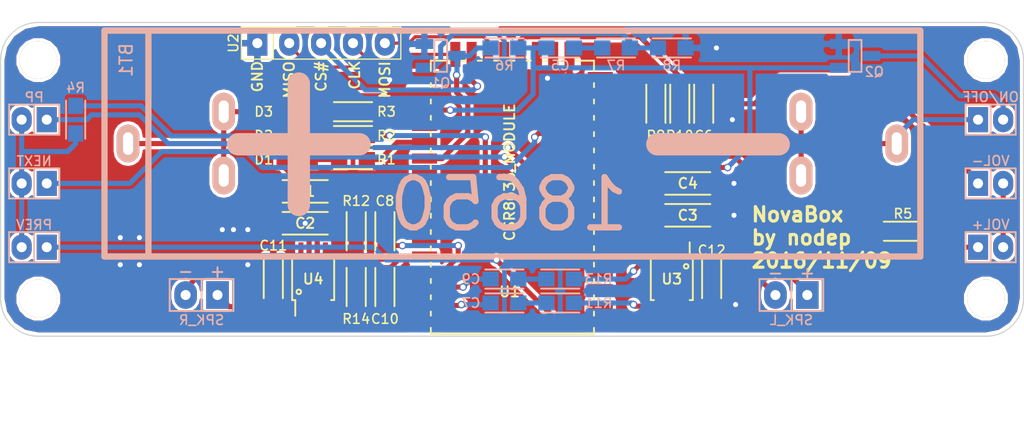
<source format=kicad_pcb>
(kicad_pcb (version 4) (host pcbnew 4.0.4-stable)

  (general
    (links 88)
    (no_connects 0)
    (area 63.949999 110.949999 145.550001 136.050001)
    (thickness 1.6)
    (drawings 9)
    (tracks 354)
    (zones 0)
    (modules 48)
    (nets 44)
  )

  (page A4)
  (layers
    (0 F.Cu signal)
    (31 B.Cu signal)
    (32 B.Adhes user)
    (33 F.Adhes user)
    (34 B.Paste user)
    (35 F.Paste user)
    (36 B.SilkS user)
    (37 F.SilkS user)
    (38 B.Mask user)
    (39 F.Mask user)
    (40 Dwgs.User user)
    (41 Cmts.User user)
    (42 Eco1.User user)
    (43 Eco2.User user)
    (44 Edge.Cuts user)
    (45 Margin user)
    (46 B.CrtYd user)
    (47 F.CrtYd user)
    (48 B.Fab user)
    (49 F.Fab user)
  )

  (setup
    (last_trace_width 0.254)
    (user_trace_width 0.4064)
    (trace_clearance 0.2032)
    (zone_clearance 0.254)
    (zone_45_only no)
    (trace_min 0.2)
    (segment_width 0.2)
    (edge_width 0.1)
    (via_size 0.6)
    (via_drill 0.4)
    (via_min_size 0.4)
    (via_min_drill 0.3)
    (uvia_size 0.3)
    (uvia_drill 0.1)
    (uvias_allowed no)
    (uvia_min_size 0.2)
    (uvia_min_drill 0.1)
    (pcb_text_width 0.3)
    (pcb_text_size 1.5 1.5)
    (mod_edge_width 0.15)
    (mod_text_size 1 1)
    (mod_text_width 0.15)
    (pad_size 3 3)
    (pad_drill 3)
    (pad_to_mask_clearance 0)
    (aux_axis_origin 0 0)
    (visible_elements 7FFFFFFF)
    (pcbplotparams
      (layerselection 0x010f0_80000001)
      (usegerberextensions true)
      (excludeedgelayer true)
      (linewidth 0.100000)
      (plotframeref false)
      (viasonmask false)
      (mode 1)
      (useauxorigin false)
      (hpglpennumber 1)
      (hpglpenspeed 20)
      (hpglpendiameter 15)
      (hpglpenoverlay 2)
      (psnegative false)
      (psa4output false)
      (plotreference true)
      (plotvalue true)
      (plotinvisibletext false)
      (padsonsilk false)
      (subtractmaskfromsilk false)
      (outputformat 1)
      (mirror false)
      (drillshape 0)
      (scaleselection 1)
      (outputdirectory gerber))
  )

  (net 0 "")
  (net 1 +BATT)
  (net 2 "Net-(BT1-Pad2)")
  (net 3 GND)
  (net 4 "Net-(C5-Pad2)")
  (net 5 CSR_RST)
  (net 6 "Net-(C7-Pad1)")
  (net 7 "Net-(C7-Pad2)")
  (net 8 "Net-(C8-Pad1)")
  (net 9 "Net-(C8-Pad2)")
  (net 10 "Net-(C9-Pad1)")
  (net 11 "Net-(C9-Pad2)")
  (net 12 "Net-(C10-Pad1)")
  (net 13 "Net-(C10-Pad2)")
  (net 14 "Net-(D1-Pad1)")
  (net 15 "Net-(D2-Pad1)")
  (net 16 "Net-(D3-Pad1)")
  (net 17 PWER_E)
  (net 18 "Net-(Q1-Pad1)")
  (net 19 "Net-(Q2-Pad3)")
  (net 20 LED2)
  (net 21 LED1)
  (net 22 LED0)
  (net 23 1V8)
  (net 24 "Net-(R4-Pad2)")
  (net 25 "Net-(R5-Pad2)")
  (net 26 SPI_PCM)
  (net 27 "Net-(R11-Pad2)")
  (net 28 "Net-(R12-Pad2)")
  (net 29 "Net-(R13-Pad2)")
  (net 30 "Net-(R14-Pad2)")
  (net 31 "Net-(S1-Pad1)")
  (net 32 "Net-(S1-Pad2)")
  (net 33 "Net-(S2-Pad1)")
  (net 34 "Net-(S2-Pad2)")
  (net 35 NEXT)
  (net 36 PREV)
  (net 37 PP/CALL)
  (net 38 VOL+)
  (net 39 VOL-)
  (net 40 "Net-(U1-Pad21)")
  (net 41 "Net-(U1-Pad22)")
  (net 42 "Net-(U1-Pad23)")
  (net 43 "Net-(U1-Pad24)")

  (net_class Default "This is the default net class."
    (clearance 0.2032)
    (trace_width 0.254)
    (via_dia 0.6)
    (via_drill 0.4)
    (uvia_dia 0.3)
    (uvia_drill 0.1)
    (add_net +BATT)
    (add_net 1V8)
    (add_net CSR_RST)
    (add_net GND)
    (add_net LED0)
    (add_net LED1)
    (add_net LED2)
    (add_net NEXT)
    (add_net "Net-(BT1-Pad2)")
    (add_net "Net-(C10-Pad1)")
    (add_net "Net-(C10-Pad2)")
    (add_net "Net-(C5-Pad2)")
    (add_net "Net-(C7-Pad1)")
    (add_net "Net-(C7-Pad2)")
    (add_net "Net-(C8-Pad1)")
    (add_net "Net-(C8-Pad2)")
    (add_net "Net-(C9-Pad1)")
    (add_net "Net-(C9-Pad2)")
    (add_net "Net-(D1-Pad1)")
    (add_net "Net-(D2-Pad1)")
    (add_net "Net-(D3-Pad1)")
    (add_net "Net-(Q1-Pad1)")
    (add_net "Net-(Q2-Pad3)")
    (add_net "Net-(R11-Pad2)")
    (add_net "Net-(R12-Pad2)")
    (add_net "Net-(R13-Pad2)")
    (add_net "Net-(R14-Pad2)")
    (add_net "Net-(R4-Pad2)")
    (add_net "Net-(R5-Pad2)")
    (add_net "Net-(S1-Pad1)")
    (add_net "Net-(S1-Pad2)")
    (add_net "Net-(S2-Pad1)")
    (add_net "Net-(S2-Pad2)")
    (add_net "Net-(U1-Pad21)")
    (add_net "Net-(U1-Pad22)")
    (add_net "Net-(U1-Pad23)")
    (add_net "Net-(U1-Pad24)")
    (add_net PP/CALL)
    (add_net PREV)
    (add_net PWER_E)
    (add_net SPI_PCM)
    (add_net VOL+)
    (add_net VOL-)
  )

  (module NovaBox:Batt_Holder_18650 (layer B.Cu) (tedit 5822E89F) (tstamp 58209284)
    (at 104.775 120.65)
    (path /57F3E8ED)
    (fp_text reference BT1 (at -30.775 -6.65 90) (layer B.SilkS)
      (effects (font (size 1 1) (thickness 0.15)) (justify mirror))
    )
    (fp_text value 18650 (at -0.275 4.85) (layer B.SilkS)
      (effects (font (size 4 4) (thickness 0.5)) (justify mirror))
    )
    (fp_text user - (at 16.383 -0.889) (layer B.SilkS)
      (effects (font (size 12.7 12.7) (thickness 1.778)) (justify mirror))
    )
    (fp_line (start -29 9) (end -29 -9) (layer B.SilkS) (width 0.5))
    (fp_line (start -32.5 9) (end 32.5 9) (layer B.SilkS) (width 0.5))
    (fp_line (start 32.5 9) (end 32.5 -9) (layer B.SilkS) (width 0.5))
    (fp_line (start 32.5 -9) (end -32.5 -9) (layer B.SilkS) (width 0.5))
    (fp_line (start -32.5 -9) (end -32.5 9) (layer B.SilkS) (width 0.5))
    (fp_text user + (at -17.018 -0.889) (layer B.SilkS)
      (effects (font (size 12.7 12.7) (thickness 1.778)) (justify mirror))
    )
    (pad 1 thru_hole oval (at -23 2.54) (size 1.8 3) (drill oval 0.8 1.8) (layers *.Cu *.Mask B.SilkS)
      (net 1 +BATT))
    (pad 1 thru_hole oval (at -23 -2.54) (size 1.8 3) (drill oval 0.8 1.8) (layers *.Cu *.Mask B.SilkS)
      (net 1 +BATT))
    (pad 1 thru_hole oval (at -30.62 0) (size 1.8 3) (drill oval 0.8 1.8) (layers *.Cu *.Mask B.SilkS)
      (net 1 +BATT))
    (pad 2 thru_hole oval (at 23 2.54) (size 1.8 3) (drill oval 0.8 1.8) (layers *.Cu *.Mask B.SilkS)
      (net 2 "Net-(BT1-Pad2)"))
    (pad 2 thru_hole oval (at 23 -2.54) (size 1.8 3) (drill oval 0.8 1.8) (layers *.Cu *.Mask B.SilkS)
      (net 2 "Net-(BT1-Pad2)"))
    (pad 2 thru_hole oval (at 30.62 0) (size 1.8 3) (drill oval 0.8 1.8) (layers *.Cu *.Mask B.SilkS)
      (net 2 "Net-(BT1-Pad2)"))
  )

  (module NovaBox:MountingHole (layer F.Cu) (tedit 580E4FAB) (tstamp 58209315)
    (at 67 114)
    (descr "Mounting hole")
    (tags "Mounting hole")
    (path /580E792B)
    (fp_text reference P1 (at 0 -2.159) (layer F.SilkS) hide
      (effects (font (size 0.8128 0.8128) (thickness 0.1524)))
    )
    (fp_text value MH (at 0.127 2.286) (layer F.SilkS) hide
      (effects (font (size 0.8128 0.8128) (thickness 0.1524)))
    )
    (fp_circle (center 0 0) (end 1.6 0) (layer Cmts.User) (width 0.1))
    (pad 1 thru_hole circle (at 0 0) (size 3 3) (drill 3) (layers *.Cu *.Mask F.SilkS))
  )

  (module NovaBox:MountingHole (layer F.Cu) (tedit 580E4FAB) (tstamp 5820931B)
    (at 67 133)
    (descr "Mounting hole")
    (tags "Mounting hole")
    (path /580E8963)
    (fp_text reference P2 (at 0 -2.159) (layer F.SilkS) hide
      (effects (font (size 0.8128 0.8128) (thickness 0.1524)))
    )
    (fp_text value MH (at 0.127 2.286) (layer F.SilkS) hide
      (effects (font (size 0.8128 0.8128) (thickness 0.1524)))
    )
    (fp_circle (center 0 0) (end 1.6 0) (layer Cmts.User) (width 0.1))
    (pad 1 thru_hole circle (at 0 0) (size 3 3) (drill 3) (layers *.Cu *.Mask F.SilkS))
  )

  (module NovaBox:MountingHole (layer F.Cu) (tedit 5820F4C2) (tstamp 58209321)
    (at 142.5 114)
    (descr "Mounting hole")
    (tags "Mounting hole")
    (path /580E8887)
    (fp_text reference P3 (at 0 -2.159) (layer F.SilkS) hide
      (effects (font (size 0.8128 0.8128) (thickness 0.1524)))
    )
    (fp_text value MH (at 0.127 2.286) (layer F.SilkS) hide
      (effects (font (size 0.8128 0.8128) (thickness 0.1524)))
    )
    (fp_circle (center 0 0) (end 1.6 0) (layer Cmts.User) (width 0.1))
    (pad 1 thru_hole circle (at 0 0) (size 3 3) (drill 3) (layers *.Cu *.Mask F.SilkS))
  )

  (module NovaBox:MountingHole (layer F.Cu) (tedit 580E4FAB) (tstamp 58209327)
    (at 142.5 133)
    (descr "Mounting hole")
    (tags "Mounting hole")
    (path /580E8A4C)
    (fp_text reference P4 (at 0 -2.159) (layer F.SilkS) hide
      (effects (font (size 0.8128 0.8128) (thickness 0.1524)))
    )
    (fp_text value MH (at 0.127 2.286) (layer F.SilkS) hide
      (effects (font (size 0.8128 0.8128) (thickness 0.1524)))
    )
    (fp_circle (center 0 0) (end 1.6 0) (layer Cmts.User) (width 0.1))
    (pad 1 thru_hole circle (at 0 0) (size 3 3) (drill 3) (layers *.Cu *.Mask F.SilkS))
  )

  (module NovaBox:MSOP-8_0.65mmPitch (layer F.Cu) (tedit 5822F622) (tstamp 5820943C)
    (at 117.475 131.445 270)
    (descr "8-Lead Plastic Micro Small Outline Package (MS) [MSOP] (see Microchip Packaging Specification 00000049BS.pdf)")
    (tags "SSOP 0.65")
    (path /58079C65)
    (attr smd)
    (fp_text reference U3 (at 0 0 360) (layer F.SilkS)
      (effects (font (size 0.8128 0.8128) (thickness 0.1524)))
    )
    (fp_text value PAM8304 (at 0 2.6 270) (layer F.SilkS) hide
      (effects (font (size 1 1) (thickness 0.15)))
    )
    (fp_circle (center -1.016 -1.143) (end -0.889 -1.016) (layer F.SilkS) (width 0.1524))
    (fp_line (start -3.2 -1.85) (end -3.2 1.85) (layer F.CrtYd) (width 0.05))
    (fp_line (start 3.2 -1.85) (end 3.2 1.85) (layer F.CrtYd) (width 0.05))
    (fp_line (start -3.2 -1.85) (end 3.2 -1.85) (layer F.CrtYd) (width 0.05))
    (fp_line (start -3.2 1.85) (end 3.2 1.85) (layer F.CrtYd) (width 0.05))
    (fp_line (start -1.675 -1.675) (end -1.675 -1.425) (layer F.SilkS) (width 0.15))
    (fp_line (start 1.675 -1.675) (end 1.675 -1.425) (layer F.SilkS) (width 0.15))
    (fp_line (start 1.675 1.675) (end 1.675 1.425) (layer F.SilkS) (width 0.15))
    (fp_line (start -1.675 1.675) (end -1.675 1.425) (layer F.SilkS) (width 0.15))
    (fp_line (start -1.675 -1.675) (end 1.675 -1.675) (layer F.SilkS) (width 0.15))
    (fp_line (start -1.675 1.675) (end 1.675 1.675) (layer F.SilkS) (width 0.15))
    (fp_line (start -1.675 -1.425) (end -2.925 -1.425) (layer F.SilkS) (width 0.15))
    (pad 1 smd rect (at -2.2 -0.975 270) (size 1.45 0.4) (layers F.Cu F.Paste F.Mask)
      (net 31 "Net-(S1-Pad1)"))
    (pad 2 smd rect (at -2.2 -0.325 270) (size 1.45 0.4) (layers F.Cu F.Paste F.Mask)
      (net 1 +BATT))
    (pad 3 smd rect (at -2.2 0.325 270) (size 1.45 0.4) (layers F.Cu F.Paste F.Mask)
      (net 1 +BATT))
    (pad 4 smd rect (at -2.2 0.975 270) (size 1.45 0.4) (layers F.Cu F.Paste F.Mask)
      (net 29 "Net-(R13-Pad2)"))
    (pad 5 smd rect (at 2.2 0.975 270) (size 1.45 0.4) (layers F.Cu F.Paste F.Mask)
      (net 27 "Net-(R11-Pad2)"))
    (pad 6 smd rect (at 2.2 0.325 270) (size 1.45 0.4) (layers F.Cu F.Paste F.Mask)
      (net 1 +BATT))
    (pad 7 smd rect (at 2.2 -0.325 270) (size 1.45 0.4) (layers F.Cu F.Paste F.Mask)
      (net 3 GND))
    (pad 8 smd rect (at 2.2 -0.975 270) (size 1.45 0.4) (layers F.Cu F.Paste F.Mask)
      (net 32 "Net-(S1-Pad2)"))
    (model Housings_SSOP.3dshapes/MSOP-8_3x3mm_Pitch0.65mm.wrl
      (at (xyz 0 0 0))
      (scale (xyz 1 1 1))
      (rotate (xyz 0 0 0))
    )
  )

  (module NovaBox:MSOP-8_0.65mmPitch (layer F.Cu) (tedit 5822F5D2) (tstamp 58209454)
    (at 88.9 131.445 90)
    (descr "8-Lead Plastic Micro Small Outline Package (MS) [MSOP] (see Microchip Packaging Specification 00000049BS.pdf)")
    (tags "SSOP 0.65")
    (path /5807DFEE)
    (attr smd)
    (fp_text reference U4 (at 0 0 180) (layer F.SilkS)
      (effects (font (size 0.8128 0.8128) (thickness 0.1524)))
    )
    (fp_text value PAM8304 (at 0 -2.54 90) (layer F.SilkS) hide
      (effects (font (size 1 1) (thickness 0.15)))
    )
    (fp_circle (center -1.016 -1.143) (end -0.889 -1.016) (layer F.SilkS) (width 0.1524))
    (fp_line (start -3.2 -1.85) (end -3.2 1.85) (layer F.CrtYd) (width 0.05))
    (fp_line (start 3.2 -1.85) (end 3.2 1.85) (layer F.CrtYd) (width 0.05))
    (fp_line (start -3.2 -1.85) (end 3.2 -1.85) (layer F.CrtYd) (width 0.05))
    (fp_line (start -3.2 1.85) (end 3.2 1.85) (layer F.CrtYd) (width 0.05))
    (fp_line (start -1.675 -1.675) (end -1.675 -1.425) (layer F.SilkS) (width 0.15))
    (fp_line (start 1.675 -1.675) (end 1.675 -1.425) (layer F.SilkS) (width 0.15))
    (fp_line (start 1.675 1.675) (end 1.675 1.425) (layer F.SilkS) (width 0.15))
    (fp_line (start -1.675 1.675) (end -1.675 1.425) (layer F.SilkS) (width 0.15))
    (fp_line (start -1.675 -1.675) (end 1.675 -1.675) (layer F.SilkS) (width 0.15))
    (fp_line (start -1.675 1.675) (end 1.675 1.675) (layer F.SilkS) (width 0.15))
    (fp_line (start -1.675 -1.425) (end -2.925 -1.425) (layer F.SilkS) (width 0.15))
    (pad 1 smd rect (at -2.2 -0.975 90) (size 1.45 0.4) (layers F.Cu F.Paste F.Mask)
      (net 33 "Net-(S2-Pad1)"))
    (pad 2 smd rect (at -2.2 -0.325 90) (size 1.45 0.4) (layers F.Cu F.Paste F.Mask)
      (net 1 +BATT))
    (pad 3 smd rect (at -2.2 0.325 90) (size 1.45 0.4) (layers F.Cu F.Paste F.Mask)
      (net 1 +BATT))
    (pad 4 smd rect (at -2.2 0.975 90) (size 1.45 0.4) (layers F.Cu F.Paste F.Mask)
      (net 30 "Net-(R14-Pad2)"))
    (pad 5 smd rect (at 2.2 0.975 90) (size 1.45 0.4) (layers F.Cu F.Paste F.Mask)
      (net 28 "Net-(R12-Pad2)"))
    (pad 6 smd rect (at 2.2 0.325 90) (size 1.45 0.4) (layers F.Cu F.Paste F.Mask)
      (net 1 +BATT))
    (pad 7 smd rect (at 2.2 -0.325 90) (size 1.45 0.4) (layers F.Cu F.Paste F.Mask)
      (net 3 GND))
    (pad 8 smd rect (at 2.2 -0.975 90) (size 1.45 0.4) (layers F.Cu F.Paste F.Mask)
      (net 34 "Net-(S2-Pad2)"))
    (model Housings_SSOP.3dshapes/MSOP-8_3x3mm_Pitch0.65mm.wrl
      (at (xyz 0 0 0))
      (scale (xyz 1 1 1))
      (rotate (xyz 0 0 0))
    )
  )

  (module NovaBox:CSR8635_MODULE (layer F.Cu) (tedit 5820D9F5) (tstamp 58209411)
    (at 104.775 114.046 180)
    (descr "BT835 V1.3")
    (path /582054F4)
    (fp_text reference U1 (at 0.225 -18.415 180) (layer F.SilkS)
      (effects (font (size 0.8128 0.8128) (thickness 0.1524)))
    )
    (fp_text value CSR8635_MODULE (at 0.225 -8.89 270) (layer F.SilkS)
      (effects (font (size 0.8128 0.8128) (thickness 0.1524)))
    )
    (fp_line (start 6.5 -21.2875) (end 6.5 -21.775) (layer F.SilkS) (width 0.15))
    (fp_line (start -6.5 -21.2875) (end -6.5 -21.775) (layer F.SilkS) (width 0.15))
    (fp_line (start -6.5 -21.775) (end 6.5 -21.775) (layer F.SilkS) (width 0.15))
    (fp_line (start 5.0375 0) (end 6.5 0) (layer F.SilkS) (width 0.15))
    (fp_line (start 3.7375 0) (end 4.0625 0) (layer F.SilkS) (width 0.15))
    (fp_line (start 2.4375 0) (end 2.7625 0) (layer F.SilkS) (width 0.15))
    (fp_line (start 1.1375 0) (end 1.4625 0) (layer F.SilkS) (width 0.15))
    (fp_line (start -0.1625 0) (end 0.1625 0) (layer F.SilkS) (width 0.15))
    (fp_line (start -1.4625 0) (end -1.1375 0) (layer F.SilkS) (width 0.15))
    (fp_line (start -2.7625 0) (end -2.4375 0) (layer F.SilkS) (width 0.15))
    (fp_line (start -4.0625 0) (end -3.7375 0) (layer F.SilkS) (width 0.15))
    (fp_line (start -6.5 0) (end -5.0375 0) (layer F.SilkS) (width 0.15))
    (fp_line (start 6.5 -0.8125) (end 6.5 0) (layer F.SilkS) (width 0.15))
    (fp_line (start 6.5 -2.1125) (end 6.5 -1.7875) (layer F.SilkS) (width 0.15))
    (fp_line (start 6.5 -3.4125) (end 6.5 -3.0875) (layer F.SilkS) (width 0.15))
    (fp_line (start 6.5 -4.7125) (end 6.5 -4.3875) (layer F.SilkS) (width 0.15))
    (fp_line (start 6.5 -6.0125) (end 6.5 -5.6875) (layer F.SilkS) (width 0.15))
    (fp_line (start 6.5 -7.3125) (end 6.5 -6.9875) (layer F.SilkS) (width 0.15))
    (fp_line (start 6.5 -8.6125) (end 6.5 -8.2875) (layer F.SilkS) (width 0.15))
    (fp_line (start 6.5 -9.9125) (end 6.5 -9.5875) (layer F.SilkS) (width 0.15))
    (fp_line (start 6.5 -11.2125) (end 6.5 -10.8875) (layer F.SilkS) (width 0.15))
    (fp_line (start 6.5 -12.5125) (end 6.5 -12.1875) (layer F.SilkS) (width 0.15))
    (fp_line (start 6.5 -13.8125) (end 6.5 -13.4875) (layer F.SilkS) (width 0.15))
    (fp_line (start 6.5 -15.1125) (end 6.5 -14.7875) (layer F.SilkS) (width 0.15))
    (fp_line (start 6.5 -16.4125) (end 6.5 -16.0875) (layer F.SilkS) (width 0.15))
    (fp_line (start 6.5 -17.7125) (end 6.5 -17.3875) (layer F.SilkS) (width 0.15))
    (fp_line (start 6.5 -19.0125) (end 6.5 -18.6875) (layer F.SilkS) (width 0.15))
    (fp_line (start 6.5 -20.3125) (end 6.5 -19.9875) (layer F.SilkS) (width 0.15))
    (fp_line (start -6.5 -21.775) (end -6.5 -28.8) (layer Dwgs.User) (width 0.15))
    (fp_line (start -6.5 -19.9875) (end -6.5 -20.3125) (layer F.SilkS) (width 0.15))
    (fp_line (start -6.5 -18.6875) (end -6.5 -19.0125) (layer F.SilkS) (width 0.15))
    (fp_line (start -6.5 -17.3875) (end -6.5 -17.7125) (layer F.SilkS) (width 0.15))
    (fp_line (start -6.5 -16.0875) (end -6.5 -16.4125) (layer F.SilkS) (width 0.15))
    (fp_line (start -6.5 -14.7875) (end -6.5 -15.1125) (layer F.SilkS) (width 0.15))
    (fp_line (start -6.5 -13.4875) (end -6.5 -13.8125) (layer F.SilkS) (width 0.15))
    (fp_line (start -6.5 -12.1875) (end -6.5 -12.5125) (layer F.SilkS) (width 0.15))
    (fp_line (start -6.5 -10.8875) (end -6.5 -11.2125) (layer F.SilkS) (width 0.15))
    (fp_line (start -6.5 -9.5875) (end -6.5 -9.9125) (layer F.SilkS) (width 0.15))
    (fp_line (start -6.5 -8.2875) (end -6.5 -8.6125) (layer F.SilkS) (width 0.15))
    (fp_line (start -6.5 -6.9875) (end -6.5 -7.3125) (layer F.SilkS) (width 0.15))
    (fp_line (start -6.5 -5.6875) (end -6.5 -6.0125) (layer F.SilkS) (width 0.15))
    (fp_line (start -6.5 -4.3875) (end -6.5 -4.7125) (layer F.SilkS) (width 0.15))
    (fp_line (start -6.5 -3.0875) (end -6.5 -3.4125) (layer F.SilkS) (width 0.15))
    (fp_line (start -6.5 -1.7875) (end -6.5 -2.1125) (layer F.SilkS) (width 0.15))
    (fp_line (start -6.5 0) (end -6.5 -0.8125) (layer F.SilkS) (width 0.15))
    (fp_line (start 6.5 -28.8) (end -6.5 -28.8) (layer Dwgs.User) (width 0.15))
    (fp_line (start 6.5 -21.775) (end 6.5 -28.8) (layer Dwgs.User) (width 0.15))
    (pad 1 smd rect (at -7 -20.8 180) (size 2 0.8) (layers F.Cu F.Paste F.Mask)
      (net 36 PREV))
    (pad 2 smd rect (at -7 -19.5 180) (size 2 0.8) (layers F.Cu F.Paste F.Mask))
    (pad 3 smd rect (at -7 -18.2 180) (size 2 0.8) (layers F.Cu F.Paste F.Mask))
    (pad 4 smd rect (at -7 -16.9 180) (size 2 0.8) (layers F.Cu F.Paste F.Mask))
    (pad 5 smd rect (at -7 -15.6 180) (size 2 0.8) (layers F.Cu F.Paste F.Mask)
      (net 21 LED1))
    (pad 6 smd rect (at -7 -14.3 180) (size 2 0.8) (layers F.Cu F.Paste F.Mask))
    (pad 7 smd rect (at -7 -13 180) (size 2 0.8) (layers F.Cu F.Paste F.Mask)
      (net 38 VOL+))
    (pad 8 smd rect (at -7 -11.7 180) (size 2 0.8) (layers F.Cu F.Paste F.Mask))
    (pad 9 smd rect (at -7 -10.4 180) (size 2 0.8) (layers F.Cu F.Paste F.Mask)
      (net 37 PP/CALL))
    (pad 10 smd rect (at -7 -9.1 180) (size 2 0.8) (layers F.Cu F.Paste F.Mask)
      (net 23 1V8))
    (pad 11 smd rect (at -7 -7.8 180) (size 2 0.8) (layers F.Cu F.Paste F.Mask))
    (pad 12 smd rect (at -7 -6.5 180) (size 2 0.8) (layers F.Cu F.Paste F.Mask))
    (pad 13 smd rect (at -7 -5.2 180) (size 2 0.8) (layers F.Cu F.Paste F.Mask))
    (pad 14 smd rect (at -7 -3.9 180) (size 2 0.8) (layers F.Cu F.Paste F.Mask)
      (net 39 VOL-))
    (pad 15 smd rect (at -7 -2.6 180) (size 2 0.8) (layers F.Cu F.Paste F.Mask)
      (net 35 NEXT))
    (pad 16 smd rect (at -7 -1.3 180) (size 2 0.8) (layers F.Cu F.Paste F.Mask)
      (net 26 SPI_PCM))
    (pad 17 smd rect (at -4.55 0.5 270) (size 2 0.8) (layers F.Cu F.Paste F.Mask)
      (net 3 GND))
    (pad 18 smd rect (at -3.25 0.5 270) (size 2 0.8) (layers F.Cu F.Paste F.Mask))
    (pad 19 smd rect (at -1.95 0.5 270) (size 2 0.8) (layers F.Cu F.Paste F.Mask))
    (pad 20 smd rect (at -0.65 0.5 270) (size 2 0.8) (layers F.Cu F.Paste F.Mask)
      (net 5 CSR_RST))
    (pad 21 smd rect (at 0.65 0.5 270) (size 2 0.8) (layers F.Cu F.Paste F.Mask)
      (net 40 "Net-(U1-Pad21)"))
    (pad 22 smd rect (at 1.95 0.5 270) (size 2 0.8) (layers F.Cu F.Paste F.Mask)
      (net 41 "Net-(U1-Pad22)"))
    (pad 23 smd rect (at 3.25 0.5 270) (size 2 0.8) (layers F.Cu F.Paste F.Mask)
      (net 42 "Net-(U1-Pad23)"))
    (pad 24 smd rect (at 4.55 0.5 270) (size 2 0.8) (layers F.Cu F.Paste F.Mask)
      (net 43 "Net-(U1-Pad24)"))
    (pad 25 smd rect (at 7 -1.3 180) (size 2 0.8) (layers F.Cu F.Paste F.Mask))
    (pad 26 smd rect (at 7 -2.6 180) (size 2 0.8) (layers F.Cu F.Paste F.Mask)
      (net 3 GND))
    (pad 27 smd rect (at 7 -3.9 180) (size 2 0.8) (layers F.Cu F.Paste F.Mask)
      (net 1 +BATT))
    (pad 28 smd rect (at 7 -5.2 180) (size 2 0.8) (layers F.Cu F.Paste F.Mask)
      (net 22 LED0))
    (pad 29 smd rect (at 7 -6.5 180) (size 2 0.8) (layers F.Cu F.Paste F.Mask)
      (net 20 LED2))
    (pad 30 smd rect (at 7 -7.8 180) (size 2 0.8) (layers F.Cu F.Paste F.Mask)
      (net 17 PWER_E))
    (pad 31 smd rect (at 7 -9.1 180) (size 2 0.8) (layers F.Cu F.Paste F.Mask))
    (pad 32 smd rect (at 7 -10.4 180) (size 2 0.8) (layers F.Cu F.Paste F.Mask))
    (pad 33 smd rect (at 7 -11.7 180) (size 2 0.8) (layers F.Cu F.Paste F.Mask))
    (pad 34 smd rect (at 7 -13 180) (size 2 0.8) (layers F.Cu F.Paste F.Mask))
    (pad 35 smd rect (at 7 -14.3 180) (size 2 0.8) (layers F.Cu F.Paste F.Mask))
    (pad 36 smd rect (at 7 -15.6 180) (size 2 0.8) (layers F.Cu F.Paste F.Mask)
      (net 13 "Net-(C10-Pad2)"))
    (pad 37 smd rect (at 7 -16.9 180) (size 2 0.8) (layers F.Cu F.Paste F.Mask)
      (net 9 "Net-(C8-Pad2)"))
    (pad 38 smd rect (at 7 -18.2 180) (size 2 0.8) (layers F.Cu F.Paste F.Mask)
      (net 11 "Net-(C9-Pad2)"))
    (pad 39 smd rect (at 7 -19.5 180) (size 2 0.8) (layers F.Cu F.Paste F.Mask)
      (net 7 "Net-(C7-Pad2)"))
    (pad 40 smd rect (at 7 -20.8 180) (size 2 0.8) (layers F.Cu F.Paste F.Mask)
      (net 3 GND))
  )

  (module NovaBox:LED-0805 (layer F.Cu) (tedit 5822FA2F) (tstamp 5820930F)
    (at 87.63 118.11 180)
    (descr "LED 0805 smd package")
    (tags "LED 0805 SMD")
    (path /5820DBFF)
    (attr smd)
    (fp_text reference D3 (at 2.667 0 360) (layer F.SilkS)
      (effects (font (size 0.762 0.762) (thickness 0.127)))
    )
    (fp_text value RED (at 0 -1 180) (layer F.SilkS) hide
      (effects (font (size 0.6096 0.6096) (thickness 0.127)))
    )
    (fp_line (start 0.254 -0.508) (end 0.254 0.508) (layer F.SilkS) (width 0.1524))
    (fp_line (start 0.254 0.508) (end -0.254 0) (layer F.SilkS) (width 0.1524))
    (fp_line (start -0.254 0) (end 0.254 -0.508) (layer F.SilkS) (width 0.1524))
    (pad 1 smd rect (at -1.05 0 180) (size 1.2 1.2) (layers F.Cu F.Paste F.Mask)
      (net 16 "Net-(D3-Pad1)"))
    (pad 2 smd rect (at 1.05 0 180) (size 1.2 1.2) (layers F.Cu F.Paste F.Mask)
      (net 1 +BATT))
    (model LEDs.3dshapes/LED_0805.wrl
      (at (xyz 0 0 0))
      (scale (xyz 1 1 1))
      (rotate (xyz 0 0 0))
    )
  )

  (module NovaBox:LED-0805 (layer F.Cu) (tedit 5822FA2C) (tstamp 58209306)
    (at 87.63 120.015 180)
    (descr "LED 0805 smd package")
    (tags "LED 0805 SMD")
    (path /5820DB25)
    (attr smd)
    (fp_text reference D2 (at 2.667 0 360) (layer F.SilkS)
      (effects (font (size 0.762 0.762) (thickness 0.127)))
    )
    (fp_text value BLUE (at 0 -1 180) (layer F.SilkS) hide
      (effects (font (size 0.6096 0.6096) (thickness 0.127)))
    )
    (fp_line (start 0.254 -0.508) (end 0.254 0.508) (layer F.SilkS) (width 0.1524))
    (fp_line (start 0.254 0.508) (end -0.254 0) (layer F.SilkS) (width 0.1524))
    (fp_line (start -0.254 0) (end 0.254 -0.508) (layer F.SilkS) (width 0.1524))
    (pad 1 smd rect (at -1.05 0 180) (size 1.2 1.2) (layers F.Cu F.Paste F.Mask)
      (net 15 "Net-(D2-Pad1)"))
    (pad 2 smd rect (at 1.05 0 180) (size 1.2 1.2) (layers F.Cu F.Paste F.Mask)
      (net 1 +BATT))
    (model LEDs.3dshapes/LED_0805.wrl
      (at (xyz 0 0 0))
      (scale (xyz 1 1 1))
      (rotate (xyz 0 0 0))
    )
  )

  (module NovaBox:LED-0805 (layer F.Cu) (tedit 5822FA37) (tstamp 582092FD)
    (at 87.63 121.92 180)
    (descr "LED 0805 smd package")
    (tags "LED 0805 SMD")
    (path /5820B594)
    (attr smd)
    (fp_text reference D1 (at 2.667 0 360) (layer F.SilkS)
      (effects (font (size 0.762 0.762) (thickness 0.127)))
    )
    (fp_text value GREEN (at 0 -1 180) (layer F.SilkS) hide
      (effects (font (size 0.6096 0.6096) (thickness 0.127)))
    )
    (fp_line (start 0.254 -0.508) (end 0.254 0.508) (layer F.SilkS) (width 0.1524))
    (fp_line (start 0.254 0.508) (end -0.254 0) (layer F.SilkS) (width 0.1524))
    (fp_line (start -0.254 0) (end 0.254 -0.508) (layer F.SilkS) (width 0.1524))
    (pad 1 smd rect (at -1.05 0 180) (size 1.2 1.2) (layers F.Cu F.Paste F.Mask)
      (net 14 "Net-(D1-Pad1)"))
    (pad 2 smd rect (at 1.05 0 180) (size 1.2 1.2) (layers F.Cu F.Paste F.Mask)
      (net 1 +BATT))
    (model LEDs.3dshapes/LED_0805.wrl
      (at (xyz 0 0 0))
      (scale (xyz 1 1 1))
      (rotate (xyz 0 0 0))
    )
  )

  (module NovaBox:R_0805 (layer F.Cu) (tedit 5822F511) (tstamp 5822FD7E)
    (at 92.075 121.92 180)
    (descr "Resistor, SMD, 0805, Hand soldering")
    (path /5820BD4A)
    (attr smd)
    (fp_text reference R1 (at -2.667 0 180) (layer F.SilkS)
      (effects (font (size 0.762 0.762) (thickness 0.127)))
    )
    (fp_text value 1K (at 0 0 270) (layer Dwgs.User) hide
      (effects (font (size 0.127 0.127) (thickness 0.0254)))
    )
    (fp_line (start 1.524 0.762) (end -1.524 0.762) (layer F.SilkS) (width 0.1524))
    (fp_line (start -1.524 -0.762) (end 1.524 -0.762) (layer F.SilkS) (width 0.1524))
    (pad 1 smd rect (at -1.1 0 180) (size 1.3 1.2) (layers F.Cu F.Paste F.Mask)
      (net 20 LED2))
    (pad 2 smd rect (at 1.1 0 180) (size 1.3 1.2) (layers F.Cu F.Paste F.Mask)
      (net 14 "Net-(D1-Pad1)"))
    (model Resistors_SMD.3dshapes/R_0805.wrl
      (at (xyz 0 0 0))
      (scale (xyz 1 1 1))
      (rotate (xyz 0 0 0))
    )
  )

  (module NovaBox:R_0805 (layer F.Cu) (tedit 5822F511) (tstamp 5822FD83)
    (at 92.075 120.015 180)
    (descr "Resistor, SMD, 0805, Hand soldering")
    (path /5820C8BA)
    (attr smd)
    (fp_text reference R2 (at -2.667 0 180) (layer F.SilkS)
      (effects (font (size 0.762 0.762) (thickness 0.127)))
    )
    (fp_text value 1K (at 0 0 270) (layer Dwgs.User) hide
      (effects (font (size 0.127 0.127) (thickness 0.0254)))
    )
    (fp_line (start 1.524 0.762) (end -1.524 0.762) (layer F.SilkS) (width 0.1524))
    (fp_line (start -1.524 -0.762) (end 1.524 -0.762) (layer F.SilkS) (width 0.1524))
    (pad 1 smd rect (at -1.1 0 180) (size 1.3 1.2) (layers F.Cu F.Paste F.Mask)
      (net 21 LED1))
    (pad 2 smd rect (at 1.1 0 180) (size 1.3 1.2) (layers F.Cu F.Paste F.Mask)
      (net 15 "Net-(D2-Pad1)"))
    (model Resistors_SMD.3dshapes/R_0805.wrl
      (at (xyz 0 0 0))
      (scale (xyz 1 1 1))
      (rotate (xyz 0 0 0))
    )
  )

  (module NovaBox:R_0805 (layer F.Cu) (tedit 5822F511) (tstamp 5822FD88)
    (at 92.075 118.11 180)
    (descr "Resistor, SMD, 0805, Hand soldering")
    (path /5820D178)
    (attr smd)
    (fp_text reference R3 (at -2.667 0 180) (layer F.SilkS)
      (effects (font (size 0.762 0.762) (thickness 0.127)))
    )
    (fp_text value 1K (at 0 0 270) (layer Dwgs.User) hide
      (effects (font (size 0.127 0.127) (thickness 0.0254)))
    )
    (fp_line (start 1.524 0.762) (end -1.524 0.762) (layer F.SilkS) (width 0.1524))
    (fp_line (start -1.524 -0.762) (end 1.524 -0.762) (layer F.SilkS) (width 0.1524))
    (pad 1 smd rect (at -1.1 0 180) (size 1.3 1.2) (layers F.Cu F.Paste F.Mask)
      (net 22 LED0))
    (pad 2 smd rect (at 1.1 0 180) (size 1.3 1.2) (layers F.Cu F.Paste F.Mask)
      (net 16 "Net-(D3-Pad1)"))
    (model Resistors_SMD.3dshapes/R_0805.wrl
      (at (xyz 0 0 0))
      (scale (xyz 1 1 1))
      (rotate (xyz 0 0 0))
    )
  )

  (module NovaBox:R_0805 (layer B.Cu) (tedit 58231778) (tstamp 5822FD8D)
    (at 69.977 118.745 270)
    (descr "Resistor, SMD, 0805, Hand soldering")
    (path /57F3BA72)
    (attr smd)
    (fp_text reference R4 (at -2.54 0 360) (layer B.SilkS)
      (effects (font (size 0.762 0.762) (thickness 0.127)) (justify mirror))
    )
    (fp_text value 10K (at 0 0 540) (layer Dwgs.User) hide
      (effects (font (size 0.127 0.127) (thickness 0.0254)))
    )
    (fp_line (start 1.524 -0.762) (end -1.524 -0.762) (layer B.SilkS) (width 0.1524))
    (fp_line (start -1.524 0.762) (end 1.524 0.762) (layer B.SilkS) (width 0.1524))
    (pad 1 smd rect (at -1.1 0 270) (size 1.3 1.2) (layers B.Cu B.Paste B.Mask)
      (net 23 1V8))
    (pad 2 smd rect (at 1.1 0 270) (size 1.3 1.2) (layers B.Cu B.Paste B.Mask)
      (net 24 "Net-(R4-Pad2)"))
    (model Resistors_SMD.3dshapes/R_0805.wrl
      (at (xyz 0 0 0))
      (scale (xyz 1 1 1))
      (rotate (xyz 0 0 0))
    )
  )

  (module NovaBox:R_0805 (layer F.Cu) (tedit 5822FDEB) (tstamp 5822FD92)
    (at 135.89 127.635)
    (descr "Resistor, SMD, 0805, Hand soldering")
    (path /580F17FB)
    (attr smd)
    (fp_text reference R5 (at 0 -1.397) (layer F.SilkS)
      (effects (font (size 0.762 0.762) (thickness 0.127)))
    )
    (fp_text value 10K (at 0 0 90) (layer Dwgs.User) hide
      (effects (font (size 0.127 0.127) (thickness 0.0254)))
    )
    (fp_line (start 1.524 0.762) (end -1.524 0.762) (layer F.SilkS) (width 0.1524))
    (fp_line (start -1.524 -0.762) (end 1.524 -0.762) (layer F.SilkS) (width 0.1524))
    (pad 1 smd rect (at -1.1 0) (size 1.3 1.2) (layers F.Cu F.Paste F.Mask)
      (net 23 1V8))
    (pad 2 smd rect (at 1.1 0) (size 1.3 1.2) (layers F.Cu F.Paste F.Mask)
      (net 25 "Net-(R5-Pad2)"))
    (model Resistors_SMD.3dshapes/R_0805.wrl
      (at (xyz 0 0 0))
      (scale (xyz 1 1 1))
      (rotate (xyz 0 0 0))
    )
  )

  (module NovaBox:R_0805 (layer B.Cu) (tedit 582301C1) (tstamp 5822FD97)
    (at 104.14 113.03)
    (descr "Resistor, SMD, 0805, Hand soldering")
    (path /581A041F)
    (attr smd)
    (fp_text reference R6 (at 0 1.397) (layer B.SilkS)
      (effects (font (size 0.762 0.762) (thickness 0.127)) (justify mirror))
    )
    (fp_text value 10K (at 0 0 270) (layer Dwgs.User) hide
      (effects (font (size 0.127 0.127) (thickness 0.0254)))
    )
    (fp_line (start 1.524 -0.762) (end -1.524 -0.762) (layer B.SilkS) (width 0.1524))
    (fp_line (start -1.524 0.762) (end 1.524 0.762) (layer B.SilkS) (width 0.1524))
    (pad 1 smd rect (at -1.1 0) (size 1.3 1.2) (layers B.Cu B.Paste B.Mask)
      (net 17 PWER_E))
    (pad 2 smd rect (at 1.1 0) (size 1.3 1.2) (layers B.Cu B.Paste B.Mask)
      (net 1 +BATT))
    (model Resistors_SMD.3dshapes/R_0805.wrl
      (at (xyz 0 0 0))
      (scale (xyz 1 1 1))
      (rotate (xyz 0 0 0))
    )
  )

  (module NovaBox:R_0805 (layer B.Cu) (tedit 582301CD) (tstamp 5822FD9C)
    (at 113.03 113.03 180)
    (descr "Resistor, SMD, 0805, Hand soldering")
    (path /581A0EA5)
    (attr smd)
    (fp_text reference R7 (at 0 -1.397 180) (layer B.SilkS)
      (effects (font (size 0.762 0.762) (thickness 0.127)) (justify mirror))
    )
    (fp_text value 1K (at 0 0 450) (layer Dwgs.User) hide
      (effects (font (size 0.127 0.127) (thickness 0.0254)))
    )
    (fp_line (start 1.524 -0.762) (end -1.524 -0.762) (layer B.SilkS) (width 0.1524))
    (fp_line (start -1.524 0.762) (end 1.524 0.762) (layer B.SilkS) (width 0.1524))
    (pad 1 smd rect (at -1.1 0 180) (size 1.3 1.2) (layers B.Cu B.Paste B.Mask)
      (net 18 "Net-(Q1-Pad1)"))
    (pad 2 smd rect (at 1.1 0 180) (size 1.3 1.2) (layers B.Cu B.Paste B.Mask)
      (net 4 "Net-(C5-Pad2)"))
    (model Resistors_SMD.3dshapes/R_0805.wrl
      (at (xyz 0 0 0))
      (scale (xyz 1 1 1))
      (rotate (xyz 0 0 0))
    )
  )

  (module NovaBox:R_0805 (layer B.Cu) (tedit 582301D1) (tstamp 5822FDA1)
    (at 117.475 113.03 180)
    (descr "Resistor, SMD, 0805, Hand soldering")
    (path /581A1A61)
    (attr smd)
    (fp_text reference R8 (at 0 -1.397 180) (layer B.SilkS)
      (effects (font (size 0.762 0.762) (thickness 0.127)) (justify mirror))
    )
    (fp_text value 10K (at 0 0 450) (layer Dwgs.User) hide
      (effects (font (size 0.127 0.127) (thickness 0.0254)))
    )
    (fp_line (start 1.524 -0.762) (end -1.524 -0.762) (layer B.SilkS) (width 0.1524))
    (fp_line (start -1.524 0.762) (end 1.524 0.762) (layer B.SilkS) (width 0.1524))
    (pad 1 smd rect (at -1.1 0 180) (size 1.3 1.2) (layers B.Cu B.Paste B.Mask)
      (net 3 GND))
    (pad 2 smd rect (at 1.1 0 180) (size 1.3 1.2) (layers B.Cu B.Paste B.Mask)
      (net 18 "Net-(Q1-Pad1)"))
    (model Resistors_SMD.3dshapes/R_0805.wrl
      (at (xyz 0 0 0))
      (scale (xyz 1 1 1))
      (rotate (xyz 0 0 0))
    )
  )

  (module NovaBox:R_0805 (layer F.Cu) (tedit 5822FDD5) (tstamp 5822FDA6)
    (at 116.205 117.475 90)
    (descr "Resistor, SMD, 0805, Hand soldering")
    (path /57F3BA62)
    (attr smd)
    (fp_text reference R9 (at -2.54 0 180) (layer F.SilkS)
      (effects (font (size 0.762 0.762) (thickness 0.127)))
    )
    (fp_text value 10K (at 0 0 180) (layer Dwgs.User) hide
      (effects (font (size 0.127 0.127) (thickness 0.0254)))
    )
    (fp_line (start 1.524 0.762) (end -1.524 0.762) (layer F.SilkS) (width 0.1524))
    (fp_line (start -1.524 -0.762) (end 1.524 -0.762) (layer F.SilkS) (width 0.1524))
    (pad 1 smd rect (at -1.1 0 90) (size 1.3 1.2) (layers F.Cu F.Paste F.Mask)
      (net 23 1V8))
    (pad 2 smd rect (at 1.1 0 90) (size 1.3 1.2) (layers F.Cu F.Paste F.Mask)
      (net 26 SPI_PCM))
    (model Resistors_SMD.3dshapes/R_0805.wrl
      (at (xyz 0 0 0))
      (scale (xyz 1 1 1))
      (rotate (xyz 0 0 0))
    )
  )

  (module NovaBox:R_0805 (layer F.Cu) (tedit 5822FDDA) (tstamp 5822FDAB)
    (at 118.11 117.475 90)
    (descr "Resistor, SMD, 0805, Hand soldering")
    (path /57F3BA6C)
    (attr smd)
    (fp_text reference R10 (at -2.54 0 180) (layer F.SilkS)
      (effects (font (size 0.762 0.762) (thickness 0.127)))
    )
    (fp_text value 10K (at 0 0 180) (layer Dwgs.User) hide
      (effects (font (size 0.127 0.127) (thickness 0.0254)))
    )
    (fp_line (start 1.524 0.762) (end -1.524 0.762) (layer F.SilkS) (width 0.1524))
    (fp_line (start -1.524 -0.762) (end 1.524 -0.762) (layer F.SilkS) (width 0.1524))
    (pad 1 smd rect (at -1.1 0 90) (size 1.3 1.2) (layers F.Cu F.Paste F.Mask)
      (net 23 1V8))
    (pad 2 smd rect (at 1.1 0 90) (size 1.3 1.2) (layers F.Cu F.Paste F.Mask)
      (net 5 CSR_RST))
    (model Resistors_SMD.3dshapes/R_0805.wrl
      (at (xyz 0 0 0))
      (scale (xyz 1 1 1))
      (rotate (xyz 0 0 0))
    )
  )

  (module NovaBox:R_0805 (layer B.Cu) (tedit 58230137) (tstamp 5822FDB0)
    (at 108.585 133.35)
    (descr "Resistor, SMD, 0805, Hand soldering")
    (path /5807B002)
    (attr smd)
    (fp_text reference R11 (at 3.048 0) (layer B.SilkS)
      (effects (font (size 0.762 0.762) (thickness 0.127)) (justify mirror))
    )
    (fp_text value 1K (at 0 0 270) (layer Dwgs.User) hide
      (effects (font (size 0.127 0.127) (thickness 0.0254)))
    )
    (fp_line (start 1.524 -0.762) (end -1.524 -0.762) (layer B.SilkS) (width 0.1524))
    (fp_line (start -1.524 0.762) (end 1.524 0.762) (layer B.SilkS) (width 0.1524))
    (pad 1 smd rect (at -1.1 0) (size 1.3 1.2) (layers B.Cu B.Paste B.Mask)
      (net 6 "Net-(C7-Pad1)"))
    (pad 2 smd rect (at 1.1 0) (size 1.3 1.2) (layers B.Cu B.Paste B.Mask)
      (net 27 "Net-(R11-Pad2)"))
    (model Resistors_SMD.3dshapes/R_0805.wrl
      (at (xyz 0 0 0))
      (scale (xyz 1 1 1))
      (rotate (xyz 0 0 0))
    )
  )

  (module NovaBox:R_0805 (layer F.Cu) (tedit 582318BC) (tstamp 5822FDB5)
    (at 92.329 127.635 270)
    (descr "Resistor, SMD, 0805, Hand soldering")
    (path /5807DFFA)
    (attr smd)
    (fp_text reference R12 (at -2.413 0 360) (layer F.SilkS)
      (effects (font (size 0.762 0.762) (thickness 0.127)))
    )
    (fp_text value 1K (at 0 0 360) (layer Dwgs.User) hide
      (effects (font (size 0.127 0.127) (thickness 0.0254)))
    )
    (fp_line (start 1.524 0.762) (end -1.524 0.762) (layer F.SilkS) (width 0.1524))
    (fp_line (start -1.524 -0.762) (end 1.524 -0.762) (layer F.SilkS) (width 0.1524))
    (pad 1 smd rect (at -1.1 0 270) (size 1.3 1.2) (layers F.Cu F.Paste F.Mask)
      (net 8 "Net-(C8-Pad1)"))
    (pad 2 smd rect (at 1.1 0 270) (size 1.3 1.2) (layers F.Cu F.Paste F.Mask)
      (net 28 "Net-(R12-Pad2)"))
    (model Resistors_SMD.3dshapes/R_0805.wrl
      (at (xyz 0 0 0))
      (scale (xyz 1 1 1))
      (rotate (xyz 0 0 0))
    )
  )

  (module NovaBox:R_0805 (layer B.Cu) (tedit 5823012A) (tstamp 5822FDBA)
    (at 108.585 131.445)
    (descr "Resistor, SMD, 0805, Hand soldering")
    (path /5807BA80)
    (attr smd)
    (fp_text reference R13 (at 3.048 0) (layer B.SilkS)
      (effects (font (size 0.762 0.762) (thickness 0.127)) (justify mirror))
    )
    (fp_text value 1K (at 0 0 270) (layer Dwgs.User) hide
      (effects (font (size 0.127 0.127) (thickness 0.0254)))
    )
    (fp_line (start 1.524 -0.762) (end -1.524 -0.762) (layer B.SilkS) (width 0.1524))
    (fp_line (start -1.524 0.762) (end 1.524 0.762) (layer B.SilkS) (width 0.1524))
    (pad 1 smd rect (at -1.1 0) (size 1.3 1.2) (layers B.Cu B.Paste B.Mask)
      (net 10 "Net-(C9-Pad1)"))
    (pad 2 smd rect (at 1.1 0) (size 1.3 1.2) (layers B.Cu B.Paste B.Mask)
      (net 29 "Net-(R13-Pad2)"))
    (model Resistors_SMD.3dshapes/R_0805.wrl
      (at (xyz 0 0 0))
      (scale (xyz 1 1 1))
      (rotate (xyz 0 0 0))
    )
  )

  (module NovaBox:R_0805 (layer F.Cu) (tedit 582318C2) (tstamp 5822FDBF)
    (at 92.329 132.08 90)
    (descr "Resistor, SMD, 0805, Hand soldering")
    (path /5807E006)
    (attr smd)
    (fp_text reference R14 (at -2.54 0 180) (layer F.SilkS)
      (effects (font (size 0.762 0.762) (thickness 0.127)))
    )
    (fp_text value 1K (at 0 0 180) (layer Dwgs.User) hide
      (effects (font (size 0.127 0.127) (thickness 0.0254)))
    )
    (fp_line (start 1.524 0.762) (end -1.524 0.762) (layer F.SilkS) (width 0.1524))
    (fp_line (start -1.524 -0.762) (end 1.524 -0.762) (layer F.SilkS) (width 0.1524))
    (pad 1 smd rect (at -1.1 0 90) (size 1.3 1.2) (layers F.Cu F.Paste F.Mask)
      (net 12 "Net-(C10-Pad1)"))
    (pad 2 smd rect (at 1.1 0 90) (size 1.3 1.2) (layers F.Cu F.Paste F.Mask)
      (net 30 "Net-(R14-Pad2)"))
    (model Resistors_SMD.3dshapes/R_0805.wrl
      (at (xyz 0 0 0))
      (scale (xyz 1 1 1))
      (rotate (xyz 0 0 0))
    )
  )

  (module NovaBox:C_0805 (layer B.Cu) (tedit 582301C8) (tstamp 5822FDF7)
    (at 108.585 113.03)
    (descr "Resistor, SMD, 0805, Hand soldering")
    (path /581A0D6D)
    (attr smd)
    (fp_text reference C5 (at 0 1.397) (layer B.SilkS)
      (effects (font (size 0.762 0.762) (thickness 0.127)) (justify mirror))
    )
    (fp_text value 1uF (at 0 0 270) (layer Dwgs.User) hide
      (effects (font (size 0.127 0.127) (thickness 0.0254)))
    )
    (fp_line (start 1.524 -0.762) (end -1.524 -0.762) (layer B.SilkS) (width 0.1524))
    (fp_line (start -1.524 0.762) (end 1.524 0.762) (layer B.SilkS) (width 0.1524))
    (pad 1 smd rect (at -1.1 0) (size 1.3 1.2) (layers B.Cu B.Paste B.Mask)
      (net 1 +BATT))
    (pad 2 smd rect (at 1.1 0) (size 1.3 1.2) (layers B.Cu B.Paste B.Mask)
      (net 4 "Net-(C5-Pad2)"))
    (model Capacitors_SMD.3dshapes/C_0805.wrl
      (at (xyz 0 0 0))
      (scale (xyz 1 1 1))
      (rotate (xyz 0 0 0))
    )
  )

  (module NovaBox:C_0805 (layer F.Cu) (tedit 5822FDE2) (tstamp 5822FDFC)
    (at 120.015 117.475 270)
    (descr "Resistor, SMD, 0805, Hand soldering")
    (path /57F3BA6D)
    (attr smd)
    (fp_text reference C6 (at 2.54 0 360) (layer F.SilkS)
      (effects (font (size 0.762 0.762) (thickness 0.127)))
    )
    (fp_text value 100nF (at 0 0 360) (layer Dwgs.User) hide
      (effects (font (size 0.127 0.127) (thickness 0.0254)))
    )
    (fp_line (start 1.524 0.762) (end -1.524 0.762) (layer F.SilkS) (width 0.1524))
    (fp_line (start -1.524 -0.762) (end 1.524 -0.762) (layer F.SilkS) (width 0.1524))
    (pad 1 smd rect (at -1.1 0 270) (size 1.3 1.2) (layers F.Cu F.Paste F.Mask)
      (net 5 CSR_RST))
    (pad 2 smd rect (at 1.1 0 270) (size 1.3 1.2) (layers F.Cu F.Paste F.Mask)
      (net 3 GND))
    (model Capacitors_SMD.3dshapes/C_0805.wrl
      (at (xyz 0 0 0))
      (scale (xyz 1 1 1))
      (rotate (xyz 0 0 0))
    )
  )

  (module NovaBox:C_0805 (layer B.Cu) (tedit 5823013E) (tstamp 5822FE01)
    (at 104.14 133.35 180)
    (descr "Resistor, SMD, 0805, Hand soldering")
    (path /5807AB40)
    (attr smd)
    (fp_text reference C7 (at 2.667 0 180) (layer B.SilkS)
      (effects (font (size 0.762 0.762) (thickness 0.127)) (justify mirror))
    )
    (fp_text value 100nF (at 0 0 450) (layer Dwgs.User) hide
      (effects (font (size 0.127 0.127) (thickness 0.0254)))
    )
    (fp_line (start 1.524 -0.762) (end -1.524 -0.762) (layer B.SilkS) (width 0.1524))
    (fp_line (start -1.524 0.762) (end 1.524 0.762) (layer B.SilkS) (width 0.1524))
    (pad 1 smd rect (at -1.1 0 180) (size 1.3 1.2) (layers B.Cu B.Paste B.Mask)
      (net 6 "Net-(C7-Pad1)"))
    (pad 2 smd rect (at 1.1 0 180) (size 1.3 1.2) (layers B.Cu B.Paste B.Mask)
      (net 7 "Net-(C7-Pad2)"))
    (model Capacitors_SMD.3dshapes/C_0805.wrl
      (at (xyz 0 0 0))
      (scale (xyz 1 1 1))
      (rotate (xyz 0 0 0))
    )
  )

  (module NovaBox:C_0805 (layer F.Cu) (tedit 5822FDB4) (tstamp 5822FE06)
    (at 94.615 127.635 270)
    (descr "Resistor, SMD, 0805, Hand soldering")
    (path /5807DFF4)
    (attr smd)
    (fp_text reference C8 (at -2.413 0 360) (layer F.SilkS)
      (effects (font (size 0.762 0.762) (thickness 0.127)))
    )
    (fp_text value 100nF (at 0 0 360) (layer Dwgs.User) hide
      (effects (font (size 0.127 0.127) (thickness 0.0254)))
    )
    (fp_line (start 1.524 0.762) (end -1.524 0.762) (layer F.SilkS) (width 0.1524))
    (fp_line (start -1.524 -0.762) (end 1.524 -0.762) (layer F.SilkS) (width 0.1524))
    (pad 1 smd rect (at -1.1 0 270) (size 1.3 1.2) (layers F.Cu F.Paste F.Mask)
      (net 8 "Net-(C8-Pad1)"))
    (pad 2 smd rect (at 1.1 0 270) (size 1.3 1.2) (layers F.Cu F.Paste F.Mask)
      (net 9 "Net-(C8-Pad2)"))
    (model Capacitors_SMD.3dshapes/C_0805.wrl
      (at (xyz 0 0 0))
      (scale (xyz 1 1 1))
      (rotate (xyz 0 0 0))
    )
  )

  (module NovaBox:C_0805 (layer B.Cu) (tedit 58230131) (tstamp 5822FE0B)
    (at 104.14 131.445 180)
    (descr "Resistor, SMD, 0805, Hand soldering")
    (path /5807B9A6)
    (attr smd)
    (fp_text reference C9 (at 2.667 0 180) (layer B.SilkS)
      (effects (font (size 0.762 0.762) (thickness 0.127)) (justify mirror))
    )
    (fp_text value 100nF (at 0 0 450) (layer Dwgs.User) hide
      (effects (font (size 0.127 0.127) (thickness 0.0254)))
    )
    (fp_line (start 1.524 -0.762) (end -1.524 -0.762) (layer B.SilkS) (width 0.1524))
    (fp_line (start -1.524 0.762) (end 1.524 0.762) (layer B.SilkS) (width 0.1524))
    (pad 1 smd rect (at -1.1 0 180) (size 1.3 1.2) (layers B.Cu B.Paste B.Mask)
      (net 10 "Net-(C9-Pad1)"))
    (pad 2 smd rect (at 1.1 0 180) (size 1.3 1.2) (layers B.Cu B.Paste B.Mask)
      (net 11 "Net-(C9-Pad2)"))
    (model Capacitors_SMD.3dshapes/C_0805.wrl
      (at (xyz 0 0 0))
      (scale (xyz 1 1 1))
      (rotate (xyz 0 0 0))
    )
  )

  (module NovaBox:C_0805 (layer F.Cu) (tedit 582318C6) (tstamp 5822FE10)
    (at 94.615 132.08 90)
    (descr "Resistor, SMD, 0805, Hand soldering")
    (path /5807E000)
    (attr smd)
    (fp_text reference C10 (at -2.54 0 180) (layer F.SilkS)
      (effects (font (size 0.762 0.762) (thickness 0.127)))
    )
    (fp_text value 100nF (at 0 0 180) (layer Dwgs.User) hide
      (effects (font (size 0.127 0.127) (thickness 0.0254)))
    )
    (fp_line (start 1.524 0.762) (end -1.524 0.762) (layer F.SilkS) (width 0.1524))
    (fp_line (start -1.524 -0.762) (end 1.524 -0.762) (layer F.SilkS) (width 0.1524))
    (pad 1 smd rect (at -1.1 0 90) (size 1.3 1.2) (layers F.Cu F.Paste F.Mask)
      (net 12 "Net-(C10-Pad1)"))
    (pad 2 smd rect (at 1.1 0 90) (size 1.3 1.2) (layers F.Cu F.Paste F.Mask)
      (net 13 "Net-(C10-Pad2)"))
    (model Capacitors_SMD.3dshapes/C_0805.wrl
      (at (xyz 0 0 0))
      (scale (xyz 1 1 1))
      (rotate (xyz 0 0 0))
    )
  )

  (module NovaBox:C_0805 (layer F.Cu) (tedit 5822FE39) (tstamp 5822FE15)
    (at 85.725 131.445 90)
    (descr "Resistor, SMD, 0805, Hand soldering")
    (path /58098CFA)
    (attr smd)
    (fp_text reference C11 (at 2.667 0 180) (layer F.SilkS)
      (effects (font (size 0.762 0.762) (thickness 0.127)))
    )
    (fp_text value 1uF (at 0 0 180) (layer Dwgs.User) hide
      (effects (font (size 0.127 0.127) (thickness 0.0254)))
    )
    (fp_line (start 1.524 0.762) (end -1.524 0.762) (layer F.SilkS) (width 0.1524))
    (fp_line (start -1.524 -0.762) (end 1.524 -0.762) (layer F.SilkS) (width 0.1524))
    (pad 1 smd rect (at -1.1 0 90) (size 1.3 1.2) (layers F.Cu F.Paste F.Mask)
      (net 1 +BATT))
    (pad 2 smd rect (at 1.1 0 90) (size 1.3 1.2) (layers F.Cu F.Paste F.Mask)
      (net 3 GND))
    (model Capacitors_SMD.3dshapes/C_0805.wrl
      (at (xyz 0 0 0))
      (scale (xyz 1 1 1))
      (rotate (xyz 0 0 0))
    )
  )

  (module NovaBox:C_0805 (layer F.Cu) (tedit 5822FDC8) (tstamp 5822FE1A)
    (at 120.65 131.445 270)
    (descr "Resistor, SMD, 0805, Hand soldering")
    (path /5809955F)
    (attr smd)
    (fp_text reference C12 (at -2.286 0 360) (layer F.SilkS)
      (effects (font (size 0.762 0.762) (thickness 0.127)))
    )
    (fp_text value 1uF (at 0 0 360) (layer Dwgs.User) hide
      (effects (font (size 0.127 0.127) (thickness 0.0254)))
    )
    (fp_line (start 1.524 0.762) (end -1.524 0.762) (layer F.SilkS) (width 0.1524))
    (fp_line (start -1.524 -0.762) (end 1.524 -0.762) (layer F.SilkS) (width 0.1524))
    (pad 1 smd rect (at -1.1 0 270) (size 1.3 1.2) (layers F.Cu F.Paste F.Mask)
      (net 1 +BATT))
    (pad 2 smd rect (at 1.1 0 270) (size 1.3 1.2) (layers F.Cu F.Paste F.Mask)
      (net 3 GND))
    (model Capacitors_SMD.3dshapes/C_0805.wrl
      (at (xyz 0 0 0))
      (scale (xyz 1 1 1))
      (rotate (xyz 0 0 0))
    )
  )

  (module NovaBox:SOT23 (layer B.Cu) (tedit 5822E95D) (tstamp 5820933D)
    (at 132.08 113.665 90)
    (tags SOT23)
    (path /58207C6D)
    (fp_text reference Q2 (at -1.27 1.524 360) (layer B.SilkS)
      (effects (font (size 0.762 0.762) (thickness 0.127)) (justify mirror))
    )
    (fp_text value IRLML6344 (at 0 0 90) (layer B.Fab) hide
      (effects (font (size 0.254 0.254) (thickness 0.0635)) (justify mirror))
    )
    (fp_line (start 1.27 0.508) (end 1.27 -0.508) (layer B.SilkS) (width 0.1524))
    (fp_line (start -1.27 0.508) (end -1.27 -0.508) (layer B.SilkS) (width 0.1524))
    (fp_line (start 1.27 -0.508) (end -1.27 -0.508) (layer B.SilkS) (width 0.1524))
    (fp_line (start -1.27 0.508) (end 1.27 0.508) (layer B.SilkS) (width 0.1524))
    (pad 3 smd rect (at 0 1.3 90) (size 0.8 1.4) (layers B.Cu B.Paste B.Mask)
      (net 19 "Net-(Q2-Pad3)"))
    (pad 2 smd rect (at 0.9525 -1.3 90) (size 0.8 1.4) (layers B.Cu B.Paste B.Mask)
      (net 3 GND))
    (pad 1 smd rect (at -0.9525 -1.3 90) (size 0.8 1.4) (layers B.Cu B.Paste B.Mask)
      (net 1 +BATT))
    (model TO_SOT_Packages_SMD.3dshapes/SOT-23_Handsoldering.wrl
      (at (xyz 0 0 0))
      (scale (xyz 1 1 1))
      (rotate (xyz 0 0 0))
    )
  )

  (module NovaBox:SOT23 (layer B.Cu) (tedit 582301F1) (tstamp 58209332)
    (at 99.06 113.665 90)
    (tags SOT23)
    (path /5819EAAF)
    (fp_text reference Q1 (at -2.159 0 360) (layer B.SilkS)
      (effects (font (size 0.762 0.762) (thickness 0.127)) (justify mirror))
    )
    (fp_text value MMBT3904_l (at 0 0 90) (layer B.Fab) hide
      (effects (font (size 0.254 0.254) (thickness 0.0635)) (justify mirror))
    )
    (fp_line (start 1.27 0.508) (end 1.27 -0.508) (layer B.SilkS) (width 0.1524))
    (fp_line (start -1.27 0.508) (end -1.27 -0.508) (layer B.SilkS) (width 0.1524))
    (fp_line (start 1.27 -0.508) (end -1.27 -0.508) (layer B.SilkS) (width 0.1524))
    (fp_line (start -1.27 0.508) (end 1.27 0.508) (layer B.SilkS) (width 0.1524))
    (pad 3 smd rect (at 0 1.3 90) (size 0.8 1.4) (layers B.Cu B.Paste B.Mask)
      (net 17 PWER_E))
    (pad 2 smd rect (at 0.9525 -1.3 90) (size 0.8 1.4) (layers B.Cu B.Paste B.Mask)
      (net 3 GND))
    (pad 1 smd rect (at -0.9525 -1.3 90) (size 0.8 1.4) (layers B.Cu B.Paste B.Mask)
      (net 18 "Net-(Q1-Pad1)"))
    (model TO_SOT_Packages_SMD.3dshapes/SOT-23_Handsoldering.wrl
      (at (xyz 0 0 0))
      (scale (xyz 1 1 1))
      (rotate (xyz 0 0 0))
    )
  )

  (module NovaBox:CSR_DebugSmall (layer F.Cu) (tedit 58131775) (tstamp 58209424)
    (at 89.535 112.649)
    (path /580CF046)
    (fp_text reference U2 (at -6.985 0 90) (layer F.SilkS)
      (effects (font (size 0.762 0.762) (thickness 0.127)))
    )
    (fp_text value CSR_DebugSmall (at -1 0 90) (layer F.Fab) hide
      (effects (font (size 0.127 0.127) (thickness 0.0127)))
    )
    (fp_line (start -3.81 -1.27) (end -3.81 1.27) (layer F.SilkS) (width 0.1))
    (fp_line (start -6.35 1.27) (end 6.35 1.27) (layer F.SilkS) (width 0.1))
    (fp_line (start 6.35 1.27) (end 6.35 -1.27) (layer F.SilkS) (width 0.1))
    (fp_line (start 6.35 -1.27) (end -6.35 -1.27) (layer F.SilkS) (width 0.1))
    (fp_line (start -6.35 -1.27) (end -6.35 1.27) (layer F.SilkS) (width 0.1))
    (fp_text user MOSI (at 5.08 2.921 90) (layer F.SilkS)
      (effects (font (size 0.8128 0.8128) (thickness 0.1524)))
    )
    (fp_text user CLK (at 2.667 2.54 90) (layer F.SilkS)
      (effects (font (size 0.8128 0.8128) (thickness 0.1524)))
    )
    (fp_text user CS# (at 0 2.667 90) (layer F.SilkS)
      (effects (font (size 0.8128 0.8128) (thickness 0.1524)))
    )
    (fp_text user MISO (at -2.54 2.921 90) (layer F.SilkS)
      (effects (font (size 0.8128 0.8128) (thickness 0.1524)))
    )
    (fp_text user GND (at -5.08 2.667 90) (layer F.SilkS)
      (effects (font (size 0.8128 0.8128) (thickness 0.1524)))
    )
    (pad 5 thru_hole rect (at -5.08 0) (size 1.6 2) (drill 0.8) (layers *.Cu *.Mask)
      (net 3 GND))
    (pad 4 thru_hole oval (at -2.54 0) (size 1.6 2) (drill 0.8) (layers *.Cu *.Mask)
      (net 43 "Net-(U1-Pad24)"))
    (pad 3 thru_hole oval (at 0 0) (size 1.6 2) (drill 0.8) (layers *.Cu *.Mask)
      (net 42 "Net-(U1-Pad23)"))
    (pad 2 thru_hole oval (at 2.54 0) (size 1.6 2) (drill 0.8) (layers *.Cu *.Mask)
      (net 41 "Net-(U1-Pad22)"))
    (pad 1 thru_hole oval (at 5.08 0) (size 1.6 2) (drill 0.8) (layers *.Cu *.Mask)
      (net 40 "Net-(U1-Pad21)"))
    (model Pin_Headers.3dshapes/Pin_Header_Straight_1x05.wrl
      (at (xyz 0 0 0))
      (scale (xyz 1 1 1))
      (rotate (xyz 0 0 0))
    )
  )

  (module NovaBox:C_1206 (layer F.Cu) (tedit 58230873) (tstamp 5823074E)
    (at 118.745 123.825)
    (descr "Capacitor SMD 1206, hand soldering")
    (tags "capacitor 1206")
    (path /58210D07)
    (attr smd)
    (fp_text reference C4 (at 0 0) (layer F.SilkS)
      (effects (font (size 0.8128 0.8128) (thickness 0.1524)))
    )
    (fp_text value 100uF (at 0 -0.6) (layer Dwgs.User)
      (effects (font (size 0.127 0.127) (thickness 0.0254)))
    )
    (fp_line (start -1.8 0.9) (end 1.8 0.9) (layer F.SilkS) (width 0.1524))
    (fp_line (start -1.8 -0.9) (end 1.8 -0.9) (layer F.SilkS) (width 0.1524))
    (pad 1 smd rect (at -1.7 0) (size 1.4 1.6) (layers F.Cu F.Paste F.Mask)
      (net 1 +BATT))
    (pad 2 smd rect (at 1.7 0) (size 1.4 1.6) (layers F.Cu F.Paste F.Mask)
      (net 3 GND))
    (model Capacitors_SMD.3dshapes/C_1206_HandSoldering.wrl
      (at (xyz 0 0 0))
      (scale (xyz 1 1 1))
      (rotate (xyz 0 0 0))
    )
  )

  (module NovaBox:C_1206 (layer F.Cu) (tedit 58230873) (tstamp 58230749)
    (at 118.745 126.365)
    (descr "Capacitor SMD 1206, hand soldering")
    (tags "capacitor 1206")
    (path /582104C1)
    (attr smd)
    (fp_text reference C3 (at 0 0) (layer F.SilkS)
      (effects (font (size 0.8128 0.8128) (thickness 0.1524)))
    )
    (fp_text value 100uF (at 0 -0.6) (layer Dwgs.User)
      (effects (font (size 0.127 0.127) (thickness 0.0254)))
    )
    (fp_line (start -1.8 0.9) (end 1.8 0.9) (layer F.SilkS) (width 0.1524))
    (fp_line (start -1.8 -0.9) (end 1.8 -0.9) (layer F.SilkS) (width 0.1524))
    (pad 1 smd rect (at -1.7 0) (size 1.4 1.6) (layers F.Cu F.Paste F.Mask)
      (net 1 +BATT))
    (pad 2 smd rect (at 1.7 0) (size 1.4 1.6) (layers F.Cu F.Paste F.Mask)
      (net 3 GND))
    (model Capacitors_SMD.3dshapes/C_1206_HandSoldering.wrl
      (at (xyz 0 0 0))
      (scale (xyz 1 1 1))
      (rotate (xyz 0 0 0))
    )
  )

  (module NovaBox:C_1206 (layer F.Cu) (tedit 58230873) (tstamp 58230744)
    (at 88.265 127 180)
    (descr "Capacitor SMD 1206, hand soldering")
    (tags "capacitor 1206")
    (path /58210315)
    (attr smd)
    (fp_text reference C2 (at 0 0 180) (layer F.SilkS)
      (effects (font (size 0.8128 0.8128) (thickness 0.1524)))
    )
    (fp_text value 100uF (at 0 -0.6 180) (layer Dwgs.User)
      (effects (font (size 0.127 0.127) (thickness 0.0254)))
    )
    (fp_line (start -1.8 0.9) (end 1.8 0.9) (layer F.SilkS) (width 0.1524))
    (fp_line (start -1.8 -0.9) (end 1.8 -0.9) (layer F.SilkS) (width 0.1524))
    (pad 1 smd rect (at -1.7 0 180) (size 1.4 1.6) (layers F.Cu F.Paste F.Mask)
      (net 1 +BATT))
    (pad 2 smd rect (at 1.7 0 180) (size 1.4 1.6) (layers F.Cu F.Paste F.Mask)
      (net 3 GND))
    (model Capacitors_SMD.3dshapes/C_1206_HandSoldering.wrl
      (at (xyz 0 0 0))
      (scale (xyz 1 1 1))
      (rotate (xyz 0 0 0))
    )
  )

  (module NovaBox:C_1206 (layer F.Cu) (tedit 58230873) (tstamp 5823073F)
    (at 88.265 124.46 180)
    (descr "Capacitor SMD 1206, hand soldering")
    (tags "capacitor 1206")
    (path /5820FDDB)
    (attr smd)
    (fp_text reference C1 (at 0 0 180) (layer F.SilkS)
      (effects (font (size 0.8128 0.8128) (thickness 0.1524)))
    )
    (fp_text value 100uF (at 0 -0.6 180) (layer Dwgs.User)
      (effects (font (size 0.127 0.127) (thickness 0.0254)))
    )
    (fp_line (start -1.8 0.9) (end 1.8 0.9) (layer F.SilkS) (width 0.1524))
    (fp_line (start -1.8 -0.9) (end 1.8 -0.9) (layer F.SilkS) (width 0.1524))
    (pad 1 smd rect (at -1.7 0 180) (size 1.4 1.6) (layers F.Cu F.Paste F.Mask)
      (net 1 +BATT))
    (pad 2 smd rect (at 1.7 0 180) (size 1.4 1.6) (layers F.Cu F.Paste F.Mask)
      (net 3 GND))
    (model Capacitors_SMD.3dshapes/C_1206_HandSoldering.wrl
      (at (xyz 0 0 0))
      (scale (xyz 1 1 1))
      (rotate (xyz 0 0 0))
    )
  )

  (module NovaBox:SPKR (layer B.Cu) (tedit 582311B8) (tstamp 582093B5)
    (at 127 132.715)
    (path /5809A47F)
    (fp_text reference S1 (at 0 0) (layer B.SilkS) hide
      (effects (font (size 0.127 0.127) (thickness 0.01524)) (justify mirror))
    )
    (fp_text value SPK_L (at 0 2) (layer B.SilkS)
      (effects (font (size 0.762 0.762) (thickness 0.127)) (justify mirror))
    )
    (fp_line (start -2.54 -1.27) (end 2.54 -1.27) (layer B.SilkS) (width 0.1524))
    (fp_line (start -2.54 1.27) (end 2.54 1.27) (layer B.SilkS) (width 0.1524))
    (fp_line (start 0 1.27) (end 0 -1.27) (layer B.SilkS) (width 0.1524))
    (fp_line (start -2.54 1.27) (end -2.54 -1.27) (layer B.SilkS) (width 0.1524))
    (fp_line (start 2.54 -1.27) (end 2.54 1.27) (layer B.SilkS) (width 0.1524))
    (fp_text user - (at -1.27 -1.778) (layer B.SilkS)
      (effects (font (size 1 1) (thickness 0.15)) (justify mirror))
    )
    (fp_text user + (at 1.27 -1.778) (layer B.SilkS)
      (effects (font (size 1 1) (thickness 0.15)) (justify mirror))
    )
    (pad 1 thru_hole rect (at 1.27 0) (size 1.8 2.2) (drill 0.8) (layers *.Cu *.Mask)
      (net 31 "Net-(S1-Pad1)"))
    (pad 2 thru_hole oval (at -1.27 0) (size 1.8 2.2) (drill 0.8) (layers *.Cu *.Mask)
      (net 32 "Net-(S1-Pad2)"))
    (model Pin_Headers.3dshapes/Pin_Header_Straight_1x02.wrl
      (at (xyz 0 0 0))
      (scale (xyz 1 1 1))
      (rotate (xyz 0 0 0))
    )
  )

  (module NovaBox:SPKR (layer B.Cu) (tedit 582311EC) (tstamp 582093BD)
    (at 80.01 132.715)
    (path /5809ADAC)
    (fp_text reference S2 (at 0 0) (layer B.SilkS) hide
      (effects (font (size 0.127 0.127) (thickness 0.01524)) (justify mirror))
    )
    (fp_text value SPK_R (at 0 2) (layer B.SilkS)
      (effects (font (size 0.762 0.762) (thickness 0.127)) (justify mirror))
    )
    (fp_line (start -2.54 -1.27) (end 2.54 -1.27) (layer B.SilkS) (width 0.1524))
    (fp_line (start -2.54 1.27) (end 2.54 1.27) (layer B.SilkS) (width 0.1524))
    (fp_line (start 0 1.27) (end 0 -1.27) (layer B.SilkS) (width 0.1524))
    (fp_line (start -2.54 1.27) (end -2.54 -1.27) (layer B.SilkS) (width 0.1524))
    (fp_line (start 2.54 -1.27) (end 2.54 1.27) (layer B.SilkS) (width 0.1524))
    (fp_text user - (at -1.27 -1.905) (layer B.SilkS)
      (effects (font (size 1 1) (thickness 0.15)) (justify mirror))
    )
    (fp_text user + (at 1.27 -1.905) (layer B.SilkS)
      (effects (font (size 1 1) (thickness 0.15)) (justify mirror))
    )
    (pad 1 thru_hole rect (at 1.27 0) (size 1.8 2.2) (drill 0.8) (layers *.Cu *.Mask)
      (net 33 "Net-(S2-Pad1)"))
    (pad 2 thru_hole oval (at -1.27 0) (size 1.8 2.2) (drill 0.8) (layers *.Cu *.Mask)
      (net 34 "Net-(S2-Pad2)"))
    (model Pin_Headers.3dshapes/Pin_Header_Straight_1x02.wrl
      (at (xyz 0 0 0))
      (scale (xyz 1 1 1))
      (rotate (xyz 0 0 0))
    )
  )

  (module NovaBox:Switch_2mm (layer B.Cu) (tedit 5823124E) (tstamp 582093E1)
    (at 142.875 118.745 180)
    (descr "general off-PCB switch 2mm pitch")
    (path /580D1AA2)
    (fp_text reference SW6 (at 0 0 180) (layer B.SilkS) hide
      (effects (font (size 0.127 0.127) (thickness 0.0254)) (justify mirror))
    )
    (fp_text value ON/OFF (at 0 1.8 180) (layer B.SilkS)
      (effects (font (size 0.762 0.762) (thickness 0.127)) (justify mirror))
    )
    (fp_line (start -2 -1.2) (end -2 1.2) (layer B.SilkS) (width 0.1524))
    (fp_line (start -2 1.2) (end 2 1.2) (layer B.SilkS) (width 0.1524))
    (fp_line (start 2 1.2) (end 2 -1.2) (layer B.SilkS) (width 0.1524))
    (fp_line (start 2 -1.2) (end -2 -1.2) (layer B.SilkS) (width 0.1524))
    (fp_line (start 0 -1.2) (end 0 1.2) (layer B.SilkS) (width 0.1524))
    (pad 1 thru_hole rect (at 1 0 180) (size 1.6 2) (drill 0.8) (layers *.Cu *.Mask)
      (net 2 "Net-(BT1-Pad2)"))
    (pad 2 thru_hole oval (at -1 0 180) (size 1.6 2) (drill 0.8) (layers *.Cu *.Mask)
      (net 19 "Net-(Q2-Pad3)"))
  )

  (module NovaBox:Switch_2mm (layer B.Cu) (tedit 5823124E) (tstamp 582093DB)
    (at 142.875 123.825 180)
    (descr "general off-PCB switch 2mm pitch")
    (path /57F3BA74)
    (fp_text reference SW5 (at 0 0 180) (layer B.SilkS) hide
      (effects (font (size 0.127 0.127) (thickness 0.0254)) (justify mirror))
    )
    (fp_text value VOL- (at 0 1.8 180) (layer B.SilkS)
      (effects (font (size 0.762 0.762) (thickness 0.127)) (justify mirror))
    )
    (fp_line (start -2 -1.2) (end -2 1.2) (layer B.SilkS) (width 0.1524))
    (fp_line (start -2 1.2) (end 2 1.2) (layer B.SilkS) (width 0.1524))
    (fp_line (start 2 1.2) (end 2 -1.2) (layer B.SilkS) (width 0.1524))
    (fp_line (start 2 -1.2) (end -2 -1.2) (layer B.SilkS) (width 0.1524))
    (fp_line (start 0 -1.2) (end 0 1.2) (layer B.SilkS) (width 0.1524))
    (pad 1 thru_hole rect (at 1 0 180) (size 1.6 2) (drill 0.8) (layers *.Cu *.Mask)
      (net 39 VOL-))
    (pad 2 thru_hole oval (at -1 0 180) (size 1.6 2) (drill 0.8) (layers *.Cu *.Mask)
      (net 25 "Net-(R5-Pad2)"))
  )

  (module NovaBox:Switch_2mm (layer B.Cu) (tedit 5823124E) (tstamp 582093D5)
    (at 142.875 128.905 180)
    (descr "general off-PCB switch 2mm pitch")
    (path /57F3BA73)
    (fp_text reference SW4 (at 0 0 180) (layer B.SilkS) hide
      (effects (font (size 0.127 0.127) (thickness 0.0254)) (justify mirror))
    )
    (fp_text value VOL+ (at 0 1.8 180) (layer B.SilkS)
      (effects (font (size 0.762 0.762) (thickness 0.127)) (justify mirror))
    )
    (fp_line (start -2 -1.2) (end -2 1.2) (layer B.SilkS) (width 0.1524))
    (fp_line (start -2 1.2) (end 2 1.2) (layer B.SilkS) (width 0.1524))
    (fp_line (start 2 1.2) (end 2 -1.2) (layer B.SilkS) (width 0.1524))
    (fp_line (start 2 -1.2) (end -2 -1.2) (layer B.SilkS) (width 0.1524))
    (fp_line (start 0 -1.2) (end 0 1.2) (layer B.SilkS) (width 0.1524))
    (pad 1 thru_hole rect (at 1 0 180) (size 1.6 2) (drill 0.8) (layers *.Cu *.Mask)
      (net 38 VOL+))
    (pad 2 thru_hole oval (at -1 0 180) (size 1.6 2) (drill 0.8) (layers *.Cu *.Mask)
      (net 25 "Net-(R5-Pad2)"))
  )

  (module NovaBox:Switch_2mm (layer B.Cu) (tedit 582312A7) (tstamp 582093CF)
    (at 66.675 118.745)
    (descr "general off-PCB switch 2mm pitch")
    (path /57F3BA8A)
    (fp_text reference SW3 (at 0 0) (layer B.SilkS) hide
      (effects (font (size 0.127 0.127) (thickness 0.0254)) (justify mirror))
    )
    (fp_text value PP (at 0 -1.778) (layer B.SilkS)
      (effects (font (size 0.762 0.762) (thickness 0.127)) (justify mirror))
    )
    (fp_line (start -2 -1.2) (end -2 1.2) (layer B.SilkS) (width 0.1524))
    (fp_line (start -2 1.2) (end 2 1.2) (layer B.SilkS) (width 0.1524))
    (fp_line (start 2 1.2) (end 2 -1.2) (layer B.SilkS) (width 0.1524))
    (fp_line (start 2 -1.2) (end -2 -1.2) (layer B.SilkS) (width 0.1524))
    (fp_line (start 0 -1.2) (end 0 1.2) (layer B.SilkS) (width 0.1524))
    (pad 1 thru_hole rect (at 1 0) (size 1.6 2) (drill 0.8) (layers *.Cu *.Mask)
      (net 37 PP/CALL))
    (pad 2 thru_hole oval (at -1 0) (size 1.6 2) (drill 0.8) (layers *.Cu *.Mask)
      (net 24 "Net-(R4-Pad2)"))
  )

  (module NovaBox:Switch_2mm (layer B.Cu) (tedit 582312B0) (tstamp 582093C9)
    (at 66.675 128.905)
    (descr "general off-PCB switch 2mm pitch")
    (path /57F3BA88)
    (fp_text reference SW2 (at 0 0) (layer B.SilkS) hide
      (effects (font (size 0.127 0.127) (thickness 0.0254)) (justify mirror))
    )
    (fp_text value PREV (at 0 -1.778) (layer B.SilkS)
      (effects (font (size 0.762 0.762) (thickness 0.127)) (justify mirror))
    )
    (fp_line (start -2 -1.2) (end -2 1.2) (layer B.SilkS) (width 0.1524))
    (fp_line (start -2 1.2) (end 2 1.2) (layer B.SilkS) (width 0.1524))
    (fp_line (start 2 1.2) (end 2 -1.2) (layer B.SilkS) (width 0.1524))
    (fp_line (start 2 -1.2) (end -2 -1.2) (layer B.SilkS) (width 0.1524))
    (fp_line (start 0 -1.2) (end 0 1.2) (layer B.SilkS) (width 0.1524))
    (pad 1 thru_hole rect (at 1 0) (size 1.6 2) (drill 0.8) (layers *.Cu *.Mask)
      (net 36 PREV))
    (pad 2 thru_hole oval (at -1 0) (size 1.6 2) (drill 0.8) (layers *.Cu *.Mask)
      (net 24 "Net-(R4-Pad2)"))
  )

  (module NovaBox:Switch_2mm (layer B.Cu) (tedit 582312AC) (tstamp 582093C3)
    (at 66.675 123.825)
    (descr "general off-PCB switch 2mm pitch")
    (path /57F3BA89)
    (fp_text reference SW1 (at 0 0) (layer B.SilkS) hide
      (effects (font (size 0.127 0.127) (thickness 0.0254)) (justify mirror))
    )
    (fp_text value NEXT (at 0 -1.778) (layer B.SilkS)
      (effects (font (size 0.762 0.762) (thickness 0.127)) (justify mirror))
    )
    (fp_line (start -2 -1.2) (end -2 1.2) (layer B.SilkS) (width 0.1524))
    (fp_line (start -2 1.2) (end 2 1.2) (layer B.SilkS) (width 0.1524))
    (fp_line (start 2 1.2) (end 2 -1.2) (layer B.SilkS) (width 0.1524))
    (fp_line (start 2 -1.2) (end -2 -1.2) (layer B.SilkS) (width 0.1524))
    (fp_line (start 0 -1.2) (end 0 1.2) (layer B.SilkS) (width 0.1524))
    (pad 1 thru_hole rect (at 1 0) (size 1.6 2) (drill 0.8) (layers *.Cu *.Mask)
      (net 35 NEXT))
    (pad 2 thru_hole oval (at -1 0) (size 1.6 2) (drill 0.8) (layers *.Cu *.Mask)
      (net 24 "Net-(R4-Pad2)"))
  )

  (gr_text "NovaBox\nby nodep\n2016/11/09" (at 123.698 128.143) (layer F.SilkS)
    (effects (font (size 1.143 1.143) (thickness 0.254)) (justify left))
  )
  (gr_arc (start 142.5 133) (end 145.5 133) (angle 90) (layer Edge.Cuts) (width 0.1))
  (gr_arc (start 142.5 114) (end 142.5 111) (angle 90) (layer Edge.Cuts) (width 0.1))
  (gr_arc (start 67 133) (end 67 136) (angle 90) (layer Edge.Cuts) (width 0.1))
  (gr_arc (start 67 114) (end 64 114) (angle 90) (layer Edge.Cuts) (width 0.1))
  (gr_line (start 145.5 133) (end 145.5 114) (layer Edge.Cuts) (width 0.1))
  (gr_line (start 67 136) (end 142.5 136) (layer Edge.Cuts) (width 0.1))
  (gr_line (start 142.5 111) (end 67 111) (layer Edge.Cuts) (width 0.1))
  (gr_line (start 64 133) (end 64 114) (layer Edge.Cuts) (width 0.1))

  (segment (start 89.965 127) (end 89.225 127.74) (width 0.4064) (layer F.Cu) (net 1))
  (segment (start 89.225 127.74) (end 89.225 129.245) (width 0.4064) (layer F.Cu) (net 1))
  (segment (start 89.965 124.46) (end 89.965 127) (width 0.4064) (layer F.Cu) (net 1))
  (segment (start 89.965 124.46) (end 89.154 124.46) (width 0.4064) (layer F.Cu) (net 1))
  (segment (start 86.58 122.521) (end 86.58 121.92) (width 0.4064) (layer F.Cu) (net 1))
  (segment (start 87.312599 123.253599) (end 86.58 122.521) (width 0.4064) (layer F.Cu) (net 1))
  (segment (start 87.947599 123.253599) (end 87.312599 123.253599) (width 0.4064) (layer F.Cu) (net 1))
  (segment (start 89.154 124.46) (end 87.947599 123.253599) (width 0.4064) (layer F.Cu) (net 1))
  (segment (start 121.92 122.555) (end 117.475 122.555) (width 0.4064) (layer F.Cu) (net 1))
  (segment (start 117.475 122.555) (end 117.045 122.985) (width 0.4064) (layer F.Cu) (net 1))
  (segment (start 117.045 122.985) (end 117.045 123.825) (width 0.4064) (layer F.Cu) (net 1))
  (segment (start 122.219999 122.255001) (end 121.92 122.555) (width 0.4064) (layer B.Cu) (net 1))
  (segment (start 123.698 120.777) (end 122.219999 122.255001) (width 0.4064) (layer B.Cu) (net 1))
  (segment (start 123.698 114.6175) (end 123.698 120.777) (width 0.4064) (layer B.Cu) (net 1))
  (via (at 121.92 122.555) (size 0.6) (drill 0.4) (layers F.Cu B.Cu) (net 1))
  (segment (start 117.045 123.825) (end 117.045 126.365) (width 0.4064) (layer F.Cu) (net 1))
  (segment (start 117.15 129.245) (end 117.15 126.47) (width 0.4064) (layer F.Cu) (net 1))
  (segment (start 117.15 126.47) (end 117.045 126.365) (width 0.4064) (layer F.Cu) (net 1))
  (segment (start 130.78 114.6175) (end 123.698 114.6175) (width 0.4064) (layer B.Cu) (net 1))
  (segment (start 123.698 114.6175) (end 106.6165 114.6175) (width 0.4064) (layer B.Cu) (net 1))
  (segment (start 106.426 113.03) (end 106.426 114.808) (width 0.4064) (layer B.Cu) (net 1))
  (segment (start 106.426 114.808) (end 106.426 116.713) (width 0.4064) (layer B.Cu) (net 1))
  (segment (start 106.6165 114.6175) (end 106.426 114.808) (width 0.4064) (layer B.Cu) (net 1))
  (segment (start 106.426 116.713) (end 105.156 117.983) (width 0.4064) (layer B.Cu) (net 1))
  (segment (start 105.156 117.983) (end 99.822 117.983) (width 0.4064) (layer B.Cu) (net 1))
  (via (at 99.822 117.983) (size 0.6) (drill 0.4) (layers F.Cu B.Cu) (net 1))
  (segment (start 99.822 117.983) (end 97.812 117.983) (width 0.4064) (layer F.Cu) (net 1))
  (segment (start 105.24 113.03) (end 106.426 113.03) (width 0.4064) (layer B.Cu) (net 1))
  (segment (start 106.426 113.03) (end 107.485 113.03) (width 0.4064) (layer B.Cu) (net 1))
  (segment (start 85.725 132.545) (end 85.7564 132.5136) (width 0.4064) (layer F.Cu) (net 1))
  (segment (start 85.7564 132.5136) (end 86.7628 132.5136) (width 0.4064) (layer F.Cu) (net 1))
  (segment (start 86.7628 132.5136) (end 86.8154 132.461) (width 0.4064) (layer F.Cu) (net 1))
  (segment (start 86.8154 132.461) (end 89.225 132.461) (width 0.4064) (layer F.Cu) (net 1))
  (segment (start 89.225 132.461) (end 89.225 133.645) (width 0.4064) (layer F.Cu) (net 1))
  (segment (start 97.775 117.946) (end 95.34 117.946) (width 0.4064) (layer F.Cu) (net 1))
  (segment (start 94.234 116.84) (end 86.995 116.84) (width 0.4064) (layer F.Cu) (net 1))
  (segment (start 86.995 116.84) (end 86.58 117.255) (width 0.4064) (layer F.Cu) (net 1))
  (segment (start 95.34 117.946) (end 94.234 116.84) (width 0.4064) (layer F.Cu) (net 1))
  (segment (start 86.58 117.255) (end 86.58 118.11) (width 0.4064) (layer F.Cu) (net 1))
  (segment (start 75.4614 120.65) (end 77.343 120.65) (width 0.4064) (layer F.Cu) (net 1))
  (segment (start 77.343 120.65) (end 81.775 120.65) (width 0.4064) (layer F.Cu) (net 1))
  (segment (start 86.58 122.049) (end 86.58 121.92) (width 0.4064) (layer F.Cu) (net 1))
  (segment (start 89.225 129.245) (end 89.225 133.645) (width 0.4064) (layer F.Cu) (net 1))
  (segment (start 88.575 133.645) (end 89.225 133.645) (width 0.4064) (layer F.Cu) (net 1))
  (segment (start 81.775 118.11) (end 86.58 118.11) (width 0.4064) (layer F.Cu) (net 1))
  (segment (start 97.812 117.983) (end 97.775 117.946) (width 0.4064) (layer F.Cu) (net 1))
  (segment (start 107.485 113.03) (end 106.4286 113.03) (width 0.4064) (layer B.Cu) (net 1))
  (segment (start 120.745 130.25) (end 120.65 130.345) (width 0.4064) (layer F.Cu) (net 1))
  (segment (start 117.15 129.245) (end 117.15 130.556) (width 0.4064) (layer F.Cu) (net 1))
  (segment (start 117.15 130.556) (end 117.15 133.645) (width 0.4064) (layer F.Cu) (net 1))
  (segment (start 120.65 130.345) (end 119.6436 130.345) (width 0.4064) (layer F.Cu) (net 1))
  (segment (start 119.6436 130.345) (end 119.4326 130.556) (width 0.4064) (layer F.Cu) (net 1))
  (segment (start 119.4326 130.556) (end 117.15 130.556) (width 0.4064) (layer F.Cu) (net 1))
  (segment (start 117.15 129.245) (end 117.8 129.245) (width 0.4064) (layer F.Cu) (net 1))
  (segment (start 86.58 121.92) (end 86.58 120.015) (width 0.4064) (layer F.Cu) (net 1))
  (segment (start 86.58 118.11) (end 86.58 120.015) (width 0.4064) (layer F.Cu) (net 1))
  (segment (start 81.775 120.0164) (end 81.775 120.65) (width 0.4064) (layer F.Cu) (net 1))
  (segment (start 81.775 120.65) (end 81.775 123.19) (width 0.4064) (layer F.Cu) (net 1))
  (segment (start 74.155 120.65) (end 75.4614 120.65) (width 0.4064) (layer F.Cu) (net 1))
  (segment (start 81.775 118.11) (end 81.775 120.0164) (width 0.4064) (layer F.Cu) (net 1))
  (segment (start 127.775 118.11) (end 127.775 120.65) (width 0.4064) (layer F.Cu) (net 2))
  (segment (start 127.775 120.65) (end 127.775 123.19) (width 0.4064) (layer F.Cu) (net 2))
  (segment (start 135.395 120.65) (end 134.0886 120.65) (width 0.4064) (layer F.Cu) (net 2))
  (segment (start 134.0886 120.65) (end 127.775 120.65) (width 0.4064) (layer F.Cu) (net 2))
  (segment (start 141.875 118.745) (end 137.3 118.745) (width 0.4064) (layer B.Cu) (net 2))
  (segment (start 136.7014 118.7436) (end 135.395 120.05) (width 0.4064) (layer B.Cu) (net 2))
  (segment (start 137.3 118.745) (end 137.2986 118.7436) (width 0.4064) (layer B.Cu) (net 2))
  (segment (start 137.2986 118.7436) (end 136.7014 118.7436) (width 0.4064) (layer B.Cu) (net 2))
  (segment (start 135.395 120.05) (end 135.395 120.65) (width 0.4064) (layer B.Cu) (net 2))
  (segment (start 97.76 112.7125) (end 96.5835 112.7125) (width 0.4064) (layer B.Cu) (net 3))
  (segment (start 96.5835 112.7125) (end 96.012 113.284) (width 0.4064) (layer B.Cu) (net 3))
  (segment (start 96.012 113.284) (end 96.012 114.554) (width 0.4064) (layer B.Cu) (net 3))
  (segment (start 96.012 114.554) (end 94.996 115.57) (width 0.4064) (layer B.Cu) (net 3))
  (segment (start 88.575 129.245) (end 88.575 127.31) (width 0.4064) (layer F.Cu) (net 3))
  (segment (start 88.575 127.31) (end 88.265 127) (width 0.4064) (layer F.Cu) (net 3))
  (via (at 88.265 127) (size 0.6) (drill 0.4) (layers F.Cu B.Cu) (net 3))
  (segment (start 120.445 123.825) (end 122.428 123.825) (width 0.4064) (layer F.Cu) (net 3))
  (via (at 122.428 123.825) (size 0.6) (drill 0.4) (layers F.Cu B.Cu) (net 3))
  (segment (start 120.445 126.365) (end 122.428 126.365) (width 0.4064) (layer F.Cu) (net 3))
  (via (at 122.428 126.365) (size 0.6) (drill 0.4) (layers F.Cu B.Cu) (net 3))
  (segment (start 81.661 127.508) (end 82.55 127.508) (width 0.4064) (layer B.Cu) (net 3))
  (via (at 81.661 127.508) (size 0.6) (drill 0.4) (layers F.Cu B.Cu) (net 3))
  (segment (start 83.693 127.508) (end 82.55 127.508) (width 0.4064) (layer B.Cu) (net 3))
  (via (at 82.55 127.508) (size 0.6) (drill 0.4) (layers F.Cu B.Cu) (net 3))
  (segment (start 83.693 127.508) (end 83.693 130.302) (width 0.4064) (layer F.Cu) (net 3))
  (via (at 83.693 127.508) (size 0.6) (drill 0.4) (layers F.Cu B.Cu) (net 3))
  (via (at 83.693 130.302) (size 0.6) (drill 0.4) (layers F.Cu B.Cu) (net 3))
  (segment (start 109.325 113.546) (end 109.325 114.377522) (width 0.4064) (layer F.Cu) (net 3))
  (segment (start 109.325 114.377522) (end 108.259522 115.443) (width 0.4064) (layer F.Cu) (net 3))
  (segment (start 108.259522 115.443) (end 107.569 115.443) (width 0.4064) (layer F.Cu) (net 3))
  (via (at 107.569 115.443) (size 0.6) (drill 0.4) (layers F.Cu B.Cu) (net 3))
  (segment (start 83.736 130.345) (end 83.693 130.302) (width 0.4064) (layer F.Cu) (net 3))
  (segment (start 85.725 130.345) (end 83.736 130.345) (width 0.4064) (layer F.Cu) (net 3))
  (segment (start 75.057004 130.302) (end 83.693 130.302) (width 0.4064) (layer F.Cu) (net 3))
  (segment (start 75.057 130.301996) (end 75.057004 130.302) (width 0.4064) (layer F.Cu) (net 3))
  (segment (start 75.057 128.142992) (end 75.057 130.301996) (width 0.4064) (layer F.Cu) (net 3))
  (segment (start 73.533 130.302) (end 75.057004 130.302) (width 0.4064) (layer F.Cu) (net 3))
  (via (at 75.057004 130.302) (size 0.6) (drill 0.4) (layers F.Cu B.Cu) (net 3))
  (segment (start 73.533008 128.142992) (end 73.533 128.143) (width 0.4064) (layer F.Cu) (net 3))
  (segment (start 75.057 128.142992) (end 73.533008 128.142992) (width 0.4064) (layer F.Cu) (net 3))
  (via (at 73.533 128.143) (size 0.6) (drill 0.4) (layers F.Cu B.Cu) (net 3))
  (via (at 75.057 128.142992) (size 0.6) (drill 0.4) (layers F.Cu B.Cu) (net 3))
  (via (at 73.533 130.302) (size 0.6) (drill 0.4) (layers F.Cu B.Cu) (net 3))
  (segment (start 120.65 132.545) (end 121.623 132.545) (width 0.4064) (layer F.Cu) (net 3))
  (segment (start 121.623 132.545) (end 122.555 133.477) (width 0.4064) (layer F.Cu) (net 3))
  (via (at 122.555 133.477) (size 0.6) (drill 0.4) (layers F.Cu B.Cu) (net 3))
  (segment (start 118.575 113.03) (end 121.031 113.03) (width 0.4064) (layer B.Cu) (net 3))
  (via (at 121.031 113.03) (size 0.6) (drill 0.4) (layers F.Cu B.Cu) (net 3))
  (segment (start 117.8 133.645) (end 117.800001 134.874) (width 0.4064) (layer F.Cu) (net 3))
  (segment (start 117.800001 134.874) (end 120.015 134.874) (width 0.4064) (layer F.Cu) (net 3))
  (segment (start 120.015 134.874) (end 120.65 134.239) (width 0.4064) (layer F.Cu) (net 3))
  (segment (start 120.65 134.239) (end 120.65 132.545) (width 0.4064) (layer F.Cu) (net 3))
  (via (at 94.996 115.57) (size 0.6) (drill 0.4) (layers F.Cu B.Cu) (net 3))
  (segment (start 120.015 118.575) (end 122.131 118.575) (width 0.4064) (layer F.Cu) (net 3))
  (segment (start 122.131 118.575) (end 122.301 118.745) (width 0.4064) (layer F.Cu) (net 3))
  (via (at 122.301 118.745) (size 0.6) (drill 0.4) (layers F.Cu B.Cu) (net 3))
  (segment (start 109.685 113.03) (end 111.93 113.03) (width 0.4064) (layer B.Cu) (net 4))
  (segment (start 105.425 113.546) (end 105.425 112.38) (width 0.4064) (layer F.Cu) (net 5))
  (segment (start 105.425 112.38) (end 105.664 112.141) (width 0.4064) (layer F.Cu) (net 5))
  (segment (start 105.664 112.141) (end 105.998478 112.141) (width 0.4064) (layer F.Cu) (net 5))
  (segment (start 105.998478 112.141) (end 105.999879 112.139599) (width 0.4064) (layer F.Cu) (net 5))
  (segment (start 105.999879 112.139599) (end 110.050121 112.139599) (width 0.4064) (layer F.Cu) (net 5))
  (segment (start 110.050121 112.139599) (end 110.051522 112.141) (width 0.4064) (layer F.Cu) (net 5))
  (segment (start 110.051522 112.141) (end 114.935 112.141) (width 0.4064) (layer F.Cu) (net 5))
  (segment (start 114.935 112.141) (end 118.11 115.316) (width 0.4064) (layer F.Cu) (net 5))
  (segment (start 118.11 115.316) (end 118.11 116.375) (width 0.4064) (layer F.Cu) (net 5))
  (segment (start 118.11 116.375) (end 120.015 116.375) (width 0.4064) (layer F.Cu) (net 5))
  (segment (start 105.24 133.35) (end 107.485 133.35) (width 0.4064) (layer B.Cu) (net 6))
  (segment (start 100.711 133.477) (end 102.913 133.477) (width 0.4064) (layer B.Cu) (net 7))
  (segment (start 102.913 133.477) (end 103.04 133.35) (width 0.4064) (layer B.Cu) (net 7))
  (segment (start 97.775 133.546) (end 100.642 133.546) (width 0.4064) (layer F.Cu) (net 7))
  (segment (start 100.642 133.546) (end 100.711 133.477) (width 0.4064) (layer F.Cu) (net 7))
  (via (at 100.711 133.477) (size 0.6) (drill 0.4) (layers F.Cu B.Cu) (net 7))
  (segment (start 92.075 126.535) (end 94.615 126.535) (width 0.4064) (layer F.Cu) (net 8))
  (segment (start 96.012 128.778) (end 94.658 128.778) (width 0.4064) (layer F.Cu) (net 9))
  (segment (start 94.658 128.778) (end 94.615 128.735) (width 0.4064) (layer F.Cu) (net 9))
  (segment (start 100.457 128.778) (end 96.012 128.778) (width 0.4064) (layer B.Cu) (net 9))
  (via (at 96.012 128.778) (size 0.6) (drill 0.4) (layers F.Cu B.Cu) (net 9))
  (segment (start 97.775 130.946) (end 99.1814 130.946) (width 0.4064) (layer F.Cu) (net 9))
  (segment (start 99.1814 130.946) (end 100.457 129.6704) (width 0.4064) (layer F.Cu) (net 9))
  (segment (start 100.457 129.6704) (end 100.457 128.778) (width 0.4064) (layer F.Cu) (net 9))
  (via (at 100.457 128.778) (size 0.6) (drill 0.4) (layers F.Cu B.Cu) (net 9))
  (segment (start 105.24 131.445) (end 107.485 131.445) (width 0.4064) (layer B.Cu) (net 10))
  (segment (start 100.838 132.08) (end 97.941 132.08) (width 0.4064) (layer F.Cu) (net 11))
  (segment (start 97.941 132.08) (end 97.775 132.246) (width 0.4064) (layer F.Cu) (net 11))
  (segment (start 103.04 131.445) (end 101.473 131.445) (width 0.4064) (layer B.Cu) (net 11))
  (segment (start 101.473 131.445) (end 100.838 132.08) (width 0.4064) (layer B.Cu) (net 11))
  (via (at 100.838 132.08) (size 0.6) (drill 0.4) (layers F.Cu B.Cu) (net 11))
  (segment (start 92.075 133.18) (end 94.615 133.18) (width 0.4064) (layer F.Cu) (net 12))
  (segment (start 94.615 130.98) (end 95.949 129.646) (width 0.4064) (layer F.Cu) (net 13))
  (segment (start 95.949 129.646) (end 97.775 129.646) (width 0.4064) (layer F.Cu) (net 13))
  (segment (start 88.68 121.92) (end 90.975 121.92) (width 0.4064) (layer F.Cu) (net 14))
  (segment (start 90.975 120.015) (end 88.68 120.015) (width 0.4064) (layer F.Cu) (net 15))
  (segment (start 88.68 118.11) (end 90.975 118.11) (width 0.4064) (layer F.Cu) (net 16))
  (segment (start 97.775 121.846) (end 99.1814 121.846) (width 0.4064) (layer F.Cu) (net 17))
  (segment (start 99.1814 121.846) (end 101.219 119.8084) (width 0.4064) (layer F.Cu) (net 17))
  (segment (start 101.219 119.8084) (end 101.219 117.475) (width 0.4064) (layer F.Cu) (net 17))
  (segment (start 101.219 117.475) (end 100.33 116.586) (width 0.4064) (layer F.Cu) (net 17))
  (segment (start 100.33 116.586) (end 100.33 115.188938) (width 0.4064) (layer F.Cu) (net 17))
  (segment (start 100.36 115.158938) (end 100.33 115.188938) (width 0.4064) (layer B.Cu) (net 17))
  (segment (start 100.36 113.665) (end 100.36 115.158938) (width 0.4064) (layer B.Cu) (net 17))
  (via (at 100.33 115.188938) (size 0.6) (drill 0.4) (layers F.Cu B.Cu) (net 17))
  (segment (start 100.36 113.665) (end 101.3486 113.665) (width 0.4064) (layer B.Cu) (net 17))
  (segment (start 101.3486 113.665) (end 101.9836 113.03) (width 0.4064) (layer B.Cu) (net 17))
  (segment (start 101.9836 113.03) (end 103.04 113.03) (width 0.4064) (layer B.Cu) (net 17))
  (segment (start 98.06 114.6175) (end 98.4885 114.6175) (width 0.4064) (layer B.Cu) (net 18))
  (segment (start 98.4885 114.6175) (end 99.06 114.046) (width 0.4064) (layer B.Cu) (net 18))
  (segment (start 99.06 114.046) (end 99.06 112.903) (width 0.4064) (layer B.Cu) (net 18))
  (segment (start 113.538 111.887) (end 114.13 112.479) (width 0.4064) (layer B.Cu) (net 18))
  (segment (start 99.06 112.903) (end 100.076 111.887) (width 0.4064) (layer B.Cu) (net 18))
  (segment (start 100.076 111.887) (end 113.538 111.887) (width 0.4064) (layer B.Cu) (net 18))
  (segment (start 97.76 114.6175) (end 98.06 114.6175) (width 0.254) (layer B.Cu) (net 18))
  (segment (start 114.13 112.479) (end 114.13 113.03) (width 0.254) (layer B.Cu) (net 18))
  (segment (start 114.13 113.03) (end 116.375 113.03) (width 0.4064) (layer B.Cu) (net 18))
  (segment (start 133.38 113.665) (end 137.287 113.665) (width 0.4064) (layer B.Cu) (net 19))
  (segment (start 137.287 113.665) (end 140.462 116.84) (width 0.4064) (layer B.Cu) (net 19))
  (segment (start 140.462 116.84) (end 143.129 116.84) (width 0.4064) (layer B.Cu) (net 19))
  (segment (start 143.129 116.84) (end 143.875 117.586) (width 0.4064) (layer B.Cu) (net 19))
  (segment (start 143.875 117.586) (end 143.875 118.745) (width 0.4064) (layer B.Cu) (net 19))
  (segment (start 143.875 118.268599) (end 143.875 118.745) (width 0.4064) (layer B.Cu) (net 19))
  (segment (start 97.775 120.546) (end 95.608 120.546) (width 0.4064) (layer F.Cu) (net 20))
  (segment (start 95.608 120.546) (end 94.234 121.92) (width 0.4064) (layer F.Cu) (net 20))
  (segment (start 94.234 121.92) (end 93.175 121.92) (width 0.4064) (layer F.Cu) (net 20))
  (segment (start 111.775 129.646) (end 109.072 129.646) (width 0.4064) (layer F.Cu) (net 21))
  (segment (start 109.072 129.646) (end 102.616 123.19) (width 0.4064) (layer F.Cu) (net 21))
  (segment (start 102.616 123.19) (end 102.616 120.566264) (width 0.4064) (layer F.Cu) (net 21))
  (segment (start 102.616 120.566264) (end 102.616 120.142) (width 0.4064) (layer F.Cu) (net 21))
  (segment (start 102.489 120.015) (end 102.616 120.142) (width 0.4064) (layer B.Cu) (net 21))
  (segment (start 101.727 120.015) (end 102.489 120.015) (width 0.4064) (layer B.Cu) (net 21))
  (segment (start 94.996 120.015) (end 101.727 120.015) (width 0.4064) (layer B.Cu) (net 21))
  (via (at 102.616 120.142) (size 0.6) (drill 0.4) (layers F.Cu B.Cu) (net 21))
  (segment (start 93.175 120.015) (end 94.996 120.015) (width 0.4064) (layer F.Cu) (net 21))
  (via (at 94.996 120.015) (size 0.6) (drill 0.4) (layers F.Cu B.Cu) (net 21))
  (segment (start 93.175 118.11) (end 94.234 118.11) (width 0.4064) (layer F.Cu) (net 22))
  (segment (start 94.234 118.11) (end 95.37 119.246) (width 0.4064) (layer F.Cu) (net 22))
  (segment (start 95.37 119.246) (end 97.775 119.246) (width 0.4064) (layer F.Cu) (net 22))
  (segment (start 113.538 121.412) (end 113.89361 121.05639) (width 0.4064) (layer F.Cu) (net 23))
  (segment (start 113.89361 121.05639) (end 122.70739 121.05639) (width 0.4064) (layer F.Cu) (net 23))
  (segment (start 122.70739 121.05639) (end 129.921 128.27) (width 0.4064) (layer F.Cu) (net 23))
  (segment (start 129.921 128.27) (end 133.35 128.27) (width 0.4064) (layer F.Cu) (net 23))
  (segment (start 133.35 128.27) (end 133.985 127.635) (width 0.4064) (layer F.Cu) (net 23))
  (segment (start 133.985 127.635) (end 134.79 127.635) (width 0.4064) (layer F.Cu) (net 23))
  (segment (start 113.538 122.809) (end 113.538 121.412) (width 0.4064) (layer F.Cu) (net 23))
  (segment (start 113.538 121.412) (end 113.538 119.507) (width 0.4064) (layer F.Cu) (net 23))
  (segment (start 111.775 123.146) (end 113.201 123.146) (width 0.4064) (layer F.Cu) (net 23))
  (segment (start 113.201 123.146) (end 113.538 122.809) (width 0.4064) (layer F.Cu) (net 23))
  (segment (start 113.538 119.507) (end 114.47 118.575) (width 0.4064) (layer F.Cu) (net 23))
  (segment (start 114.47 118.575) (end 116.205 118.575) (width 0.4064) (layer F.Cu) (net 23))
  (segment (start 70.9834 117.645) (end 69.977 117.645) (width 0.4064) (layer B.Cu) (net 23))
  (segment (start 75.20012 117.645) (end 70.9834 117.645) (width 0.4064) (layer B.Cu) (net 23))
  (segment (start 77.595509 120.040389) (end 75.20012 117.645) (width 0.4064) (layer B.Cu) (net 23))
  (segment (start 84.072509 120.040389) (end 77.595509 120.040389) (width 0.4064) (layer B.Cu) (net 23))
  (segment (start 84.99987 120.96775) (end 84.072509 120.040389) (width 0.4064) (layer B.Cu) (net 23))
  (segment (start 104.417263 120.96775) (end 84.99987 120.96775) (width 0.4064) (layer B.Cu) (net 23))
  (segment (start 104.717262 121.267749) (end 104.417263 120.96775) (width 0.4064) (layer F.Cu) (net 23))
  (segment (start 106.595513 123.146) (end 104.717262 121.267749) (width 0.4064) (layer F.Cu) (net 23))
  (via (at 104.417263 120.96775) (size 0.6) (drill 0.4) (layers F.Cu B.Cu) (net 23))
  (segment (start 111.775 123.146) (end 106.595513 123.146) (width 0.4064) (layer F.Cu) (net 23))
  (segment (start 116.205 118.575) (end 118.11 118.575) (width 0.4064) (layer F.Cu) (net 23))
  (segment (start 69.977 119.845) (end 69.977 120.65) (width 0.4064) (layer B.Cu) (net 24))
  (segment (start 69.342 121.285) (end 65.675 121.285) (width 0.4064) (layer B.Cu) (net 24))
  (segment (start 69.977 120.65) (end 69.342 121.285) (width 0.4064) (layer B.Cu) (net 24))
  (segment (start 65.675 120.1514) (end 65.675 121.285) (width 0.4064) (layer B.Cu) (net 24))
  (segment (start 65.675 121.285) (end 65.675 123.825) (width 0.4064) (layer B.Cu) (net 24))
  (segment (start 65.675 128.905) (end 65.675 123.825) (width 0.4064) (layer B.Cu) (net 24))
  (segment (start 65.675 118.745) (end 65.675 120.1514) (width 0.4064) (layer B.Cu) (net 24))
  (segment (start 136.99 127.635) (end 137.795 127.635) (width 0.4064) (layer F.Cu) (net 25))
  (segment (start 137.795 127.635) (end 138.43 128.27) (width 0.4064) (layer F.Cu) (net 25))
  (segment (start 138.43 128.27) (end 139.827 128.27) (width 0.4064) (layer F.Cu) (net 25))
  (segment (start 139.827 128.27) (end 140.843 127.254) (width 0.4064) (layer F.Cu) (net 25))
  (segment (start 140.843 127.254) (end 143.875 127.254) (width 0.4064) (layer F.Cu) (net 25))
  (segment (start 143.875 127.254) (end 143.875 126.492) (width 0.4064) (layer F.Cu) (net 25))
  (segment (start 143.875 123.825) (end 143.875 126.492) (width 0.4064) (layer F.Cu) (net 25))
  (segment (start 143.875 126.492) (end 143.875 128.905) (width 0.4064) (layer F.Cu) (net 25) (tstamp 5821D961))
  (segment (start 143.875 124.356522) (end 143.875 123.825) (width 0.4064) (layer F.Cu) (net 25))
  (segment (start 111.775 115.346) (end 112.806 115.346) (width 0.4064) (layer F.Cu) (net 26))
  (segment (start 112.806 115.346) (end 113.835 116.375) (width 0.4064) (layer F.Cu) (net 26))
  (segment (start 113.835 116.375) (end 116.205 116.375) (width 0.4064) (layer F.Cu) (net 26))
  (segment (start 114.427 133.477) (end 114.554 133.604) (width 0.4064) (layer F.Cu) (net 27))
  (segment (start 114.554 133.604) (end 116.459 133.604) (width 0.4064) (layer F.Cu) (net 27))
  (segment (start 116.459 133.604) (end 116.5 133.645) (width 0.4064) (layer F.Cu) (net 27))
  (segment (start 110.7414 133.35) (end 114.3 133.35) (width 0.4064) (layer B.Cu) (net 27))
  (segment (start 114.3 133.35) (end 114.427 133.477) (width 0.4064) (layer B.Cu) (net 27))
  (via (at 114.427 133.477) (size 0.6) (drill 0.4) (layers F.Cu B.Cu) (net 27))
  (segment (start 109.685 133.35) (end 110.7414 133.35) (width 0.4064) (layer B.Cu) (net 27))
  (segment (start 89.875 129.245) (end 91.565 129.245) (width 0.4064) (layer F.Cu) (net 28))
  (segment (start 91.565 129.245) (end 92.075 128.735) (width 0.4064) (layer F.Cu) (net 28))
  (segment (start 109.685 131.445) (end 113.792 131.445) (width 0.4064) (layer B.Cu) (net 29))
  (segment (start 115.992 129.245) (end 116.5 129.245) (width 0.4064) (layer F.Cu) (net 29) (tstamp 5821A78D))
  (segment (start 114.427 130.81) (end 115.992 129.245) (width 0.4064) (layer F.Cu) (net 29) (tstamp 5821A78C))
  (via (at 114.427 130.81) (size 0.6) (drill 0.4) (layers F.Cu B.Cu) (net 29))
  (segment (start 113.792 131.445) (end 114.427 130.81) (width 0.4064) (layer B.Cu) (net 29) (tstamp 5821A788))
  (segment (start 92.075 130.98) (end 91.0686 130.98) (width 0.4064) (layer F.Cu) (net 30))
  (segment (start 91.0686 130.98) (end 89.875 132.1736) (width 0.4064) (layer F.Cu) (net 30))
  (segment (start 89.875 132.1736) (end 89.875 132.5136) (width 0.4064) (layer F.Cu) (net 30))
  (segment (start 89.875 132.5136) (end 89.875 133.645) (width 0.4064) (layer F.Cu) (net 30))
  (segment (start 118.45 129.245) (end 118.536 129.159) (width 0.4064) (layer F.Cu) (net 31))
  (segment (start 128.27 132.515) (end 128.27 132.715) (width 0.4064) (layer F.Cu) (net 31))
  (segment (start 118.536 129.159) (end 121.539 129.159) (width 0.4064) (layer F.Cu) (net 31))
  (segment (start 121.539 129.159) (end 123.317 130.937) (width 0.4064) (layer F.Cu) (net 31))
  (segment (start 123.317 130.937) (end 126.692 130.937) (width 0.4064) (layer F.Cu) (net 31))
  (segment (start 126.692 130.937) (end 128.27 132.515) (width 0.4064) (layer F.Cu) (net 31))
  (segment (start 125.73 132.715) (end 124.841 131.826) (width 0.4064) (layer F.Cu) (net 32))
  (segment (start 124.841 131.826) (end 122.047 131.826) (width 0.4064) (layer F.Cu) (net 32))
  (segment (start 122.047 131.826) (end 121.666 131.445) (width 0.4064) (layer F.Cu) (net 32))
  (segment (start 121.666 131.445) (end 119.5186 131.445) (width 0.4064) (layer F.Cu) (net 32))
  (segment (start 119.5186 131.445) (end 118.45 132.5136) (width 0.4064) (layer F.Cu) (net 32))
  (segment (start 118.45 132.5136) (end 118.45 133.645) (width 0.4064) (layer F.Cu) (net 32))
  (segment (start 87.925 133.645) (end 82.21 133.645) (width 0.4064) (layer F.Cu) (net 33))
  (segment (start 82.21 133.645) (end 81.28 132.715) (width 0.4064) (layer F.Cu) (net 33))
  (segment (start 87.925 129.245) (end 87.925 130.3764) (width 0.4064) (layer F.Cu) (net 34))
  (segment (start 87.925 130.3764) (end 86.812801 131.488599) (width 0.4064) (layer F.Cu) (net 34))
  (segment (start 86.812801 131.488599) (end 82.847599 131.488599) (width 0.4064) (layer F.Cu) (net 34))
  (segment (start 82.847599 131.488599) (end 82.423 131.064) (width 0.4064) (layer F.Cu) (net 34))
  (segment (start 82.423 131.064) (end 79.883 131.064) (width 0.4064) (layer F.Cu) (net 34))
  (segment (start 79.883 131.064) (end 78.74 132.207) (width 0.4064) (layer F.Cu) (net 34))
  (segment (start 78.74 132.207) (end 78.74 132.461) (width 0.4064) (layer F.Cu) (net 34))
  (segment (start 78.74 132.461) (end 78.74 132.715) (width 0.4064) (layer F.Cu) (net 34))
  (segment (start 111.775 116.646) (end 110.557 116.646) (width 0.4064) (layer F.Cu) (net 35))
  (segment (start 110.557 116.646) (end 110.109 117.094) (width 0.4064) (layer F.Cu) (net 35))
  (segment (start 110.109 117.094) (end 110.109 118.364) (width 0.4064) (layer F.Cu) (net 35))
  (segment (start 108.630999 119.842001) (end 106.852999 119.842001) (width 0.4064) (layer F.Cu) (net 35))
  (segment (start 110.109 118.364) (end 108.630999 119.842001) (width 0.4064) (layer F.Cu) (net 35))
  (segment (start 106.852999 119.842001) (end 106.553 120.142) (width 0.4064) (layer F.Cu) (net 35))
  (segment (start 106.553 120.566264) (end 106.553 120.142) (width 0.4064) (layer B.Cu) (net 35))
  (segment (start 104.564264 122.555) (end 106.553 120.566264) (width 0.4064) (layer B.Cu) (net 35))
  (segment (start 84.836 122.555) (end 104.564264 122.555) (width 0.4064) (layer B.Cu) (net 35))
  (segment (start 83.56459 121.28359) (end 84.836 122.555) (width 0.4064) (layer B.Cu) (net 35))
  (segment (start 76.83641 121.28359) (end 83.56459 121.28359) (width 0.4064) (layer B.Cu) (net 35))
  (segment (start 74.295 123.825) (end 76.83641 121.28359) (width 0.4064) (layer B.Cu) (net 35))
  (segment (start 67.675 123.825) (end 74.295 123.825) (width 0.4064) (layer B.Cu) (net 35))
  (via (at 106.553 120.142) (size 0.6) (drill 0.4) (layers F.Cu B.Cu) (net 35))
  (segment (start 67.675 128.905) (end 93.726 128.905) (width 0.4064) (layer B.Cu) (net 36))
  (via (at 103.505 129.921006) (size 0.6) (drill 0.4) (layers F.Cu B.Cu) (net 36))
  (segment (start 108.429994 134.846) (end 103.804999 130.221005) (width 0.4064) (layer F.Cu) (net 36))
  (segment (start 111.775 134.846) (end 108.429994 134.846) (width 0.4064) (layer F.Cu) (net 36))
  (segment (start 103.804999 130.221005) (end 103.505 129.921006) (width 0.4064) (layer F.Cu) (net 36))
  (segment (start 94.742006 129.921006) (end 103.505 129.921006) (width 0.4064) (layer B.Cu) (net 36))
  (segment (start 93.726 128.905) (end 94.742006 129.921006) (width 0.4064) (layer B.Cu) (net 36))
  (segment (start 111.761 124.46) (end 110.617 124.46) (width 0.4064) (layer F.Cu) (net 37))
  (segment (start 110.617 124.46) (end 109.982 123.825) (width 0.4064) (layer F.Cu) (net 37))
  (segment (start 106.24341 123.825) (end 104.439999 122.021589) (width 0.4064) (layer F.Cu) (net 37))
  (segment (start 109.982 123.825) (end 106.24341 123.825) (width 0.4064) (layer F.Cu) (net 37))
  (segment (start 104.439999 122.021589) (end 104.14 121.72159) (width 0.4064) (layer F.Cu) (net 37))
  (segment (start 67.675 118.745) (end 70.858522 118.745) (width 0.4064) (layer B.Cu) (net 37))
  (segment (start 70.858522 118.745) (end 71.239522 118.364) (width 0.4064) (layer B.Cu) (net 37))
  (segment (start 71.239522 118.364) (end 75.057 118.364) (width 0.4064) (layer B.Cu) (net 37))
  (segment (start 75.057 118.364) (end 77.343 120.65) (width 0.4064) (layer B.Cu) (net 37))
  (segment (start 77.343 120.65) (end 83.82 120.65) (width 0.4064) (layer B.Cu) (net 37))
  (segment (start 83.82 120.65) (end 84.89159 121.72159) (width 0.4064) (layer B.Cu) (net 37))
  (segment (start 103.715736 121.72159) (end 104.14 121.72159) (width 0.4064) (layer B.Cu) (net 37))
  (segment (start 84.89159 121.72159) (end 103.715736 121.72159) (width 0.4064) (layer B.Cu) (net 37))
  (via (at 104.14 121.72159) (size 0.6) (drill 0.4) (layers F.Cu B.Cu) (net 37))
  (segment (start 140.6686 128.905) (end 141.875 128.905) (width 0.4064) (layer F.Cu) (net 38))
  (segment (start 129.69388 128.905) (end 140.6686 128.905) (width 0.4064) (layer F.Cu) (net 38))
  (segment (start 122.454881 121.666001) (end 129.69388 128.905) (width 0.4064) (layer F.Cu) (net 38))
  (segment (start 113.284 123.952) (end 115.569999 121.666001) (width 0.4064) (layer F.Cu) (net 38))
  (segment (start 113.284 126.9434) (end 113.284 123.952) (width 0.4064) (layer F.Cu) (net 38))
  (segment (start 113.1814 127.046) (end 113.284 126.9434) (width 0.4064) (layer F.Cu) (net 38))
  (segment (start 111.775 127.046) (end 113.1814 127.046) (width 0.4064) (layer F.Cu) (net 38))
  (segment (start 115.569999 121.666001) (end 122.454881 121.666001) (width 0.4064) (layer F.Cu) (net 38))
  (segment (start 111.775 117.946) (end 113.029 117.946) (width 0.4064) (layer F.Cu) (net 39))
  (segment (start 113.029 117.946) (end 113.5 117.475) (width 0.4064) (layer F.Cu) (net 39))
  (segment (start 113.5 117.475) (end 124.079 117.475) (width 0.4064) (layer F.Cu) (net 39))
  (segment (start 124.079 117.475) (end 126.111 115.443) (width 0.4064) (layer F.Cu) (net 39))
  (segment (start 126.111 115.443) (end 133.693 115.443) (width 0.4064) (layer F.Cu) (net 39))
  (segment (start 133.693 115.443) (end 141.875 123.625) (width 0.4064) (layer F.Cu) (net 39))
  (segment (start 141.875 123.625) (end 141.875 123.825) (width 0.254) (layer F.Cu) (net 39))
  (segment (start 94.615 112.649) (end 95.669 112.649) (width 0.254) (layer F.Cu) (net 40))
  (segment (start 95.669 112.649) (end 96.685 111.633) (width 0.254) (layer F.Cu) (net 40))
  (segment (start 96.685 111.633) (end 103.251 111.633) (width 0.254) (layer F.Cu) (net 40))
  (segment (start 104.125 112.507) (end 104.125 113.546) (width 0.254) (layer F.Cu) (net 40))
  (segment (start 103.251 111.633) (end 104.125 112.507) (width 0.254) (layer F.Cu) (net 40))
  (segment (start 104.14 113.561) (end 104.125 113.546) (width 0.254) (layer F.Cu) (net 40))
  (segment (start 92.075 112.649) (end 92.075 112.776) (width 0.254) (layer F.Cu) (net 41))
  (segment (start 92.075 112.776) (end 93.27821 113.97921) (width 0.254) (layer F.Cu) (net 41))
  (segment (start 93.27821 113.97921) (end 95.18979 113.97921) (width 0.254) (layer F.Cu) (net 41))
  (segment (start 95.18979 113.97921) (end 97.028 112.141) (width 0.254) (layer F.Cu) (net 41))
  (segment (start 97.028 112.141) (end 102.489 112.141) (width 0.254) (layer F.Cu) (net 41))
  (segment (start 102.489 112.141) (end 102.825 112.477) (width 0.254) (layer F.Cu) (net 41))
  (segment (start 102.825 112.477) (end 102.825 113.546) (width 0.254) (layer F.Cu) (net 41))
  (segment (start 101.681007 115.778001) (end 101.981006 116.078) (width 0.4064) (layer F.Cu) (net 42))
  (segment (start 101.525 115.621994) (end 101.681007 115.778001) (width 0.4064) (layer F.Cu) (net 42))
  (segment (start 101.525 113.546) (end 101.525 115.621994) (width 0.4064) (layer F.Cu) (net 42))
  (segment (start 101.681007 116.377999) (end 101.981006 116.078) (width 0.4064) (layer B.Cu) (net 42))
  (segment (start 89.535 112.849) (end 93.063999 116.377999) (width 0.4064) (layer B.Cu) (net 42))
  (segment (start 93.063999 116.377999) (end 101.681007 116.377999) (width 0.4064) (layer B.Cu) (net 42))
  (via (at 101.981006 116.078) (size 0.6) (drill 0.4) (layers F.Cu B.Cu) (net 42))
  (segment (start 89.535 112.649) (end 89.535 112.849) (width 0.254) (layer B.Cu) (net 42))
  (segment (start 86.995 112.649) (end 86.995 112.849) (width 0.254) (layer F.Cu) (net 43))
  (segment (start 95.377 114.554) (end 96.385 113.546) (width 0.254) (layer F.Cu) (net 43))
  (segment (start 86.995 112.849) (end 88.7 114.554) (width 0.254) (layer F.Cu) (net 43))
  (segment (start 88.7 114.554) (end 95.377 114.554) (width 0.254) (layer F.Cu) (net 43))
  (segment (start 96.385 113.546) (end 100.225 113.546) (width 0.254) (layer F.Cu) (net 43))

  (zone (net 3) (net_name GND) (layer B.Cu) (tstamp 5821D289) (hatch edge 0.508)
    (connect_pads (clearance 0.254))
    (min_thickness 0.254)
    (fill yes (arc_segments 16) (thermal_gap 0.508) (thermal_bridge_width 0.508))
    (polygon
      (pts
        (xy 64 111) (xy 145.5 111) (xy 145.5 136) (xy 64 136)
      )
    )
    (filled_polygon
      (pts
        (xy 83.02 111.52269) (xy 83.02 112.36325) (xy 83.17875 112.522) (xy 84.328 112.522) (xy 84.328 112.502)
        (xy 84.582 112.502) (xy 84.582 112.522) (xy 84.602 112.522) (xy 84.602 112.776) (xy 84.582 112.776)
        (xy 84.582 114.12525) (xy 84.74075 114.284) (xy 85.381309 114.284) (xy 85.614698 114.187327) (xy 85.793327 114.008699)
        (xy 85.89 113.77531) (xy 85.89 113.258134) (xy 85.903898 113.328004) (xy 86.159907 113.711148) (xy 86.543051 113.967157)
        (xy 86.995 114.057055) (xy 87.446949 113.967157) (xy 87.830093 113.711148) (xy 88.086102 113.328004) (xy 88.176 112.876055)
        (xy 88.176 112.421945) (xy 88.086102 111.969996) (xy 87.830093 111.586852) (xy 87.596844 111.431) (xy 88.933156 111.431)
        (xy 88.699907 111.586852) (xy 88.443898 111.969996) (xy 88.354 112.421945) (xy 88.354 112.876055) (xy 88.443898 113.328004)
        (xy 88.699907 113.711148) (xy 89.083051 113.967157) (xy 89.535 114.057055) (xy 89.853515 113.993699) (xy 92.650907 116.791091)
        (xy 92.840435 116.917729) (xy 93.063999 116.962199) (xy 101.681007 116.962199) (xy 101.904571 116.917729) (xy 102.094099 116.791091)
        (xy 102.133255 116.751935) (xy 102.366258 116.655661) (xy 102.557993 116.464259) (xy 102.661888 116.214054) (xy 102.662124 115.943135)
        (xy 102.558667 115.692748) (xy 102.367265 115.501013) (xy 102.11706 115.397118) (xy 101.846141 115.396882) (xy 101.595754 115.500339)
        (xy 101.404019 115.691741) (xy 101.36164 115.793799) (xy 100.649422 115.793799) (xy 100.715252 115.766599) (xy 100.906987 115.575197)
        (xy 101.010882 115.324992) (xy 101.011118 115.054073) (xy 100.9442 114.892118) (xy 100.9442 114.453464) (xy 101.06 114.453464)
        (xy 101.20119 114.426897) (xy 101.330865 114.343454) (xy 101.402606 114.238457) (xy 101.572164 114.20473) (xy 101.761692 114.078092)
        (xy 102.043957 113.795827) (xy 102.111546 113.900865) (xy 102.238866 113.987859) (xy 102.39 114.018464) (xy 103.69 114.018464)
        (xy 103.83119 113.991897) (xy 103.960865 113.908454) (xy 104.047859 113.781134) (xy 104.078464 113.63) (xy 104.078464 112.4712)
        (xy 104.201536 112.4712) (xy 104.201536 113.63) (xy 104.228103 113.77119) (xy 104.311546 113.900865) (xy 104.438866 113.987859)
        (xy 104.59 114.018464) (xy 105.8418 114.018464) (xy 105.8418 116.471016) (xy 104.914016 117.3988) (xy 100.190888 117.3988)
        (xy 99.958054 117.302118) (xy 99.687135 117.301882) (xy 99.436748 117.405339) (xy 99.245013 117.596741) (xy 99.141118 117.846946)
        (xy 99.140882 118.117865) (xy 99.244339 118.368252) (xy 99.435741 118.559987) (xy 99.685946 118.663882) (xy 99.956865 118.664118)
        (xy 100.191426 118.5672) (xy 105.156 118.5672) (xy 105.379564 118.52273) (xy 105.569092 118.396092) (xy 106.839092 117.126092)
        (xy 106.853005 117.10527) (xy 106.96573 116.936564) (xy 107.0102 116.713) (xy 107.0102 115.2017) (xy 123.1138 115.2017)
        (xy 123.1138 120.535016) (xy 121.767751 121.881065) (xy 121.534748 121.977339) (xy 121.343013 122.168741) (xy 121.239118 122.418946)
        (xy 121.238882 122.689865) (xy 121.342339 122.940252) (xy 121.533741 123.131987) (xy 121.783946 123.235882) (xy 122.054865 123.236118)
        (xy 122.305252 123.132661) (xy 122.496987 122.941259) (xy 122.594315 122.706869) (xy 122.748035 122.553149) (xy 126.494 122.553149)
        (xy 126.494 123.826851) (xy 126.59151 124.317068) (xy 126.869196 124.732655) (xy 127.284783 125.010341) (xy 127.775 125.107851)
        (xy 128.265217 125.010341) (xy 128.680804 124.732655) (xy 128.95849 124.317068) (xy 129.056 123.826851) (xy 129.056 122.825)
        (xy 140.686536 122.825) (xy 140.686536 124.825) (xy 140.713103 124.96619) (xy 140.796546 125.095865) (xy 140.923866 125.182859)
        (xy 141.075 125.213464) (xy 142.675 125.213464) (xy 142.81619 125.186897) (xy 142.945865 125.103454) (xy 143.032859 124.976134)
        (xy 143.049571 124.893605) (xy 143.423051 125.143157) (xy 143.875 125.233055) (xy 144.326949 125.143157) (xy 144.710093 124.887148)
        (xy 144.966102 124.504004) (xy 145.056 124.052055) (xy 145.056 123.597945) (xy 144.966102 123.145996) (xy 144.710093 122.762852)
        (xy 144.326949 122.506843) (xy 143.875 122.416945) (xy 143.423051 122.506843) (xy 143.050445 122.755811) (xy 143.036897 122.68381)
        (xy 142.953454 122.554135) (xy 142.826134 122.467141) (xy 142.675 122.436536) (xy 141.075 122.436536) (xy 140.93381 122.463103)
        (xy 140.804135 122.546546) (xy 140.717141 122.673866) (xy 140.686536 122.825) (xy 129.056 122.825) (xy 129.056 122.553149)
        (xy 128.95849 122.062932) (xy 128.680804 121.647345) (xy 128.265217 121.369659) (xy 127.775 121.272149) (xy 127.284783 121.369659)
        (xy 126.869196 121.647345) (xy 126.59151 122.062932) (xy 126.494 122.553149) (xy 122.748035 122.553149) (xy 124.111092 121.190092)
        (xy 124.13757 121.150464) (xy 124.23773 121.000564) (xy 124.2822 120.777) (xy 124.2822 117.473149) (xy 126.494 117.473149)
        (xy 126.494 118.746851) (xy 126.59151 119.237068) (xy 126.869196 119.652655) (xy 127.284783 119.930341) (xy 127.775 120.027851)
        (xy 128.265217 119.930341) (xy 128.680804 119.652655) (xy 128.95849 119.237068) (xy 129.056 118.746851) (xy 129.056 117.473149)
        (xy 128.95849 116.982932) (xy 128.680804 116.567345) (xy 128.265217 116.289659) (xy 127.775 116.192149) (xy 127.284783 116.289659)
        (xy 126.869196 116.567345) (xy 126.59151 116.982932) (xy 126.494 117.473149) (xy 124.2822 117.473149) (xy 124.2822 115.2017)
        (xy 129.745779 115.2017) (xy 129.801546 115.288365) (xy 129.928866 115.375359) (xy 130.08 115.405964) (xy 131.48 115.405964)
        (xy 131.62119 115.379397) (xy 131.750865 115.295954) (xy 131.837859 115.168634) (xy 131.868464 115.0175) (xy 131.868464 114.2175)
        (xy 131.841897 114.07631) (xy 131.758454 113.946635) (xy 131.631134 113.859641) (xy 131.48 113.829036) (xy 130.08 113.829036)
        (xy 129.93881 113.855603) (xy 129.809135 113.939046) (xy 129.744734 114.0333) (xy 119.719726 114.0333) (xy 119.763327 113.989699)
        (xy 119.86 113.75631) (xy 119.86 113.31575) (xy 119.70125 113.157) (xy 118.702 113.157) (xy 118.702 113.177)
        (xy 118.448 113.177) (xy 118.448 113.157) (xy 118.428 113.157) (xy 118.428 112.99825) (xy 129.445 112.99825)
        (xy 129.445 113.238809) (xy 129.541673 113.472198) (xy 129.720301 113.650827) (xy 129.95369 113.7475) (xy 130.49425 113.7475)
        (xy 130.653 113.58875) (xy 130.653 112.8395) (xy 130.907 112.8395) (xy 130.907 113.58875) (xy 131.06575 113.7475)
        (xy 131.60631 113.7475) (xy 131.839699 113.650827) (xy 132.018327 113.472198) (xy 132.104151 113.265) (xy 132.291536 113.265)
        (xy 132.291536 114.065) (xy 132.318103 114.20619) (xy 132.401546 114.335865) (xy 132.528866 114.422859) (xy 132.68 114.453464)
        (xy 134.08 114.453464) (xy 134.22119 114.426897) (xy 134.350865 114.343454) (xy 134.415266 114.2492) (xy 137.045016 114.2492)
        (xy 140.048908 117.253092) (xy 140.238436 117.37973) (xy 140.462 117.4242) (xy 140.869943 117.4242) (xy 140.804135 117.466546)
        (xy 140.717141 117.593866) (xy 140.686536 117.745) (xy 140.686536 118.1608) (xy 137.305638 118.1608) (xy 137.2986 118.1594)
        (xy 136.701405 118.1594) (xy 136.7014 118.159399) (xy 136.477837 118.203869) (xy 136.473804 118.206564) (xy 136.288308 118.330508)
        (xy 136.288306 118.330511) (xy 135.805095 118.813722) (xy 135.395 118.732149) (xy 134.904783 118.829659) (xy 134.489196 119.107345)
        (xy 134.21151 119.522932) (xy 134.114 120.013149) (xy 134.114 121.286851) (xy 134.21151 121.777068) (xy 134.489196 122.192655)
        (xy 134.904783 122.470341) (xy 135.395 122.567851) (xy 135.885217 122.470341) (xy 136.300804 122.192655) (xy 136.57849 121.777068)
        (xy 136.676 121.286851) (xy 136.676 120.013149) (xy 136.606655 119.664528) (xy 136.943383 119.3278) (xy 137.292962 119.3278)
        (xy 137.3 119.3292) (xy 140.686536 119.3292) (xy 140.686536 119.745) (xy 140.713103 119.88619) (xy 140.796546 120.015865)
        (xy 140.923866 120.102859) (xy 141.075 120.133464) (xy 142.675 120.133464) (xy 142.81619 120.106897) (xy 142.945865 120.023454)
        (xy 143.032859 119.896134) (xy 143.049571 119.813605) (xy 143.423051 120.063157) (xy 143.875 120.153055) (xy 144.326949 120.063157)
        (xy 144.710093 119.807148) (xy 144.966102 119.424004) (xy 145.056 118.972055) (xy 145.056 118.517945) (xy 144.966102 118.065996)
        (xy 144.710093 117.682852) (xy 144.442961 117.50436) (xy 144.41473 117.362436) (xy 144.288092 117.172908) (xy 143.542092 116.426908)
        (xy 143.468894 116.377999) (xy 143.352564 116.30027) (xy 143.129 116.2558) (xy 140.703984 116.2558) (xy 138.820697 114.372513)
        (xy 140.618674 114.372513) (xy 140.904436 115.064109) (xy 141.433108 115.593704) (xy 142.124204 115.880673) (xy 142.872513 115.881326)
        (xy 143.564109 115.595564) (xy 144.093704 115.066892) (xy 144.380673 114.375796) (xy 144.381326 113.627487) (xy 144.095564 112.935891)
        (xy 143.566892 112.406296) (xy 142.875796 112.119327) (xy 142.127487 112.118674) (xy 141.435891 112.404436) (xy 140.906296 112.933108)
        (xy 140.619327 113.624204) (xy 140.618674 114.372513) (xy 138.820697 114.372513) (xy 137.700092 113.251908) (xy 137.680488 113.238809)
        (xy 137.510564 113.12527) (xy 137.287 113.0808) (xy 134.414221 113.0808) (xy 134.358454 112.994135) (xy 134.231134 112.907141)
        (xy 134.08 112.876536) (xy 132.68 112.876536) (xy 132.53881 112.903103) (xy 132.409135 112.986546) (xy 132.322141 113.113866)
        (xy 132.291536 113.265) (xy 132.104151 113.265) (xy 132.115 113.238809) (xy 132.115 112.99825) (xy 131.95625 112.8395)
        (xy 130.907 112.8395) (xy 130.653 112.8395) (xy 129.60375 112.8395) (xy 129.445 112.99825) (xy 118.428 112.99825)
        (xy 118.428 112.903) (xy 118.448 112.903) (xy 118.448 111.95375) (xy 118.702 111.95375) (xy 118.702 112.903)
        (xy 119.70125 112.903) (xy 119.86 112.74425) (xy 119.86 112.30369) (xy 119.811331 112.186191) (xy 129.445 112.186191)
        (xy 129.445 112.42675) (xy 129.60375 112.5855) (xy 130.653 112.5855) (xy 130.653 111.83625) (xy 130.907 111.83625)
        (xy 130.907 112.5855) (xy 131.95625 112.5855) (xy 132.115 112.42675) (xy 132.115 112.186191) (xy 132.018327 111.952802)
        (xy 131.839699 111.774173) (xy 131.60631 111.6775) (xy 131.06575 111.6775) (xy 130.907 111.83625) (xy 130.653 111.83625)
        (xy 130.49425 111.6775) (xy 129.95369 111.6775) (xy 129.720301 111.774173) (xy 129.541673 111.952802) (xy 129.445 112.186191)
        (xy 119.811331 112.186191) (xy 119.763327 112.070301) (xy 119.584698 111.891673) (xy 119.351309 111.795) (xy 118.86075 111.795)
        (xy 118.702 111.95375) (xy 118.448 111.95375) (xy 118.28925 111.795) (xy 117.798691 111.795) (xy 117.565302 111.891673)
        (xy 117.386673 112.070301) (xy 117.331697 112.203026) (xy 117.303454 112.159135) (xy 117.176134 112.072141) (xy 117.025 112.041536)
        (xy 115.725 112.041536) (xy 115.58381 112.068103) (xy 115.454135 112.151546) (xy 115.367141 112.278866) (xy 115.336536 112.43)
        (xy 115.336536 112.4458) (xy 115.168464 112.4458) (xy 115.168464 112.43) (xy 115.141897 112.28881) (xy 115.058454 112.159135)
        (xy 114.931134 112.072141) (xy 114.78 112.041536) (xy 114.518719 112.041536) (xy 113.951092 111.473908) (xy 113.886875 111.431)
        (xy 142.457552 111.431) (xy 143.479883 111.634355) (xy 144.310587 112.189413) (xy 144.865646 113.020118) (xy 145.069 114.042448)
        (xy 145.069 132.957552) (xy 144.865646 133.979882) (xy 144.310587 134.810587) (xy 143.479883 135.365645) (xy 142.457552 135.569)
        (xy 67.042448 135.569) (xy 66.020118 135.365646) (xy 65.189413 134.810587) (xy 64.634355 133.979883) (xy 64.513542 133.372513)
        (xy 65.118674 133.372513) (xy 65.404436 134.064109) (xy 65.933108 134.593704) (xy 66.624204 134.880673) (xy 67.372513 134.881326)
        (xy 68.064109 134.595564) (xy 68.593704 134.066892) (xy 68.880673 133.375796) (xy 68.881326 132.627487) (xy 68.822859 132.485985)
        (xy 77.459 132.485985) (xy 77.459 132.944015) (xy 77.55651 133.434232) (xy 77.834196 133.849819) (xy 78.249783 134.127505)
        (xy 78.74 134.225015) (xy 79.230217 134.127505) (xy 79.645804 133.849819) (xy 79.92349 133.434232) (xy 79.991536 133.092141)
        (xy 79.991536 133.815) (xy 80.018103 133.95619) (xy 80.101546 134.085865) (xy 80.228866 134.172859) (xy 80.38 134.203464)
        (xy 82.18 134.203464) (xy 82.32119 134.176897) (xy 82.450865 134.093454) (xy 82.537859 133.966134) (xy 82.568464 133.815)
        (xy 82.568464 131.615) (xy 82.541897 131.47381) (xy 82.458454 131.344135) (xy 82.331134 131.257141) (xy 82.18 131.226536)
        (xy 80.38 131.226536) (xy 80.23881 131.253103) (xy 80.109135 131.336546) (xy 80.022141 131.463866) (xy 79.991536 131.615)
        (xy 79.991536 132.337859) (xy 79.92349 131.995768) (xy 79.645804 131.580181) (xy 79.230217 131.302495) (xy 78.74 131.204985)
        (xy 78.249783 131.302495) (xy 77.834196 131.580181) (xy 77.55651 131.995768) (xy 77.459 132.485985) (xy 68.822859 132.485985)
        (xy 68.595564 131.935891) (xy 68.066892 131.406296) (xy 67.375796 131.119327) (xy 66.627487 131.118674) (xy 65.935891 131.404436)
        (xy 65.406296 131.933108) (xy 65.119327 132.624204) (xy 65.118674 133.372513) (xy 64.513542 133.372513) (xy 64.431 132.957552)
        (xy 64.431 118.517945) (xy 64.494 118.517945) (xy 64.494 118.972055) (xy 64.583898 119.424004) (xy 64.839907 119.807148)
        (xy 65.0908 119.97479) (xy 65.0908 122.59521) (xy 64.839907 122.762852) (xy 64.583898 123.145996) (xy 64.494 123.597945)
        (xy 64.494 124.052055) (xy 64.583898 124.504004) (xy 64.839907 124.887148) (xy 65.0908 125.05479) (xy 65.0908 127.67521)
        (xy 64.839907 127.842852) (xy 64.583898 128.225996) (xy 64.494 128.677945) (xy 64.494 129.132055) (xy 64.583898 129.584004)
        (xy 64.839907 129.967148) (xy 65.223051 130.223157) (xy 65.675 130.313055) (xy 66.126949 130.223157) (xy 66.499555 129.974189)
        (xy 66.513103 130.04619) (xy 66.596546 130.175865) (xy 66.723866 130.262859) (xy 66.875 130.293464) (xy 68.475 130.293464)
        (xy 68.61619 130.266897) (xy 68.745865 130.183454) (xy 68.832859 130.056134) (xy 68.863464 129.905) (xy 68.863464 129.4892)
        (xy 93.484016 129.4892) (xy 94.328912 130.334095) (xy 94.328914 130.334098) (xy 94.518442 130.460736) (xy 94.742006 130.505206)
        (xy 102.214461 130.505206) (xy 102.119135 130.566546) (xy 102.032141 130.693866) (xy 102.001536 130.845) (xy 102.001536 130.8608)
        (xy 101.473005 130.8608) (xy 101.473 130.860799) (xy 101.249437 130.905269) (xy 101.059908 131.031908) (xy 100.685751 131.406065)
        (xy 100.452748 131.502339) (xy 100.261013 131.693741) (xy 100.157118 131.943946) (xy 100.156882 132.214865) (xy 100.260339 132.465252)
        (xy 100.451741 132.656987) (xy 100.701946 132.760882) (xy 100.972865 132.761118) (xy 101.223252 132.657661) (xy 101.414987 132.466259)
        (xy 101.512315 132.231869) (xy 101.714984 132.0292) (xy 102.001536 132.0292) (xy 102.001536 132.045) (xy 102.028103 132.18619)
        (xy 102.111546 132.315865) (xy 102.232567 132.398555) (xy 102.119135 132.471546) (xy 102.032141 132.598866) (xy 102.001536 132.75)
        (xy 102.001536 132.8928) (xy 101.079888 132.8928) (xy 100.847054 132.796118) (xy 100.576135 132.795882) (xy 100.325748 132.899339)
        (xy 100.134013 133.090741) (xy 100.030118 133.340946) (xy 100.029882 133.611865) (xy 100.133339 133.862252) (xy 100.324741 134.053987)
        (xy 100.574946 134.157882) (xy 100.845865 134.158118) (xy 101.080426 134.0612) (xy 102.02246 134.0612) (xy 102.028103 134.09119)
        (xy 102.111546 134.220865) (xy 102.238866 134.307859) (xy 102.39 134.338464) (xy 103.69 134.338464) (xy 103.83119 134.311897)
        (xy 103.960865 134.228454) (xy 104.047859 134.101134) (xy 104.078464 133.95) (xy 104.078464 132.75) (xy 104.051897 132.60881)
        (xy 103.968454 132.479135) (xy 103.847433 132.396445) (xy 103.960865 132.323454) (xy 104.047859 132.196134) (xy 104.078464 132.045)
        (xy 104.078464 130.845) (xy 104.201536 130.845) (xy 104.201536 132.045) (xy 104.228103 132.18619) (xy 104.311546 132.315865)
        (xy 104.432567 132.398555) (xy 104.319135 132.471546) (xy 104.232141 132.598866) (xy 104.201536 132.75) (xy 104.201536 133.95)
        (xy 104.228103 134.09119) (xy 104.311546 134.220865) (xy 104.438866 134.307859) (xy 104.59 134.338464) (xy 105.89 134.338464)
        (xy 106.03119 134.311897) (xy 106.160865 134.228454) (xy 106.247859 134.101134) (xy 106.278464 133.95) (xy 106.278464 133.9342)
        (xy 106.446536 133.9342) (xy 106.446536 133.95) (xy 106.473103 134.09119) (xy 106.556546 134.220865) (xy 106.683866 134.307859)
        (xy 106.835 134.338464) (xy 108.135 134.338464) (xy 108.27619 134.311897) (xy 108.405865 134.228454) (xy 108.492859 134.101134)
        (xy 108.523464 133.95) (xy 108.523464 132.75) (xy 108.496897 132.60881) (xy 108.413454 132.479135) (xy 108.292433 132.396445)
        (xy 108.405865 132.323454) (xy 108.492859 132.196134) (xy 108.523464 132.045) (xy 108.523464 130.845) (xy 108.646536 130.845)
        (xy 108.646536 132.045) (xy 108.673103 132.18619) (xy 108.756546 132.315865) (xy 108.877567 132.398555) (xy 108.764135 132.471546)
        (xy 108.677141 132.598866) (xy 108.646536 132.75) (xy 108.646536 133.95) (xy 108.673103 134.09119) (xy 108.756546 134.220865)
        (xy 108.883866 134.307859) (xy 109.035 134.338464) (xy 110.335 134.338464) (xy 110.47619 134.311897) (xy 110.605865 134.228454)
        (xy 110.692859 134.101134) (xy 110.723464 133.95) (xy 110.723464 133.9342) (xy 113.921162 133.9342) (xy 114.040741 134.053987)
        (xy 114.290946 134.157882) (xy 114.561865 134.158118) (xy 114.812252 134.054661) (xy 115.003987 133.863259) (xy 115.107882 133.613054)
        (xy 115.108118 133.342135) (xy 115.004661 133.091748) (xy 114.813259 132.900013) (xy 114.563054 132.796118) (xy 114.451931 132.796021)
        (xy 114.3 132.7658) (xy 110.723464 132.7658) (xy 110.723464 132.75) (xy 110.696897 132.60881) (xy 110.617862 132.485985)
        (xy 124.449 132.485985) (xy 124.449 132.944015) (xy 124.54651 133.434232) (xy 124.824196 133.849819) (xy 125.239783 134.127505)
        (xy 125.73 134.225015) (xy 126.220217 134.127505) (xy 126.635804 133.849819) (xy 126.91349 133.434232) (xy 126.981536 133.092141)
        (xy 126.981536 133.815) (xy 127.008103 133.95619) (xy 127.091546 134.085865) (xy 127.218866 134.172859) (xy 127.37 134.203464)
        (xy 129.17 134.203464) (xy 129.31119 134.176897) (xy 129.440865 134.093454) (xy 129.527859 133.966134) (xy 129.558464 133.815)
        (xy 129.558464 133.372513) (xy 140.618674 133.372513) (xy 140.904436 134.064109) (xy 141.433108 134.593704) (xy 142.124204 134.880673)
        (xy 142.872513 134.881326) (xy 143.564109 134.595564) (xy 144.093704 134.066892) (xy 144.380673 133.375796) (xy 144.381326 132.627487)
        (xy 144.095564 131.935891) (xy 143.566892 131.406296) (xy 142.875796 131.119327) (xy 142.127487 131.118674) (xy 141.435891 131.404436)
        (xy 140.906296 131.933108) (xy 140.619327 132.624204) (xy 140.618674 133.372513) (xy 129.558464 133.372513) (xy 129.558464 131.615)
        (xy 129.531897 131.47381) (xy 129.448454 131.344135) (xy 129.321134 131.257141) (xy 129.17 131.226536) (xy 127.37 131.226536)
        (xy 127.22881 131.253103) (xy 127.099135 131.336546) (xy 127.012141 131.463866) (xy 126.981536 131.615) (xy 126.981536 132.337859)
        (xy 126.91349 131.995768) (xy 126.635804 131.580181) (xy 126.220217 131.302495) (xy 125.73 131.204985) (xy 125.239783 131.302495)
        (xy 124.824196 131.580181) (xy 124.54651 131.995768) (xy 124.449 132.485985) (xy 110.617862 132.485985) (xy 110.613454 132.479135)
        (xy 110.492433 132.396445) (xy 110.605865 132.323454) (xy 110.692859 132.196134) (xy 110.723464 132.045) (xy 110.723464 132.0292)
        (xy 113.792 132.0292) (xy 114.015564 131.98473) (xy 114.205092 131.858092) (xy 114.579249 131.483935) (xy 114.812252 131.387661)
        (xy 115.003987 131.196259) (xy 115.107882 130.946054) (xy 115.108118 130.675135) (xy 115.004661 130.424748) (xy 114.813259 130.233013)
        (xy 114.563054 130.129118) (xy 114.292135 130.128882) (xy 114.041748 130.232339) (xy 113.850013 130.423741) (xy 113.752685 130.658131)
        (xy 113.550016 130.8608) (xy 110.723464 130.8608) (xy 110.723464 130.845) (xy 110.696897 130.70381) (xy 110.613454 130.574135)
        (xy 110.486134 130.487141) (xy 110.335 130.456536) (xy 109.035 130.456536) (xy 108.89381 130.483103) (xy 108.764135 130.566546)
        (xy 108.677141 130.693866) (xy 108.646536 130.845) (xy 108.523464 130.845) (xy 108.496897 130.70381) (xy 108.413454 130.574135)
        (xy 108.286134 130.487141) (xy 108.135 130.456536) (xy 106.835 130.456536) (xy 106.69381 130.483103) (xy 106.564135 130.566546)
        (xy 106.477141 130.693866) (xy 106.446536 130.845) (xy 106.446536 130.8608) (xy 106.278464 130.8608) (xy 106.278464 130.845)
        (xy 106.251897 130.70381) (xy 106.168454 130.574135) (xy 106.041134 130.487141) (xy 105.89 130.456536) (xy 104.59 130.456536)
        (xy 104.44881 130.483103) (xy 104.319135 130.566546) (xy 104.232141 130.693866) (xy 104.201536 130.845) (xy 104.078464 130.845)
        (xy 104.051897 130.70381) (xy 103.968454 130.574135) (xy 103.870156 130.506971) (xy 103.890252 130.498667) (xy 104.081987 130.307265)
        (xy 104.185882 130.05706) (xy 104.186118 129.786141) (xy 104.082661 129.535754) (xy 103.891259 129.344019) (xy 103.641054 129.240124)
        (xy 103.370135 129.239888) (xy 103.135574 129.336806) (xy 100.86114 129.336806) (xy 101.033987 129.164259) (xy 101.137882 128.914054)
        (xy 101.138118 128.643135) (xy 101.034661 128.392748) (xy 100.843259 128.201013) (xy 100.593054 128.097118) (xy 100.322135 128.096882)
        (xy 100.087574 128.1938) (xy 96.380888 128.1938) (xy 96.148054 128.097118) (xy 95.877135 128.096882) (xy 95.626748 128.200339)
        (xy 95.435013 128.391741) (xy 95.331118 128.641946) (xy 95.330882 128.912865) (xy 95.434339 129.163252) (xy 95.607592 129.336806)
        (xy 94.983989 129.336806) (xy 94.139092 128.491908) (xy 93.949564 128.36527) (xy 93.726 128.3208) (xy 68.863464 128.3208)
        (xy 68.863464 127.905) (xy 140.686536 127.905) (xy 140.686536 129.905) (xy 140.713103 130.04619) (xy 140.796546 130.175865)
        (xy 140.923866 130.262859) (xy 141.075 130.293464) (xy 142.675 130.293464) (xy 142.81619 130.266897) (xy 142.945865 130.183454)
        (xy 143.032859 130.056134) (xy 143.049571 129.973605) (xy 143.423051 130.223157) (xy 143.875 130.313055) (xy 144.326949 130.223157)
        (xy 144.710093 129.967148) (xy 144.966102 129.584004) (xy 145.056 129.132055) (xy 145.056 128.677945) (xy 144.966102 128.225996)
        (xy 144.710093 127.842852) (xy 144.326949 127.586843) (xy 143.875 127.496945) (xy 143.423051 127.586843) (xy 143.050445 127.835811)
        (xy 143.036897 127.76381) (xy 142.953454 127.634135) (xy 142.826134 127.547141) (xy 142.675 127.516536) (xy 141.075 127.516536)
        (xy 140.93381 127.543103) (xy 140.804135 127.626546) (xy 140.717141 127.753866) (xy 140.686536 127.905) (xy 68.863464 127.905)
        (xy 68.836897 127.76381) (xy 68.753454 127.634135) (xy 68.626134 127.547141) (xy 68.475 127.516536) (xy 66.875 127.516536)
        (xy 66.73381 127.543103) (xy 66.604135 127.626546) (xy 66.517141 127.753866) (xy 66.500429 127.836395) (xy 66.2592 127.67521)
        (xy 66.2592 125.05479) (xy 66.499555 124.894189) (xy 66.513103 124.96619) (xy 66.596546 125.095865) (xy 66.723866 125.182859)
        (xy 66.875 125.213464) (xy 68.475 125.213464) (xy 68.61619 125.186897) (xy 68.745865 125.103454) (xy 68.832859 124.976134)
        (xy 68.863464 124.825) (xy 68.863464 124.4092) (xy 74.295 124.4092) (xy 74.518564 124.36473) (xy 74.708092 124.238092)
        (xy 77.078393 121.86779) (xy 80.7219 121.86779) (xy 80.59151 122.062932) (xy 80.494 122.553149) (xy 80.494 123.826851)
        (xy 80.59151 124.317068) (xy 80.869196 124.732655) (xy 81.284783 125.010341) (xy 81.775 125.107851) (xy 82.265217 125.010341)
        (xy 82.680804 124.732655) (xy 82.95849 124.317068) (xy 83.056 123.826851) (xy 83.056 122.553149) (xy 82.95849 122.062932)
        (xy 82.8281 121.86779) (xy 83.322606 121.86779) (xy 84.422908 122.968092) (xy 84.612436 123.09473) (xy 84.836 123.1392)
        (xy 104.564264 123.1392) (xy 104.787828 123.09473) (xy 104.977356 122.968092) (xy 106.966089 120.979358) (xy 106.966092 120.979356)
        (xy 107.09273 120.789828) (xy 107.1372 120.566264) (xy 107.1372 120.510888) (xy 107.233882 120.278054) (xy 107.234118 120.007135)
        (xy 107.130661 119.756748) (xy 106.939259 119.565013) (xy 106.689054 119.461118) (xy 106.418135 119.460882) (xy 106.167748 119.564339)
        (xy 105.976013 119.755741) (xy 105.872118 120.005946) (xy 105.871882 120.276865) (xy 105.914082 120.378999) (xy 105.033432 121.259648)
        (xy 105.098145 121.103804) (xy 105.098381 120.832885) (xy 104.994924 120.582498) (xy 104.803522 120.390763) (xy 104.553317 120.286868)
        (xy 104.282398 120.286632) (xy 104.047837 120.38355) (xy 103.253076 120.38355) (xy 103.296882 120.278054) (xy 103.297118 120.007135)
        (xy 103.193661 119.756748) (xy 103.002259 119.565013) (xy 102.752054 119.461118) (xy 102.640931 119.461021) (xy 102.489 119.4308)
        (xy 95.364888 119.4308) (xy 95.132054 119.334118) (xy 94.861135 119.333882) (xy 94.610748 119.437339) (xy 94.419013 119.628741)
        (xy 94.315118 119.878946) (xy 94.314882 120.149865) (xy 94.411438 120.38355) (xy 85.241853 120.38355) (xy 84.485601 119.627297)
        (xy 84.448145 119.60227) (xy 84.296073 119.500659) (xy 84.072509 119.456189) (xy 82.812078 119.456189) (xy 82.95849 119.237068)
        (xy 83.056 118.746851) (xy 83.056 117.473149) (xy 82.95849 116.982932) (xy 82.680804 116.567345) (xy 82.265217 116.289659)
        (xy 81.775 116.192149) (xy 81.284783 116.289659) (xy 80.869196 116.567345) (xy 80.59151 116.982932) (xy 80.494 117.473149)
        (xy 80.494 118.746851) (xy 80.59151 119.237068) (xy 80.737922 119.456189) (xy 77.837493 119.456189) (xy 75.613212 117.231908)
        (xy 75.423684 117.10527) (xy 75.20012 117.0608) (xy 70.965464 117.0608) (xy 70.965464 116.995) (xy 70.938897 116.85381)
        (xy 70.855454 116.724135) (xy 70.728134 116.637141) (xy 70.577 116.606536) (xy 69.377 116.606536) (xy 69.23581 116.633103)
        (xy 69.106135 116.716546) (xy 69.019141 116.843866) (xy 68.988536 116.995) (xy 68.988536 118.1608) (xy 68.863464 118.1608)
        (xy 68.863464 117.745) (xy 68.836897 117.60381) (xy 68.753454 117.474135) (xy 68.626134 117.387141) (xy 68.475 117.356536)
        (xy 66.875 117.356536) (xy 66.73381 117.383103) (xy 66.604135 117.466546) (xy 66.517141 117.593866) (xy 66.500429 117.676395)
        (xy 66.126949 117.426843) (xy 65.675 117.336945) (xy 65.223051 117.426843) (xy 64.839907 117.682852) (xy 64.583898 118.065996)
        (xy 64.494 118.517945) (xy 64.431 118.517945) (xy 64.431 114.372513) (xy 65.118674 114.372513) (xy 65.404436 115.064109)
        (xy 65.933108 115.593704) (xy 66.624204 115.880673) (xy 67.372513 115.881326) (xy 68.064109 115.595564) (xy 68.593704 115.066892)
        (xy 68.880673 114.375796) (xy 68.881326 113.627487) (xy 68.595564 112.935891) (xy 68.594425 112.93475) (xy 83.02 112.93475)
        (xy 83.02 113.77531) (xy 83.116673 114.008699) (xy 83.295302 114.187327) (xy 83.528691 114.284) (xy 84.16925 114.284)
        (xy 84.328 114.12525) (xy 84.328 112.776) (xy 83.17875 112.776) (xy 83.02 112.93475) (xy 68.594425 112.93475)
        (xy 68.066892 112.406296) (xy 67.375796 112.119327) (xy 66.627487 112.118674) (xy 65.935891 112.404436) (xy 65.406296 112.933108)
        (xy 65.119327 113.624204) (xy 65.118674 114.372513) (xy 64.431 114.372513) (xy 64.431 114.042448) (xy 64.634355 113.020117)
        (xy 65.189413 112.189413) (xy 66.020118 111.634354) (xy 67.042448 111.431) (xy 83.057979 111.431)
      )
    )
    (filled_polygon
      (pts
        (xy 91.239907 111.586852) (xy 90.983898 111.969996) (xy 90.894 112.421945) (xy 90.894 112.876055) (xy 90.983898 113.328004)
        (xy 91.239907 113.711148) (xy 91.623051 113.967157) (xy 92.075 114.057055) (xy 92.526949 113.967157) (xy 92.910093 113.711148)
        (xy 93.166102 113.328004) (xy 93.256 112.876055) (xy 93.256 112.421945) (xy 93.166102 111.969996) (xy 92.910093 111.586852)
        (xy 92.676844 111.431) (xy 94.013156 111.431) (xy 93.779907 111.586852) (xy 93.523898 111.969996) (xy 93.434 112.421945)
        (xy 93.434 112.876055) (xy 93.523898 113.328004) (xy 93.779907 113.711148) (xy 94.163051 113.967157) (xy 94.615 114.057055)
        (xy 95.066949 113.967157) (xy 95.450093 113.711148) (xy 95.706102 113.328004) (xy 95.771693 112.99825) (xy 96.425 112.99825)
        (xy 96.425 113.238809) (xy 96.521673 113.472198) (xy 96.700301 113.650827) (xy 96.93369 113.7475) (xy 97.47425 113.7475)
        (xy 97.633 113.58875) (xy 97.633 112.8395) (xy 96.58375 112.8395) (xy 96.425 112.99825) (xy 95.771693 112.99825)
        (xy 95.796 112.876055) (xy 95.796 112.421945) (xy 95.749106 112.186191) (xy 96.425 112.186191) (xy 96.425 112.42675)
        (xy 96.58375 112.5855) (xy 97.633 112.5855) (xy 97.633 111.83625) (xy 97.47425 111.6775) (xy 96.93369 111.6775)
        (xy 96.700301 111.774173) (xy 96.521673 111.952802) (xy 96.425 112.186191) (xy 95.749106 112.186191) (xy 95.706102 111.969996)
        (xy 95.450093 111.586852) (xy 95.216844 111.431) (xy 99.727125 111.431) (xy 99.662908 111.473908) (xy 99.052714 112.084102)
        (xy 98.998327 111.952802) (xy 98.819699 111.774173) (xy 98.58631 111.6775) (xy 98.04575 111.6775) (xy 97.887 111.83625)
        (xy 97.887 112.5855) (xy 97.907 112.5855) (xy 97.907 112.8395) (xy 97.887 112.8395) (xy 97.887 113.58875)
        (xy 98.04575 113.7475) (xy 98.4758 113.7475) (xy 98.4758 113.804016) (xy 98.45078 113.829036) (xy 97.06 113.829036)
        (xy 96.91881 113.855603) (xy 96.789135 113.939046) (xy 96.702141 114.066366) (xy 96.671536 114.2175) (xy 96.671536 115.0175)
        (xy 96.698103 115.15869) (xy 96.781546 115.288365) (xy 96.908866 115.375359) (xy 97.06 115.405964) (xy 98.46 115.405964)
        (xy 98.60119 115.379397) (xy 98.730865 115.295954) (xy 98.817859 115.168634) (xy 98.837085 115.073694) (xy 98.901592 115.030592)
        (xy 99.473092 114.459092) (xy 99.497302 114.422859) (xy 99.500927 114.417434) (xy 99.508866 114.422859) (xy 99.66 114.453464)
        (xy 99.7758 114.453464) (xy 99.7758 114.779932) (xy 99.753013 114.802679) (xy 99.649118 115.052884) (xy 99.648882 115.323803)
        (xy 99.752339 115.57419) (xy 99.943741 115.765925) (xy 100.010869 115.793799) (xy 93.305983 115.793799) (xy 90.661621 113.149437)
        (xy 90.716 112.876055) (xy 90.716 112.421945) (xy 90.626102 111.969996) (xy 90.370093 111.586852) (xy 90.136844 111.431)
        (xy 91.473156 111.431)
      )
    )
  )
  (zone (net 3) (net_name GND) (layer F.Cu) (tstamp 5821D2A3) (hatch edge 0.508)
    (connect_pads (clearance 0.254))
    (min_thickness 0.254)
    (fill yes (arc_segments 16) (thermal_gap 0.508) (thermal_bridge_width 0.508))
    (polygon
      (pts
        (xy 64 111) (xy 145.5 111) (xy 145.5 136) (xy 64 136)
      )
    )
    (filled_polygon
      (pts
        (xy 83.02 111.52269) (xy 83.02 112.36325) (xy 83.17875 112.522) (xy 84.328 112.522) (xy 84.328 112.502)
        (xy 84.582 112.502) (xy 84.582 112.522) (xy 84.602 112.522) (xy 84.602 112.776) (xy 84.582 112.776)
        (xy 84.582 114.12525) (xy 84.74075 114.284) (xy 85.381309 114.284) (xy 85.614698 114.187327) (xy 85.793327 114.008699)
        (xy 85.89 113.77531) (xy 85.89 113.258134) (xy 85.903898 113.328004) (xy 86.159907 113.711148) (xy 86.543051 113.967157)
        (xy 86.995 114.057055) (xy 87.4034 113.97582) (xy 88.34079 114.91321) (xy 88.505596 115.023331) (xy 88.7 115.062)
        (xy 95.377 115.062) (xy 95.571403 115.023331) (xy 95.73621 114.91321) (xy 96.59542 114.054) (xy 99.436536 114.054)
        (xy 99.436536 114.546) (xy 99.463103 114.68719) (xy 99.546546 114.816865) (xy 99.673866 114.903859) (xy 99.708119 114.910795)
        (xy 99.649118 115.052884) (xy 99.648882 115.323803) (xy 99.7458 115.558364) (xy 99.7458 116.586) (xy 99.79027 116.809564)
        (xy 99.86054 116.914731) (xy 99.916908 116.999092) (xy 100.6348 117.716984) (xy 100.6348 119.566417) (xy 99.140166 121.06105)
        (xy 99.163464 120.946) (xy 99.163464 120.146) (xy 99.136897 120.00481) (xy 99.066117 119.894814) (xy 99.132859 119.797134)
        (xy 99.163464 119.646) (xy 99.163464 118.846) (xy 99.136897 118.70481) (xy 99.066117 118.594814) (xy 99.084985 118.5672)
        (xy 99.453112 118.5672) (xy 99.685946 118.663882) (xy 99.956865 118.664118) (xy 100.207252 118.560661) (xy 100.398987 118.369259)
        (xy 100.502882 118.119054) (xy 100.503118 117.848135) (xy 100.399661 117.597748) (xy 100.208259 117.406013) (xy 99.958054 117.302118)
        (xy 99.687135 117.301882) (xy 99.452574 117.3988) (xy 99.316185 117.3988) (xy 99.41 117.17231) (xy 99.41 116.93175)
        (xy 99.25125 116.773) (xy 97.902 116.773) (xy 97.902 116.793) (xy 97.648 116.793) (xy 97.648 116.773)
        (xy 96.29875 116.773) (xy 96.14 116.93175) (xy 96.14 117.17231) (xy 96.218489 117.3618) (xy 95.581984 117.3618)
        (xy 94.647092 116.426908) (xy 94.640399 116.422436) (xy 94.457564 116.30027) (xy 94.234 116.2558) (xy 86.995005 116.2558)
        (xy 86.995 116.255799) (xy 86.771437 116.300269) (xy 86.581908 116.426908) (xy 86.166908 116.841908) (xy 86.04027 117.031436)
        (xy 86.022348 117.121536) (xy 85.98 117.121536) (xy 85.83881 117.148103) (xy 85.709135 117.231546) (xy 85.622141 117.358866)
        (xy 85.591536 117.51) (xy 85.591536 117.5258) (xy 83.056 117.5258) (xy 83.056 117.473149) (xy 82.95849 116.982932)
        (xy 82.680804 116.567345) (xy 82.265217 116.289659) (xy 81.775 116.192149) (xy 81.284783 116.289659) (xy 80.869196 116.567345)
        (xy 80.59151 116.982932) (xy 80.494 117.473149) (xy 80.494 118.746851) (xy 80.59151 119.237068) (xy 80.869196 119.652655)
        (xy 81.1908 119.867544) (xy 81.1908 120.0658) (xy 75.436 120.0658) (xy 75.436 120.013149) (xy 75.33849 119.522932)
        (xy 75.060804 119.107345) (xy 74.645217 118.829659) (xy 74.155 118.732149) (xy 73.664783 118.829659) (xy 73.249196 119.107345)
        (xy 72.97151 119.522932) (xy 72.874 120.013149) (xy 72.874 121.286851) (xy 72.97151 121.777068) (xy 73.249196 122.192655)
        (xy 73.664783 122.470341) (xy 74.155 122.567851) (xy 74.645217 122.470341) (xy 75.060804 122.192655) (xy 75.33849 121.777068)
        (xy 75.436 121.286851) (xy 75.436 121.2342) (xy 81.1908 121.2342) (xy 81.1908 121.432456) (xy 80.869196 121.647345)
        (xy 80.59151 122.062932) (xy 80.494 122.553149) (xy 80.494 123.826851) (xy 80.59151 124.317068) (xy 80.869196 124.732655)
        (xy 81.284783 125.010341) (xy 81.775 125.107851) (xy 82.265217 125.010341) (xy 82.661205 124.74575) (xy 85.23 124.74575)
        (xy 85.23 125.38631) (xy 85.326673 125.619699) (xy 85.436975 125.73) (xy 85.326673 125.840301) (xy 85.23 126.07369)
        (xy 85.23 126.71425) (xy 85.38875 126.873) (xy 86.438 126.873) (xy 86.438 124.587) (xy 86.692 124.587)
        (xy 86.692 126.873) (xy 87.74125 126.873) (xy 87.9 126.71425) (xy 87.9 126.07369) (xy 87.803327 125.840301)
        (xy 87.693025 125.73) (xy 87.803327 125.619699) (xy 87.9 125.38631) (xy 87.9 124.74575) (xy 87.74125 124.587)
        (xy 86.692 124.587) (xy 86.438 124.587) (xy 85.38875 124.587) (xy 85.23 124.74575) (xy 82.661205 124.74575)
        (xy 82.680804 124.732655) (xy 82.95849 124.317068) (xy 83.056 123.826851) (xy 83.056 122.553149) (xy 82.95849 122.062932)
        (xy 82.680804 121.647345) (xy 82.3592 121.432456) (xy 82.3592 119.867544) (xy 82.680804 119.652655) (xy 82.95849 119.237068)
        (xy 83.056 118.746851) (xy 83.056 118.6942) (xy 85.591536 118.6942) (xy 85.591536 118.71) (xy 85.618103 118.85119)
        (xy 85.701546 118.980865) (xy 85.822567 119.063555) (xy 85.709135 119.136546) (xy 85.622141 119.263866) (xy 85.591536 119.415)
        (xy 85.591536 120.615) (xy 85.618103 120.75619) (xy 85.701546 120.885865) (xy 85.822567 120.968555) (xy 85.709135 121.041546)
        (xy 85.622141 121.168866) (xy 85.591536 121.32) (xy 85.591536 122.52) (xy 85.618103 122.66119) (xy 85.701546 122.790865)
        (xy 85.828866 122.877859) (xy 85.98 122.908464) (xy 86.149784 122.908464) (xy 86.166908 122.934092) (xy 86.257816 123.025)
        (xy 85.738691 123.025) (xy 85.505302 123.121673) (xy 85.326673 123.300301) (xy 85.23 123.53369) (xy 85.23 124.17425)
        (xy 85.38875 124.333) (xy 86.438 124.333) (xy 86.438 124.313) (xy 86.692 124.313) (xy 86.692 124.333)
        (xy 87.74125 124.333) (xy 87.9 124.17425) (xy 87.9 124.032184) (xy 88.740908 124.873092) (xy 88.876536 124.963716)
        (xy 88.876536 125.26) (xy 88.903103 125.40119) (xy 88.986546 125.530865) (xy 89.113866 125.617859) (xy 89.265 125.648464)
        (xy 89.3808 125.648464) (xy 89.3808 125.811536) (xy 89.265 125.811536) (xy 89.12381 125.838103) (xy 88.994135 125.921546)
        (xy 88.907141 126.048866) (xy 88.876536 126.2) (xy 88.876536 127.26228) (xy 88.811908 127.326908) (xy 88.68527 127.516436)
        (xy 88.6408 127.74) (xy 88.6408 128.498943) (xy 88.636536 128.52) (xy 88.636536 129.97) (xy 88.6408 129.992661)
        (xy 88.6408 131.8768) (xy 87.250784 131.8768) (xy 88.338092 130.789492) (xy 88.359073 130.758092) (xy 88.46473 130.599964)
        (xy 88.5092 130.3764) (xy 88.5092 129.991057) (xy 88.513464 129.97) (xy 88.513464 128.52) (xy 88.486897 128.37881)
        (xy 88.475 128.360321) (xy 88.475 128.04375) (xy 88.31625 127.885) (xy 88.24869 127.885) (xy 88.015301 127.981673)
        (xy 87.865439 128.131536) (xy 87.814993 128.131536) (xy 87.9 127.92631) (xy 87.9 127.28575) (xy 87.74125 127.127)
        (xy 86.692 127.127) (xy 86.692 128.27625) (xy 86.85075 128.435) (xy 87.353749 128.435) (xy 87.336536 128.52)
        (xy 87.336536 129.97) (xy 87.3408 129.992661) (xy 87.3408 130.134416) (xy 86.902233 130.572983) (xy 86.80125 130.472)
        (xy 85.852 130.472) (xy 85.852 130.492) (xy 85.598 130.492) (xy 85.598 130.472) (xy 84.64875 130.472)
        (xy 84.49 130.63075) (xy 84.49 130.904399) (xy 83.089583 130.904399) (xy 82.836092 130.650908) (xy 82.805923 130.63075)
        (xy 82.646564 130.52427) (xy 82.423 130.4798) (xy 79.883 130.4798) (xy 79.659436 130.52427) (xy 79.500077 130.63075)
        (xy 79.469908 130.650908) (xy 78.886659 131.234157) (xy 78.74 131.204985) (xy 78.249783 131.302495) (xy 77.834196 131.580181)
        (xy 77.55651 131.995768) (xy 77.459 132.485985) (xy 77.459 132.944015) (xy 77.55651 133.434232) (xy 77.834196 133.849819)
        (xy 78.249783 134.127505) (xy 78.74 134.225015) (xy 79.230217 134.127505) (xy 79.645804 133.849819) (xy 79.92349 133.434232)
        (xy 79.991536 133.092141) (xy 79.991536 133.815) (xy 80.018103 133.95619) (xy 80.101546 134.085865) (xy 80.228866 134.172859)
        (xy 80.38 134.203464) (xy 82.080613 134.203464) (xy 82.21 134.229201) (xy 82.210005 134.2292) (xy 87.336536 134.2292)
        (xy 87.336536 134.37) (xy 87.363103 134.51119) (xy 87.446546 134.640865) (xy 87.573866 134.727859) (xy 87.725 134.758464)
        (xy 88.125 134.758464) (xy 88.254588 134.73408) (xy 88.375 134.758464) (xy 88.775 134.758464) (xy 88.904588 134.73408)
        (xy 89.025 134.758464) (xy 89.425 134.758464) (xy 89.554588 134.73408) (xy 89.675 134.758464) (xy 90.075 134.758464)
        (xy 90.21619 134.731897) (xy 90.345865 134.648454) (xy 90.432859 134.521134) (xy 90.463464 134.37) (xy 90.463464 132.92)
        (xy 90.4592 132.897339) (xy 90.4592 132.53) (xy 91.340536 132.53) (xy 91.340536 133.83) (xy 91.367103 133.97119)
        (xy 91.450546 134.100865) (xy 91.577866 134.187859) (xy 91.729 134.218464) (xy 92.929 134.218464) (xy 93.07019 134.191897)
        (xy 93.199865 134.108454) (xy 93.286859 133.981134) (xy 93.317464 133.83) (xy 93.317464 133.7642) (xy 93.626536 133.7642)
        (xy 93.626536 133.83) (xy 93.653103 133.97119) (xy 93.736546 134.100865) (xy 93.863866 134.187859) (xy 94.015 134.218464)
        (xy 95.215 134.218464) (xy 95.35619 134.191897) (xy 95.485865 134.108454) (xy 95.572859 133.981134) (xy 95.603464 133.83)
        (xy 95.603464 132.53) (xy 95.576897 132.38881) (xy 95.493454 132.259135) (xy 95.366134 132.172141) (xy 95.215 132.141536)
        (xy 94.015 132.141536) (xy 93.87381 132.168103) (xy 93.744135 132.251546) (xy 93.657141 132.378866) (xy 93.626536 132.53)
        (xy 93.626536 132.5958) (xy 93.317464 132.5958) (xy 93.317464 132.53) (xy 93.290897 132.38881) (xy 93.207454 132.259135)
        (xy 93.080134 132.172141) (xy 92.929 132.141536) (xy 91.729 132.141536) (xy 91.58781 132.168103) (xy 91.458135 132.251546)
        (xy 91.371141 132.378866) (xy 91.340536 132.53) (xy 90.4592 132.53) (xy 90.4592 132.415584) (xy 91.310584 131.5642)
        (xy 91.340536 131.5642) (xy 91.340536 131.63) (xy 91.367103 131.77119) (xy 91.450546 131.900865) (xy 91.577866 131.987859)
        (xy 91.729 132.018464) (xy 92.929 132.018464) (xy 93.07019 131.991897) (xy 93.199865 131.908454) (xy 93.286859 131.781134)
        (xy 93.317464 131.63) (xy 93.317464 130.33) (xy 93.290897 130.18881) (xy 93.207454 130.059135) (xy 93.080134 129.972141)
        (xy 92.929 129.941536) (xy 91.729 129.941536) (xy 91.58781 129.968103) (xy 91.458135 130.051546) (xy 91.371141 130.178866)
        (xy 91.340536 130.33) (xy 91.340536 130.3958) (xy 91.0686 130.3958) (xy 90.845036 130.44027) (xy 90.719321 130.52427)
        (xy 90.655508 130.566908) (xy 89.8092 131.413216) (xy 89.8092 130.358464) (xy 90.075 130.358464) (xy 90.21619 130.331897)
        (xy 90.345865 130.248454) (xy 90.432859 130.121134) (xy 90.463464 129.97) (xy 90.463464 129.8292) (xy 91.565 129.8292)
        (xy 91.788564 129.78473) (xy 91.805425 129.773464) (xy 92.929 129.773464) (xy 93.07019 129.746897) (xy 93.199865 129.663454)
        (xy 93.286859 129.536134) (xy 93.317464 129.385) (xy 93.317464 128.085) (xy 93.290897 127.94381) (xy 93.207454 127.814135)
        (xy 93.080134 127.727141) (xy 92.929 127.696536) (xy 91.729 127.696536) (xy 91.58781 127.723103) (xy 91.458135 127.806546)
        (xy 91.371141 127.933866) (xy 91.340536 128.085) (xy 91.340536 128.64328) (xy 91.323016 128.6608) (xy 90.463464 128.6608)
        (xy 90.463464 128.52) (xy 90.436897 128.37881) (xy 90.353454 128.249135) (xy 90.264659 128.188464) (xy 90.665 128.188464)
        (xy 90.80619 128.161897) (xy 90.935865 128.078454) (xy 91.022859 127.951134) (xy 91.053464 127.8) (xy 91.053464 126.2)
        (xy 91.026897 126.05881) (xy 90.943454 125.929135) (xy 90.878861 125.885) (xy 91.340536 125.885) (xy 91.340536 127.185)
        (xy 91.367103 127.32619) (xy 91.450546 127.455865) (xy 91.577866 127.542859) (xy 91.729 127.573464) (xy 92.929 127.573464)
        (xy 93.07019 127.546897) (xy 93.199865 127.463454) (xy 93.286859 127.336134) (xy 93.317464 127.185) (xy 93.317464 127.1192)
        (xy 93.626536 127.1192) (xy 93.626536 127.185) (xy 93.653103 127.32619) (xy 93.736546 127.455865) (xy 93.863866 127.542859)
        (xy 94.015 127.573464) (xy 95.215 127.573464) (xy 95.35619 127.546897) (xy 95.485865 127.463454) (xy 95.572859 127.336134)
        (xy 95.603464 127.185) (xy 95.603464 125.885) (xy 95.576897 125.74381) (xy 95.493454 125.614135) (xy 95.366134 125.527141)
        (xy 95.215 125.496536) (xy 94.015 125.496536) (xy 93.87381 125.523103) (xy 93.744135 125.606546) (xy 93.657141 125.733866)
        (xy 93.626536 125.885) (xy 93.626536 125.9508) (xy 93.317464 125.9508) (xy 93.317464 125.885) (xy 93.290897 125.74381)
        (xy 93.207454 125.614135) (xy 93.080134 125.527141) (xy 92.929 125.496536) (xy 91.729 125.496536) (xy 91.58781 125.523103)
        (xy 91.458135 125.606546) (xy 91.371141 125.733866) (xy 91.340536 125.885) (xy 90.878861 125.885) (xy 90.816134 125.842141)
        (xy 90.665 125.811536) (xy 90.5492 125.811536) (xy 90.5492 125.648464) (xy 90.665 125.648464) (xy 90.80619 125.621897)
        (xy 90.935865 125.538454) (xy 91.022859 125.411134) (xy 91.053464 125.26) (xy 91.053464 123.66) (xy 91.026897 123.51881)
        (xy 90.943454 123.389135) (xy 90.816134 123.302141) (xy 90.665 123.271536) (xy 89.265 123.271536) (xy 89.12381 123.298103)
        (xy 88.994135 123.381546) (xy 88.956626 123.436442) (xy 88.428648 122.908464) (xy 89.28 122.908464) (xy 89.42119 122.881897)
        (xy 89.550865 122.798454) (xy 89.637859 122.671134) (xy 89.668464 122.52) (xy 89.668464 122.5042) (xy 89.936536 122.5042)
        (xy 89.936536 122.52) (xy 89.963103 122.66119) (xy 90.046546 122.790865) (xy 90.173866 122.877859) (xy 90.325 122.908464)
        (xy 91.625 122.908464) (xy 91.76619 122.881897) (xy 91.895865 122.798454) (xy 91.982859 122.671134) (xy 92.013464 122.52)
        (xy 92.013464 121.32) (xy 91.986897 121.17881) (xy 91.903454 121.049135) (xy 91.782433 120.966445) (xy 91.895865 120.893454)
        (xy 91.982859 120.766134) (xy 92.013464 120.615) (xy 92.013464 119.415) (xy 91.986897 119.27381) (xy 91.903454 119.144135)
        (xy 91.782433 119.061445) (xy 91.895865 118.988454) (xy 91.982859 118.861134) (xy 92.013464 118.71) (xy 92.013464 117.51)
        (xy 91.997319 117.4242) (xy 92.153911 117.4242) (xy 92.136536 117.51) (xy 92.136536 118.71) (xy 92.163103 118.85119)
        (xy 92.246546 118.980865) (xy 92.367567 119.063555) (xy 92.254135 119.136546) (xy 92.167141 119.263866) (xy 92.136536 119.415)
        (xy 92.136536 120.615) (xy 92.163103 120.75619) (xy 92.246546 120.885865) (xy 92.367567 120.968555) (xy 92.254135 121.041546)
        (xy 92.167141 121.168866) (xy 92.136536 121.32) (xy 92.136536 122.52) (xy 92.163103 122.66119) (xy 92.246546 122.790865)
        (xy 92.373866 122.877859) (xy 92.525 122.908464) (xy 93.825 122.908464) (xy 93.96619 122.881897) (xy 94.095865 122.798454)
        (xy 94.182859 122.671134) (xy 94.213464 122.52) (xy 94.213464 122.5042) (xy 94.234 122.5042) (xy 94.457564 122.45973)
        (xy 94.647092 122.333092) (xy 95.849983 121.1302) (xy 96.440779 121.1302) (xy 96.483883 121.197186) (xy 96.417141 121.294866)
        (xy 96.386536 121.446) (xy 96.386536 122.246) (xy 96.413103 122.38719) (xy 96.483883 122.497186) (xy 96.417141 122.594866)
        (xy 96.386536 122.746) (xy 96.386536 123.546) (xy 96.413103 123.68719) (xy 96.483883 123.797186) (xy 96.417141 123.894866)
        (xy 96.386536 124.046) (xy 96.386536 124.846) (xy 96.413103 124.98719) (xy 96.483883 125.097186) (xy 96.417141 125.194866)
        (xy 96.386536 125.346) (xy 96.386536 126.146) (xy 96.413103 126.28719) (xy 96.483883 126.397186) (xy 96.417141 126.494866)
        (xy 96.386536 126.646) (xy 96.386536 127.446) (xy 96.413103 127.58719) (xy 96.483883 127.697186) (xy 96.417141 127.794866)
        (xy 96.386536 127.946) (xy 96.386536 128.196145) (xy 96.148054 128.097118) (xy 95.877135 128.096882) (xy 95.642574 128.1938)
        (xy 95.603464 128.1938) (xy 95.603464 128.085) (xy 95.576897 127.94381) (xy 95.493454 127.814135) (xy 95.366134 127.727141)
        (xy 95.215 127.696536) (xy 94.015 127.696536) (xy 93.87381 127.723103) (xy 93.744135 127.806546) (xy 93.657141 127.933866)
        (xy 93.626536 128.085) (xy 93.626536 129.385) (xy 93.653103 129.52619) (xy 93.736546 129.655865) (xy 93.863866 129.742859)
        (xy 94.015 129.773464) (xy 94.995352 129.773464) (xy 94.82728 129.941536) (xy 94.015 129.941536) (xy 93.87381 129.968103)
        (xy 93.744135 130.051546) (xy 93.657141 130.178866) (xy 93.626536 130.33) (xy 93.626536 131.63) (xy 93.653103 131.77119)
        (xy 93.736546 131.900865) (xy 93.863866 131.987859) (xy 94.015 132.018464) (xy 95.215 132.018464) (xy 95.35619 131.991897)
        (xy 95.485865 131.908454) (xy 95.572859 131.781134) (xy 95.603464 131.63) (xy 95.603464 130.81772) (xy 96.190984 130.2302)
        (xy 96.440779 130.2302) (xy 96.483883 130.297186) (xy 96.417141 130.394866) (xy 96.386536 130.546) (xy 96.386536 131.346)
        (xy 96.413103 131.48719) (xy 96.483883 131.597186) (xy 96.417141 131.694866) (xy 96.386536 131.846) (xy 96.386536 132.646)
        (xy 96.413103 132.78719) (xy 96.483883 132.897186) (xy 96.417141 132.994866) (xy 96.386536 133.146) (xy 96.386536 133.936439)
        (xy 96.236673 134.086301) (xy 96.14 134.31969) (xy 96.14 134.56025) (xy 96.29875 134.719) (xy 97.648 134.719)
        (xy 97.648 134.699) (xy 97.902 134.699) (xy 97.902 134.719) (xy 99.25125 134.719) (xy 99.41 134.56025)
        (xy 99.41 134.31969) (xy 99.331511 134.1302) (xy 100.508281 134.1302) (xy 100.574946 134.157882) (xy 100.845865 134.158118)
        (xy 101.096252 134.054661) (xy 101.287987 133.863259) (xy 101.391882 133.613054) (xy 101.392118 133.342135) (xy 101.288661 133.091748)
        (xy 101.097259 132.900013) (xy 100.847054 132.796118) (xy 100.576135 132.795882) (xy 100.325748 132.899339) (xy 100.263178 132.9618)
        (xy 99.109221 132.9618) (xy 99.066117 132.894814) (xy 99.132859 132.797134) (xy 99.159778 132.6642) (xy 100.469112 132.6642)
        (xy 100.701946 132.760882) (xy 100.972865 132.761118) (xy 101.223252 132.657661) (xy 101.414987 132.466259) (xy 101.518882 132.216054)
        (xy 101.519118 131.945135) (xy 101.415661 131.694748) (xy 101.224259 131.503013) (xy 100.974054 131.399118) (xy 100.703135 131.398882)
        (xy 100.468574 131.4958) (xy 99.354339 131.4958) (xy 99.404964 131.48573) (xy 99.594492 131.359092) (xy 100.870092 130.083492)
        (xy 100.888548 130.055871) (xy 100.99673 129.893964) (xy 101.0412 129.6704) (xy 101.0412 129.146888) (xy 101.137882 128.914054)
        (xy 101.138118 128.643135) (xy 101.034661 128.392748) (xy 100.843259 128.201013) (xy 100.593054 128.097118) (xy 100.322135 128.096882)
        (xy 100.071748 128.200339) (xy 99.880013 128.391741) (xy 99.776118 128.641946) (xy 99.775882 128.912865) (xy 99.8728 129.147426)
        (xy 99.8728 129.428416) (xy 99.140166 130.16105) (xy 99.163464 130.046) (xy 99.163464 129.246) (xy 99.136897 129.10481)
        (xy 99.066117 128.994814) (xy 99.132859 128.897134) (xy 99.163464 128.746) (xy 99.163464 127.946) (xy 99.136897 127.80481)
        (xy 99.066117 127.694814) (xy 99.132859 127.597134) (xy 99.163464 127.446) (xy 99.163464 126.646) (xy 99.136897 126.50481)
        (xy 99.066117 126.394814) (xy 99.132859 126.297134) (xy 99.163464 126.146) (xy 99.163464 125.346) (xy 99.136897 125.20481)
        (xy 99.066117 125.094814) (xy 99.132859 124.997134) (xy 99.163464 124.846) (xy 99.163464 124.046) (xy 99.136897 123.90481)
        (xy 99.066117 123.794814) (xy 99.132859 123.697134) (xy 99.163464 123.546) (xy 99.163464 122.746) (xy 99.136897 122.60481)
        (xy 99.066117 122.494814) (xy 99.110266 122.4302) (xy 99.1814 122.4302) (xy 99.404964 122.38573) (xy 99.594492 122.259092)
        (xy 101.632089 120.221494) (xy 101.632092 120.221492) (xy 101.75873 120.031964) (xy 101.758731 120.031963) (xy 101.803201 119.8084)
        (xy 101.8032 119.808395) (xy 101.8032 117.475) (xy 101.75873 117.251436) (xy 101.632092 117.061908) (xy 100.9142 116.344016)
        (xy 100.9142 115.557826) (xy 100.9408 115.493767) (xy 100.9408 115.621994) (xy 100.98527 115.845558) (xy 101.089667 116.0018)
        (xy 101.111908 116.035086) (xy 101.307071 116.230249) (xy 101.403345 116.463252) (xy 101.594747 116.654987) (xy 101.844952 116.758882)
        (xy 102.115871 116.759118) (xy 102.366258 116.655661) (xy 102.557993 116.464259) (xy 102.661888 116.214054) (xy 102.662124 115.943135)
        (xy 102.558667 115.692748) (xy 102.367265 115.501013) (xy 102.132875 115.403685) (xy 102.1092 115.38001) (xy 102.1092 114.880221)
        (xy 102.176186 114.837117) (xy 102.273866 114.903859) (xy 102.425 114.934464) (xy 103.225 114.934464) (xy 103.36619 114.907897)
        (xy 103.476186 114.837117) (xy 103.573866 114.903859) (xy 103.725 114.934464) (xy 104.525 114.934464) (xy 104.66619 114.907897)
        (xy 104.776186 114.837117) (xy 104.873866 114.903859) (xy 105.025 114.934464) (xy 105.825 114.934464) (xy 105.96619 114.907897)
        (xy 106.076186 114.837117) (xy 106.173866 114.903859) (xy 106.325 114.934464) (xy 107.125 114.934464) (xy 107.26619 114.907897)
        (xy 107.376186 114.837117) (xy 107.473866 114.903859) (xy 107.625 114.934464) (xy 108.415439 114.934464) (xy 108.565301 115.084327)
        (xy 108.79869 115.181) (xy 109.03925 115.181) (xy 109.198 115.02225) (xy 109.198 113.673) (xy 109.452 113.673)
        (xy 109.452 115.02225) (xy 109.61075 115.181) (xy 109.85131 115.181) (xy 110.084699 115.084327) (xy 110.263327 114.905698)
        (xy 110.36 114.672309) (xy 110.36 113.83175) (xy 110.20125 113.673) (xy 109.452 113.673) (xy 109.198 113.673)
        (xy 109.178 113.673) (xy 109.178 113.419) (xy 109.198 113.419) (xy 109.198 113.399) (xy 109.452 113.399)
        (xy 109.452 113.419) (xy 110.20125 113.419) (xy 110.36 113.26025) (xy 110.36 112.7252) (xy 114.693016 112.7252)
        (xy 117.345755 115.377939) (xy 117.239135 115.446546) (xy 117.156445 115.567567) (xy 117.083454 115.454135) (xy 116.956134 115.367141)
        (xy 116.805 115.336536) (xy 115.605 115.336536) (xy 115.46381 115.363103) (xy 115.334135 115.446546) (xy 115.247141 115.573866)
        (xy 115.216536 115.725) (xy 115.216536 115.7908) (xy 114.076984 115.7908) (xy 113.219092 114.932908) (xy 113.174735 114.90327)
        (xy 113.152647 114.888511) (xy 113.136897 114.80481) (xy 113.053454 114.675135) (xy 112.926134 114.588141) (xy 112.775 114.557536)
        (xy 110.775 114.557536) (xy 110.63381 114.584103) (xy 110.504135 114.667546) (xy 110.417141 114.794866) (xy 110.386536 114.946)
        (xy 110.386536 115.746) (xy 110.413103 115.88719) (xy 110.483883 115.997186) (xy 110.42129 116.088794) (xy 110.333437 116.106269)
        (xy 110.143908 116.232908) (xy 109.695908 116.680908) (xy 109.56927 116.870436) (xy 109.5248 117.094) (xy 109.5248 118.122016)
        (xy 108.389015 119.257801) (xy 106.853004 119.257801) (xy 106.852999 119.2578) (xy 106.629436 119.30227) (xy 106.439907 119.428909)
        (xy 106.400751 119.468065) (xy 106.167748 119.564339) (xy 105.976013 119.755741) (xy 105.872118 120.005946) (xy 105.871882 120.276865)
        (xy 105.975339 120.527252) (xy 106.166741 120.718987) (xy 106.416946 120.822882) (xy 106.687865 120.823118) (xy 106.938252 120.719661)
        (xy 107.129987 120.528259) (xy 107.172366 120.426201) (xy 108.630999 120.426201) (xy 108.854563 120.381731) (xy 109.044091 120.255093)
        (xy 110.386536 118.912648) (xy 110.386536 119.646) (xy 110.413103 119.78719) (xy 110.483883 119.897186) (xy 110.417141 119.994866)
        (xy 110.386536 120.146) (xy 110.386536 120.946) (xy 110.413103 121.08719) (xy 110.483883 121.197186) (xy 110.417141 121.294866)
        (xy 110.386536 121.446) (xy 110.386536 122.246) (xy 110.413103 122.38719) (xy 110.483883 122.497186) (xy 110.439734 122.5618)
        (xy 106.837497 122.5618) (xy 105.091198 120.815501) (xy 104.994924 120.582498) (xy 104.803522 120.390763) (xy 104.553317 120.286868)
        (xy 104.282398 120.286632) (xy 104.032011 120.390089) (xy 103.840276 120.581491) (xy 103.736381 120.831696) (xy 103.736145 121.102615)
        (xy 103.753663 121.145012) (xy 103.563013 121.335331) (xy 103.459118 121.585536) (xy 103.458882 121.856455) (xy 103.562339 122.106842)
        (xy 103.753741 122.298577) (xy 103.988131 122.395905) (xy 105.830318 124.238092) (xy 106.019846 124.36473) (xy 106.24341 124.4092)
        (xy 109.740016 124.4092) (xy 110.203908 124.873092) (xy 110.393437 124.999731) (xy 110.425244 125.006058) (xy 110.483883 125.097186)
        (xy 110.417141 125.194866) (xy 110.386536 125.346) (xy 110.386536 126.146) (xy 110.413103 126.28719) (xy 110.483883 126.397186)
        (xy 110.417141 126.494866) (xy 110.386536 126.646) (xy 110.386536 127.446) (xy 110.413103 127.58719) (xy 110.483883 127.697186)
        (xy 110.417141 127.794866) (xy 110.386536 127.946) (xy 110.386536 128.746) (xy 110.413103 128.88719) (xy 110.483883 128.997186)
        (xy 110.439734 129.0618) (xy 109.313984 129.0618) (xy 103.2002 122.948016) (xy 103.2002 120.510888) (xy 103.296882 120.278054)
        (xy 103.297118 120.007135) (xy 103.193661 119.756748) (xy 103.002259 119.565013) (xy 102.752054 119.461118) (xy 102.481135 119.460882)
        (xy 102.230748 119.564339) (xy 102.039013 119.755741) (xy 101.935118 120.005946) (xy 101.934882 120.276865) (xy 102.0318 120.511426)
        (xy 102.0318 123.19) (xy 102.07627 123.413564) (xy 102.164761 123.546) (xy 102.202908 123.603092) (xy 108.658908 130.059092)
        (xy 108.848437 130.185731) (xy 109.072 130.2302) (xy 110.440779 130.2302) (xy 110.483883 130.297186) (xy 110.417141 130.394866)
        (xy 110.386536 130.546) (xy 110.386536 131.346) (xy 110.413103 131.48719) (xy 110.483883 131.597186) (xy 110.417141 131.694866)
        (xy 110.386536 131.846) (xy 110.386536 132.646) (xy 110.413103 132.78719) (xy 110.483883 132.897186) (xy 110.417141 132.994866)
        (xy 110.386536 133.146) (xy 110.386536 133.946) (xy 110.413103 134.08719) (xy 110.483883 134.197186) (xy 110.439734 134.2618)
        (xy 108.671978 134.2618) (xy 104.178935 129.768757) (xy 104.082661 129.535754) (xy 103.891259 129.344019) (xy 103.641054 129.240124)
        (xy 103.370135 129.239888) (xy 103.119748 129.343345) (xy 102.928013 129.534747) (xy 102.824118 129.784952) (xy 102.823882 130.055871)
        (xy 102.927339 130.306258) (xy 103.118741 130.497993) (xy 103.353131 130.595321) (xy 108.016902 135.259092) (xy 108.206431 135.385731)
        (xy 108.429994 135.430201) (xy 108.429999 135.4302) (xy 110.440779 135.4302) (xy 110.496546 135.516865) (xy 110.572848 135.569)
        (xy 99.328528 135.569) (xy 99.41 135.37231) (xy 99.41 135.13175) (xy 99.25125 134.973) (xy 97.902 134.973)
        (xy 97.902 134.993) (xy 97.648 134.993) (xy 97.648 134.973) (xy 96.29875 134.973) (xy 96.14 135.13175)
        (xy 96.14 135.37231) (xy 96.221472 135.569) (xy 67.042448 135.569) (xy 66.020118 135.365646) (xy 65.189413 134.810587)
        (xy 64.634355 133.979883) (xy 64.513542 133.372513) (xy 65.118674 133.372513) (xy 65.404436 134.064109) (xy 65.933108 134.593704)
        (xy 66.624204 134.880673) (xy 67.372513 134.881326) (xy 68.064109 134.595564) (xy 68.593704 134.066892) (xy 68.880673 133.375796)
        (xy 68.881326 132.627487) (xy 68.595564 131.935891) (xy 68.066892 131.406296) (xy 67.375796 131.119327) (xy 66.627487 131.118674)
        (xy 65.935891 131.404436) (xy 65.406296 131.933108) (xy 65.119327 132.624204) (xy 65.118674 133.372513) (xy 64.513542 133.372513)
        (xy 64.431 132.957552) (xy 64.431 128.677945) (xy 64.494 128.677945) (xy 64.494 129.132055) (xy 64.583898 129.584004)
        (xy 64.839907 129.967148) (xy 65.223051 130.223157) (xy 65.675 130.313055) (xy 66.126949 130.223157) (xy 66.499555 129.974189)
        (xy 66.513103 130.04619) (xy 66.596546 130.175865) (xy 66.723866 130.262859) (xy 66.875 130.293464) (xy 68.475 130.293464)
        (xy 68.61619 130.266897) (xy 68.745865 130.183454) (xy 68.832859 130.056134) (xy 68.863464 129.905) (xy 68.863464 129.568691)
        (xy 84.49 129.568691) (xy 84.49 130.05925) (xy 84.64875 130.218) (xy 85.598 130.218) (xy 85.598 129.21875)
        (xy 85.852 129.21875) (xy 85.852 130.218) (xy 86.80125 130.218) (xy 86.96 130.05925) (xy 86.96 129.568691)
        (xy 86.863327 129.335302) (xy 86.684699 129.156673) (xy 86.45131 129.06) (xy 86.01075 129.06) (xy 85.852 129.21875)
        (xy 85.598 129.21875) (xy 85.43925 129.06) (xy 84.99869 129.06) (xy 84.765301 129.156673) (xy 84.586673 129.335302)
        (xy 84.49 129.568691) (xy 68.863464 129.568691) (xy 68.863464 127.905) (xy 68.836897 127.76381) (xy 68.753454 127.634135)
        (xy 68.626134 127.547141) (xy 68.475 127.516536) (xy 66.875 127.516536) (xy 66.73381 127.543103) (xy 66.604135 127.626546)
        (xy 66.517141 127.753866) (xy 66.500429 127.836395) (xy 66.126949 127.586843) (xy 65.675 127.496945) (xy 65.223051 127.586843)
        (xy 64.839907 127.842852) (xy 64.583898 128.225996) (xy 64.494 128.677945) (xy 64.431 128.677945) (xy 64.431 127.28575)
        (xy 85.23 127.28575) (xy 85.23 127.92631) (xy 85.326673 128.159699) (xy 85.505302 128.338327) (xy 85.738691 128.435)
        (xy 86.27925 128.435) (xy 86.438 128.27625) (xy 86.438 127.127) (xy 85.38875 127.127) (xy 85.23 127.28575)
        (xy 64.431 127.28575) (xy 64.431 123.597945) (xy 64.494 123.597945) (xy 64.494 124.052055) (xy 64.583898 124.504004)
        (xy 64.839907 124.887148) (xy 65.223051 125.143157) (xy 65.675 125.233055) (xy 66.126949 125.143157) (xy 66.499555 124.894189)
        (xy 66.513103 124.96619) (xy 66.596546 125.095865) (xy 66.723866 125.182859) (xy 66.875 125.213464) (xy 68.475 125.213464)
        (xy 68.61619 125.186897) (xy 68.745865 125.103454) (xy 68.832859 124.976134) (xy 68.863464 124.825) (xy 68.863464 122.825)
        (xy 68.836897 122.68381) (xy 68.753454 122.554135) (xy 68.626134 122.467141) (xy 68.475 122.436536) (xy 66.875 122.436536)
        (xy 66.73381 122.463103) (xy 66.604135 122.546546) (xy 66.517141 122.673866) (xy 66.500429 122.756395) (xy 66.126949 122.506843)
        (xy 65.675 122.416945) (xy 65.223051 122.506843) (xy 64.839907 122.762852) (xy 64.583898 123.145996) (xy 64.494 123.597945)
        (xy 64.431 123.597945) (xy 64.431 118.517945) (xy 64.494 118.517945) (xy 64.494 118.972055) (xy 64.583898 119.424004)
        (xy 64.839907 119.807148) (xy 65.223051 120.063157) (xy 65.675 120.153055) (xy 66.126949 120.063157) (xy 66.499555 119.814189)
        (xy 66.513103 119.88619) (xy 66.596546 120.015865) (xy 66.723866 120.102859) (xy 66.875 120.133464) (xy 68.475 120.133464)
        (xy 68.61619 120.106897) (xy 68.745865 120.023454) (xy 68.832859 119.896134) (xy 68.863464 119.745) (xy 68.863464 117.745)
        (xy 68.836897 117.60381) (xy 68.753454 117.474135) (xy 68.626134 117.387141) (xy 68.475 117.356536) (xy 66.875 117.356536)
        (xy 66.73381 117.383103) (xy 66.604135 117.466546) (xy 66.517141 117.593866) (xy 66.500429 117.676395) (xy 66.126949 117.426843)
        (xy 65.675 117.336945) (xy 65.223051 117.426843) (xy 64.839907 117.682852) (xy 64.583898 118.065996) (xy 64.494 118.517945)
        (xy 64.431 118.517945) (xy 64.431 116.11969) (xy 96.14 116.11969) (xy 96.14 116.36025) (xy 96.29875 116.519)
        (xy 97.648 116.519) (xy 97.648 116.499) (xy 97.902 116.499) (xy 97.902 116.519) (xy 99.25125 116.519)
        (xy 99.41 116.36025) (xy 99.41 116.11969) (xy 99.313327 115.886301) (xy 99.163464 115.736439) (xy 99.163464 114.946)
        (xy 99.136897 114.80481) (xy 99.053454 114.675135) (xy 98.926134 114.588141) (xy 98.775 114.557536) (xy 96.775 114.557536)
        (xy 96.63381 114.584103) (xy 96.504135 114.667546) (xy 96.417141 114.794866) (xy 96.386536 114.946) (xy 96.386536 115.736439)
        (xy 96.236673 115.886301) (xy 96.14 116.11969) (xy 64.431 116.11969) (xy 64.431 114.372513) (xy 65.118674 114.372513)
        (xy 65.404436 115.064109) (xy 65.933108 115.593704) (xy 66.624204 115.880673) (xy 67.372513 115.881326) (xy 68.064109 115.595564)
        (xy 68.593704 115.066892) (xy 68.880673 114.375796) (xy 68.881326 113.627487) (xy 68.595564 112.935891) (xy 68.594425 112.93475)
        (xy 83.02 112.93475) (xy 83.02 113.77531) (xy 83.116673 114.008699) (xy 83.295302 114.187327) (xy 83.528691 114.284)
        (xy 84.16925 114.284) (xy 84.328 114.12525) (xy 84.328 112.776) (xy 83.17875 112.776) (xy 83.02 112.93475)
        (xy 68.594425 112.93475) (xy 68.066892 112.406296) (xy 67.375796 112.119327) (xy 66.627487 112.118674) (xy 65.935891 112.404436)
        (xy 65.406296 112.933108) (xy 65.119327 113.624204) (xy 65.118674 114.372513) (xy 64.431 114.372513) (xy 64.431 114.042448)
        (xy 64.634355 113.020117) (xy 65.189413 112.189413) (xy 66.020118 111.634354) (xy 67.042448 111.431) (xy 83.057979 111.431)
      )
    )
    (filled_polygon
      (pts
        (xy 143.479883 111.634355) (xy 144.310587 112.189413) (xy 144.865646 113.020118) (xy 145.069 114.042448) (xy 145.069 132.957552)
        (xy 144.865646 133.979882) (xy 144.310587 134.810587) (xy 143.479883 135.365645) (xy 142.457552 135.569) (xy 112.976638 135.569)
        (xy 113.045865 135.524454) (xy 113.132859 135.397134) (xy 113.163464 135.246) (xy 113.163464 134.446) (xy 113.136897 134.30481)
        (xy 113.066117 134.194814) (xy 113.132859 134.097134) (xy 113.163464 133.946) (xy 113.163464 133.146) (xy 113.136897 133.00481)
        (xy 113.066117 132.894814) (xy 113.132859 132.797134) (xy 113.163464 132.646) (xy 113.163464 131.846) (xy 113.136897 131.70481)
        (xy 113.066117 131.594814) (xy 113.132859 131.497134) (xy 113.163464 131.346) (xy 113.163464 130.546) (xy 113.136897 130.40481)
        (xy 113.066117 130.294814) (xy 113.132859 130.197134) (xy 113.163464 130.046) (xy 113.163464 129.246) (xy 113.136897 129.10481)
        (xy 113.066117 128.994814) (xy 113.132859 128.897134) (xy 113.163464 128.746) (xy 113.163464 127.946) (xy 113.136897 127.80481)
        (xy 113.066117 127.694814) (xy 113.110266 127.6302) (xy 113.1814 127.6302) (xy 113.404964 127.58573) (xy 113.594492 127.459092)
        (xy 113.697092 127.356492) (xy 113.724058 127.316134) (xy 113.82373 127.166964) (xy 113.8682 126.9434) (xy 113.8682 124.193984)
        (xy 115.811983 122.250201) (xy 116.953615 122.250201) (xy 116.631908 122.571908) (xy 116.588725 122.636536) (xy 116.345 122.636536)
        (xy 116.20381 122.663103) (xy 116.074135 122.746546) (xy 115.987141 122.873866) (xy 115.956536 123.025) (xy 115.956536 124.625)
        (xy 115.983103 124.76619) (xy 116.066546 124.895865) (xy 116.193866 124.982859) (xy 116.345 125.013464) (xy 116.4608 125.013464)
        (xy 116.4608 125.176536) (xy 116.345 125.176536) (xy 116.20381 125.203103) (xy 116.074135 125.286546) (xy 115.987141 125.413866)
        (xy 115.956536 125.565) (xy 115.956536 127.165) (xy 115.983103 127.30619) (xy 116.066546 127.435865) (xy 116.193866 127.522859)
        (xy 116.345 127.553464) (xy 116.5658 127.553464) (xy 116.5658 128.131536) (xy 116.3 128.131536) (xy 116.15881 128.158103)
        (xy 116.029135 128.241546) (xy 115.942141 128.368866) (xy 115.911536 128.52) (xy 115.911536 128.676805) (xy 115.768436 128.70527)
        (xy 115.578908 128.831908) (xy 114.274751 130.136065) (xy 114.041748 130.232339) (xy 113.850013 130.423741) (xy 113.746118 130.673946)
        (xy 113.745882 130.944865) (xy 113.849339 131.195252) (xy 114.040741 131.386987) (xy 114.290946 131.490882) (xy 114.561865 131.491118)
        (xy 114.812252 131.387661) (xy 115.003987 131.196259) (xy 115.101315 130.961869) (xy 115.943542 130.119642) (xy 116.021546 130.240865)
        (xy 116.148866 130.327859) (xy 116.3 130.358464) (xy 116.5658 130.358464) (xy 116.5658 132.531536) (xy 116.3 132.531536)
        (xy 116.15881 132.558103) (xy 116.029135 132.641546) (xy 115.942141 132.768866) (xy 115.911536 132.92) (xy 115.911536 133.0198)
        (xy 114.932838 133.0198) (xy 114.813259 132.900013) (xy 114.563054 132.796118) (xy 114.292135 132.795882) (xy 114.041748 132.899339)
        (xy 113.850013 133.090741) (xy 113.746118 133.340946) (xy 113.745882 133.611865) (xy 113.849339 133.862252) (xy 114.040741 134.053987)
        (xy 114.290946 134.157882) (xy 114.402069 134.157979) (xy 114.554 134.1882) (xy 115.911536 134.1882) (xy 115.911536 134.37)
        (xy 115.938103 134.51119) (xy 116.021546 134.640865) (xy 116.148866 134.727859) (xy 116.3 134.758464) (xy 116.7 134.758464)
        (xy 116.829588 134.73408) (xy 116.95 134.758464) (xy 117.090439 134.758464) (xy 117.240301 134.908327) (xy 117.47369 135.005)
        (xy 117.54125 135.005) (xy 117.7 134.84625) (xy 117.7 134.532636) (xy 117.707859 134.521134) (xy 117.738464 134.37)
        (xy 117.738464 132.92) (xy 117.7342 132.897339) (xy 117.7342 131.1402) (xy 118.997216 131.1402) (xy 118.036908 132.100508)
        (xy 117.91027 132.290036) (xy 117.8658 132.5136) (xy 117.8658 132.898943) (xy 117.861536 132.92) (xy 117.861536 134.37)
        (xy 117.888103 134.51119) (xy 117.9 134.529679) (xy 117.9 134.84625) (xy 118.05875 135.005) (xy 118.12631 135.005)
        (xy 118.359699 134.908327) (xy 118.509561 134.758464) (xy 118.65 134.758464) (xy 118.79119 134.731897) (xy 118.920865 134.648454)
        (xy 119.007859 134.521134) (xy 119.038464 134.37) (xy 119.038464 132.92) (xy 119.0342 132.897339) (xy 119.0342 132.83075)
        (xy 119.415 132.83075) (xy 119.415 133.321309) (xy 119.511673 133.554698) (xy 119.690301 133.733327) (xy 119.92369 133.83)
        (xy 120.36425 133.83) (xy 120.523 133.67125) (xy 120.523 132.672) (xy 120.777 132.672) (xy 120.777 133.67125)
        (xy 120.93575 133.83) (xy 121.37631 133.83) (xy 121.609699 133.733327) (xy 121.788327 133.554698) (xy 121.885 133.321309)
        (xy 121.885 132.83075) (xy 121.72625 132.672) (xy 120.777 132.672) (xy 120.523 132.672) (xy 119.57375 132.672)
        (xy 119.415 132.83075) (xy 119.0342 132.83075) (xy 119.0342 132.755584) (xy 119.472767 132.317017) (xy 119.57375 132.418)
        (xy 120.523 132.418) (xy 120.523 132.398) (xy 120.777 132.398) (xy 120.777 132.418) (xy 121.72625 132.418)
        (xy 121.796511 132.347739) (xy 121.823436 132.36573) (xy 122.047 132.4102) (xy 124.464075 132.4102) (xy 124.449 132.485985)
        (xy 124.449 132.944015) (xy 124.54651 133.434232) (xy 124.824196 133.849819) (xy 125.239783 134.127505) (xy 125.73 134.225015)
        (xy 126.220217 134.127505) (xy 126.635804 133.849819) (xy 126.91349 133.434232) (xy 126.981536 133.092141) (xy 126.981536 133.815)
        (xy 127.008103 133.95619) (xy 127.091546 134.085865) (xy 127.218866 134.172859) (xy 127.37 134.203464) (xy 129.17 134.203464)
        (xy 129.31119 134.176897) (xy 129.440865 134.093454) (xy 129.527859 133.966134) (xy 129.558464 133.815) (xy 129.558464 133.372513)
        (xy 140.618674 133.372513) (xy 140.904436 134.064109) (xy 141.433108 134.593704) (xy 142.124204 134.880673) (xy 142.872513 134.881326)
        (xy 143.564109 134.595564) (xy 144.093704 134.066892) (xy 144.380673 133.375796) (xy 144.381326 132.627487) (xy 144.095564 131.935891)
        (xy 143.566892 131.406296) (xy 142.875796 131.119327) (xy 142.127487 131.118674) (xy 141.435891 131.404436) (xy 140.906296 131.933108)
        (xy 140.619327 132.624204) (xy 140.618674 133.372513) (xy 129.558464 133.372513) (xy 129.558464 131.615) (xy 129.531897 131.47381)
        (xy 129.448454 131.344135) (xy 129.321134 131.257141) (xy 129.17 131.226536) (xy 127.80772 131.226536) (xy 127.105092 130.523908)
        (xy 127.029745 130.473563) (xy 126.915564 130.39727) (xy 126.692 130.3528) (xy 123.558984 130.3528) (xy 121.952092 128.745908)
        (xy 121.935767 128.735) (xy 121.762564 128.61927) (xy 121.539 128.5748) (xy 119.038464 128.5748) (xy 119.038464 128.52)
        (xy 119.011897 128.37881) (xy 118.928454 128.249135) (xy 118.801134 128.162141) (xy 118.65 128.131536) (xy 118.25 128.131536)
        (xy 118.120412 128.15592) (xy 118 128.131536) (xy 117.7342 128.131536) (xy 117.7342 127.553464) (xy 117.745 127.553464)
        (xy 117.88619 127.526897) (xy 118.015865 127.443454) (xy 118.102859 127.316134) (xy 118.133464 127.165) (xy 118.133464 126.65075)
        (xy 119.11 126.65075) (xy 119.11 127.29131) (xy 119.206673 127.524699) (xy 119.385302 127.703327) (xy 119.618691 127.8)
        (xy 120.15925 127.8) (xy 120.318 127.64125) (xy 120.318 126.492) (xy 120.572 126.492) (xy 120.572 127.64125)
        (xy 120.73075 127.8) (xy 121.271309 127.8) (xy 121.504698 127.703327) (xy 121.683327 127.524699) (xy 121.78 127.29131)
        (xy 121.78 126.65075) (xy 121.62125 126.492) (xy 120.572 126.492) (xy 120.318 126.492) (xy 119.26875 126.492)
        (xy 119.11 126.65075) (xy 118.133464 126.65075) (xy 118.133464 125.565) (xy 118.106897 125.42381) (xy 118.023454 125.294135)
        (xy 117.896134 125.207141) (xy 117.745 125.176536) (xy 117.6292 125.176536) (xy 117.6292 125.013464) (xy 117.745 125.013464)
        (xy 117.88619 124.986897) (xy 118.015865 124.903454) (xy 118.102859 124.776134) (xy 118.133464 124.625) (xy 118.133464 124.11075)
        (xy 119.11 124.11075) (xy 119.11 124.75131) (xy 119.206673 124.984699) (xy 119.316975 125.095) (xy 119.206673 125.205301)
        (xy 119.11 125.43869) (xy 119.11 126.07925) (xy 119.26875 126.238) (xy 120.318 126.238) (xy 120.318 123.952)
        (xy 120.572 123.952) (xy 120.572 126.238) (xy 121.62125 126.238) (xy 121.78 126.07925) (xy 121.78 125.43869)
        (xy 121.683327 125.205301) (xy 121.573025 125.095) (xy 121.683327 124.984699) (xy 121.78 124.75131) (xy 121.78 124.11075)
        (xy 121.62125 123.952) (xy 120.572 123.952) (xy 120.318 123.952) (xy 119.26875 123.952) (xy 119.11 124.11075)
        (xy 118.133464 124.11075) (xy 118.133464 123.1392) (xy 119.11 123.1392) (xy 119.11 123.53925) (xy 119.26875 123.698)
        (xy 120.318 123.698) (xy 120.318 123.678) (xy 120.572 123.678) (xy 120.572 123.698) (xy 121.62125 123.698)
        (xy 121.78 123.53925) (xy 121.78 123.234243) (xy 121.783946 123.235882) (xy 122.054865 123.236118) (xy 122.305252 123.132661)
        (xy 122.496987 122.941259) (xy 122.600882 122.691054) (xy 122.600928 122.638232) (xy 129.280786 129.318089) (xy 129.280788 129.318092)
        (xy 129.407427 129.402709) (xy 129.470317 129.444731) (xy 129.69388 129.489201) (xy 129.693885 129.4892) (xy 140.686536 129.4892)
        (xy 140.686536 129.905) (xy 140.713103 130.04619) (xy 140.796546 130.175865) (xy 140.923866 130.262859) (xy 141.075 130.293464)
        (xy 142.675 130.293464) (xy 142.81619 130.266897) (xy 142.945865 130.183454) (xy 143.032859 130.056134) (xy 143.049571 129.973605)
        (xy 143.423051 130.223157) (xy 143.875 130.313055) (xy 144.326949 130.223157) (xy 144.710093 129.967148) (xy 144.966102 129.584004)
        (xy 145.056 129.132055) (xy 145.056 128.677945) (xy 144.966102 128.225996) (xy 144.710093 127.842852) (xy 144.4592 127.67521)
        (xy 144.4592 125.05479) (xy 144.710093 124.887148) (xy 144.966102 124.504004) (xy 145.056 124.052055) (xy 145.056 123.597945)
        (xy 144.966102 123.145996) (xy 144.710093 122.762852) (xy 144.326949 122.506843) (xy 143.875 122.416945) (xy 143.423051 122.506843)
        (xy 143.050445 122.755811) (xy 143.036897 122.68381) (xy 142.953454 122.554135) (xy 142.826134 122.467141) (xy 142.675 122.436536)
        (xy 141.51272 122.436536) (xy 136.821184 117.745) (xy 140.686536 117.745) (xy 140.686536 119.745) (xy 140.713103 119.88619)
        (xy 140.796546 120.015865) (xy 140.923866 120.102859) (xy 141.075 120.133464) (xy 142.675 120.133464) (xy 142.81619 120.106897)
        (xy 142.945865 120.023454) (xy 143.032859 119.896134) (xy 143.049571 119.813605) (xy 143.423051 120.063157) (xy 143.875 120.153055)
        (xy 144.326949 120.063157) (xy 144.710093 119.807148) (xy 144.966102 119.424004) (xy 145.056 118.972055) (xy 145.056 118.517945)
        (xy 144.966102 118.065996) (xy 144.710093 117.682852) (xy 144.326949 117.426843) (xy 143.875 117.336945) (xy 143.423051 117.426843)
        (xy 143.050445 117.675811) (xy 143.036897 117.60381) (xy 142.953454 117.474135) (xy 142.826134 117.387141) (xy 142.675 117.356536)
        (xy 141.075 117.356536) (xy 140.93381 117.383103) (xy 140.804135 117.466546) (xy 140.717141 117.593866) (xy 140.686536 117.745)
        (xy 136.821184 117.745) (xy 134.106092 115.029908) (xy 134.094631 115.02225) (xy 133.916564 114.90327) (xy 133.693 114.8588)
        (xy 126.111 114.8588) (xy 125.887436 114.90327) (xy 125.709369 115.02225) (xy 125.697908 115.029908) (xy 123.837016 116.8908)
        (xy 121.003464 116.8908) (xy 121.003464 115.725) (xy 120.976897 115.58381) (xy 120.893454 115.454135) (xy 120.766134 115.367141)
        (xy 120.615 115.336536) (xy 119.415 115.336536) (xy 119.27381 115.363103) (xy 119.144135 115.446546) (xy 119.061445 115.567567)
        (xy 118.988454 115.454135) (xy 118.861134 115.367141) (xy 118.71 115.336536) (xy 118.6942 115.336536) (xy 118.6942 115.316)
        (xy 118.64973 115.092436) (xy 118.523092 114.902908) (xy 117.992697 114.372513) (xy 140.618674 114.372513) (xy 140.904436 115.064109)
        (xy 141.433108 115.593704) (xy 142.124204 115.880673) (xy 142.872513 115.881326) (xy 143.564109 115.595564) (xy 144.093704 115.066892)
        (xy 144.380673 114.375796) (xy 144.381326 113.627487) (xy 144.095564 112.935891) (xy 143.566892 112.406296) (xy 142.875796 112.119327)
        (xy 142.127487 112.118674) (xy 141.435891 112.404436) (xy 140.906296 112.933108) (xy 140.619327 113.624204) (xy 140.618674 114.372513)
        (xy 117.992697 114.372513) (xy 115.348092 111.727908) (xy 115.23311 111.65108) (xy 115.158564 111.60127) (xy 114.935 111.5568)
        (xy 110.057164 111.5568) (xy 110.050121 111.555399) (xy 105.999879 111.555399) (xy 105.992836 111.5568) (xy 105.664 111.5568)
        (xy 105.440436 111.60127) (xy 105.36589 111.65108) (xy 105.250908 111.727908) (xy 105.011908 111.966908) (xy 104.88527 112.156436)
        (xy 104.879173 112.187087) (xy 104.773814 112.254883) (xy 104.676134 112.188141) (xy 104.525 112.157536) (xy 104.490722 112.157536)
        (xy 104.48421 112.14779) (xy 103.76742 111.431) (xy 142.457552 111.431)
      )
    )
    (filled_polygon
      (pts
        (xy 140.686536 123.26272) (xy 140.686536 124.825) (xy 140.713103 124.96619) (xy 140.796546 125.095865) (xy 140.923866 125.182859)
        (xy 141.075 125.213464) (xy 142.675 125.213464) (xy 142.81619 125.186897) (xy 142.945865 125.103454) (xy 143.032859 124.976134)
        (xy 143.049571 124.893605) (xy 143.2908 125.05479) (xy 143.2908 126.6698) (xy 140.843 126.6698) (xy 140.619436 126.71427)
        (xy 140.457552 126.822437) (xy 140.429908 126.840908) (xy 139.585016 127.6858) (xy 138.671984 127.6858) (xy 138.208092 127.221908)
        (xy 138.125862 127.166964) (xy 138.028464 127.101885) (xy 138.028464 127.035) (xy 138.001897 126.89381) (xy 137.918454 126.764135)
        (xy 137.791134 126.677141) (xy 137.64 126.646536) (xy 136.34 126.646536) (xy 136.19881 126.673103) (xy 136.069135 126.756546)
        (xy 135.982141 126.883866) (xy 135.951536 127.035) (xy 135.951536 128.235) (xy 135.967681 128.3208) (xy 135.811089 128.3208)
        (xy 135.828464 128.235) (xy 135.828464 127.035) (xy 135.801897 126.89381) (xy 135.718454 126.764135) (xy 135.591134 126.677141)
        (xy 135.44 126.646536) (xy 134.14 126.646536) (xy 133.99881 126.673103) (xy 133.869135 126.756546) (xy 133.782141 126.883866)
        (xy 133.751536 127.035) (xy 133.751536 127.101885) (xy 133.571908 127.221908) (xy 133.108016 127.6858) (xy 130.162984 127.6858)
        (xy 127.537866 125.060682) (xy 127.775 125.107851) (xy 128.265217 125.010341) (xy 128.680804 124.732655) (xy 128.95849 124.317068)
        (xy 129.056 123.826851) (xy 129.056 122.553149) (xy 128.95849 122.062932) (xy 128.680804 121.647345) (xy 128.3592 121.432456)
        (xy 128.3592 121.2342) (xy 134.114 121.2342) (xy 134.114 121.286851) (xy 134.21151 121.777068) (xy 134.489196 122.192655)
        (xy 134.904783 122.470341) (xy 135.395 122.567851) (xy 135.885217 122.470341) (xy 136.300804 122.192655) (xy 136.57849 121.777068)
        (xy 136.676 121.286851) (xy 136.676 120.013149) (xy 136.57849 119.522932) (xy 136.300804 119.107345) (xy 135.885217 118.829659)
        (xy 135.395 118.732149) (xy 134.904783 118.829659) (xy 134.489196 119.107345) (xy 134.21151 119.522932) (xy 134.114 120.013149)
        (xy 134.114 120.0658) (xy 128.3592 120.0658) (xy 128.3592 119.867544) (xy 128.680804 119.652655) (xy 128.95849 119.237068)
        (xy 129.056 118.746851) (xy 129.056 117.473149) (xy 128.95849 116.982932) (xy 128.680804 116.567345) (xy 128.265217 116.289659)
        (xy 127.775 116.192149) (xy 127.284783 116.289659) (xy 126.869196 116.567345) (xy 126.59151 116.982932) (xy 126.494 117.473149)
        (xy 126.494 118.746851) (xy 126.59151 119.237068) (xy 126.869196 119.652655) (xy 127.1908 119.867544) (xy 127.1908 121.432456)
        (xy 126.869196 121.647345) (xy 126.59151 122.062932) (xy 126.494 122.553149) (xy 126.494 123.826851) (xy 126.541169 124.063985)
        (xy 123.120482 120.643298) (xy 123.078131 120.615) (xy 122.930954 120.51666) (xy 122.70739 120.47219) (xy 114.1222 120.47219)
        (xy 114.1222 119.748984) (xy 114.711984 119.1592) (xy 115.216536 119.1592) (xy 115.216536 119.225) (xy 115.243103 119.36619)
        (xy 115.326546 119.495865) (xy 115.453866 119.582859) (xy 115.605 119.613464) (xy 116.805 119.613464) (xy 116.94619 119.586897)
        (xy 117.075865 119.503454) (xy 117.158555 119.382433) (xy 117.231546 119.495865) (xy 117.358866 119.582859) (xy 117.51 119.613464)
        (xy 118.71 119.613464) (xy 118.85119 119.586897) (xy 118.872029 119.573487) (xy 118.876673 119.584698) (xy 119.055301 119.763327)
        (xy 119.28869 119.86) (xy 119.72925 119.86) (xy 119.888 119.70125) (xy 119.888 118.702) (xy 120.142 118.702)
        (xy 120.142 119.70125) (xy 120.30075 119.86) (xy 120.74131 119.86) (xy 120.974699 119.763327) (xy 121.153327 119.584698)
        (xy 121.25 119.351309) (xy 121.25 118.86075) (xy 121.09125 118.702) (xy 120.142 118.702) (xy 119.888 118.702)
        (xy 119.868 118.702) (xy 119.868 118.448) (xy 119.888 118.448) (xy 119.888 118.428) (xy 120.142 118.428)
        (xy 120.142 118.448) (xy 121.09125 118.448) (xy 121.25 118.28925) (xy 121.25 118.0592) (xy 124.079 118.0592)
        (xy 124.302564 118.01473) (xy 124.492092 117.888092) (xy 126.352984 116.0272) (xy 133.451016 116.0272)
      )
    )
  )
)

</source>
